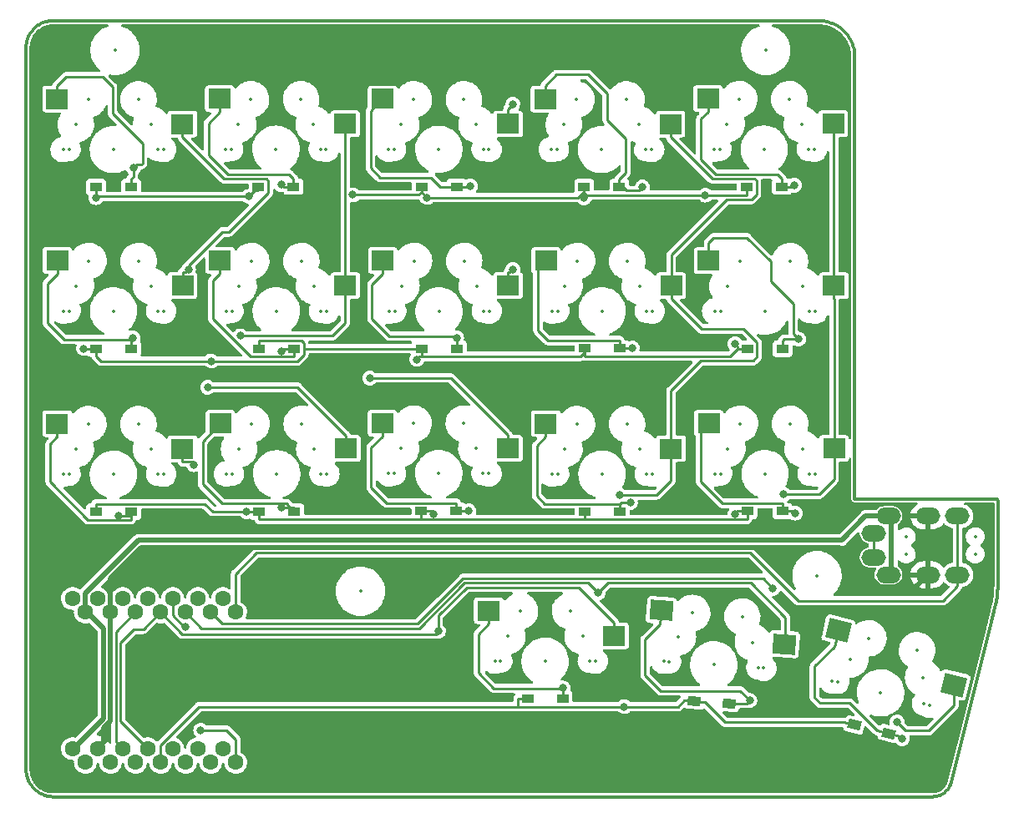
<source format=gtl>
%TF.GenerationSoftware,KiCad,Pcbnew,(6.0.6)*%
%TF.CreationDate,2022-09-02T08:16:23+09:00*%
%TF.ProjectId,split-mini,73706c69-742d-46d6-996e-692e6b696361,rev?*%
%TF.SameCoordinates,Original*%
%TF.FileFunction,Copper,L1,Top*%
%TF.FilePolarity,Positive*%
%FSLAX46Y46*%
G04 Gerber Fmt 4.6, Leading zero omitted, Abs format (unit mm)*
G04 Created by KiCad (PCBNEW (6.0.6)) date 2022-09-02 08:16:23*
%MOMM*%
%LPD*%
G01*
G04 APERTURE LIST*
G04 Aperture macros list*
%AMRotRect*
0 Rectangle, with rotation*
0 The origin of the aperture is its center*
0 $1 length*
0 $2 width*
0 $3 Rotation angle, in degrees counterclockwise*
0 Add horizontal line*
21,1,$1,$2,0,0,$3*%
G04 Aperture macros list end*
%TA.AperFunction,Profile*%
%ADD10C,0.349999*%
%TD*%
%TA.AperFunction,SMDPad,CuDef*%
%ADD11R,1.300000X0.950000*%
%TD*%
%TA.AperFunction,SMDPad,CuDef*%
%ADD12R,2.300000X2.000000*%
%TD*%
%TA.AperFunction,SMDPad,CuDef*%
%ADD13RotRect,1.300000X0.950000X356.000000*%
%TD*%
%TA.AperFunction,SMDPad,CuDef*%
%ADD14RotRect,1.300000X0.950000X346.000000*%
%TD*%
%TA.AperFunction,SMDPad,CuDef*%
%ADD15RotRect,2.300000X2.000000X166.000000*%
%TD*%
%TA.AperFunction,ComponentPad*%
%ADD16O,2.500000X1.700000*%
%TD*%
%TA.AperFunction,SMDPad,CuDef*%
%ADD17RotRect,2.300000X2.000000X176.000000*%
%TD*%
%TA.AperFunction,ComponentPad*%
%ADD18C,1.600000*%
%TD*%
%TA.AperFunction,ViaPad*%
%ADD19C,0.800000*%
%TD*%
%TA.AperFunction,ViaPad*%
%ADD20C,0.605000*%
%TD*%
%TA.AperFunction,Conductor*%
%ADD21C,0.250000*%
%TD*%
%TA.AperFunction,Conductor*%
%ADD22C,0.500000*%
%TD*%
%ADD23C,0.350000*%
%ADD24C,0.300000*%
%ADD25O,1.500000X1.000000*%
G04 APERTURE END LIST*
D10*
X14780401Y-18578385D02*
X14732187Y-18700673D01*
X107991810Y-94873409D02*
X108087317Y-94740105D01*
X112896823Y-65424635D02*
X112885225Y-65421340D01*
X98210503Y-18990315D02*
X98130320Y-18833759D01*
X97948452Y-18534392D02*
X97847223Y-18392038D01*
X96820421Y-17459222D02*
X96668372Y-17371794D01*
X15268316Y-17815929D02*
X15183682Y-17913642D01*
X112836720Y-65413958D02*
X112824143Y-65413638D01*
X16213406Y-17145251D02*
X16094126Y-17199185D01*
X15485415Y-94919840D02*
X15589743Y-95009711D01*
X15809899Y-95172677D02*
X15925270Y-95245584D01*
X15589743Y-95009711D02*
X15697981Y-95094021D01*
X15450994Y-17633234D02*
X15357477Y-17722403D01*
X107375451Y-95396875D02*
X107514993Y-95313006D01*
X112960793Y-65455393D02*
X112950877Y-65449035D01*
X112930104Y-65437751D02*
X112919278Y-65432856D01*
X95669432Y-17007325D02*
X95490630Y-16975392D01*
X108210073Y-94524731D02*
X108245187Y-94449090D01*
X112849133Y-65414903D02*
X112836720Y-65413958D01*
X97110090Y-17654897D02*
X96967737Y-17553666D01*
X106756106Y-95612478D02*
X106837995Y-95596706D01*
X94937684Y-16933550D02*
X17261574Y-16933550D01*
X96511816Y-17291610D02*
X96350983Y-17218897D01*
X107647071Y-95218200D02*
X107771015Y-95112981D01*
X113068543Y-74296435D02*
X113068543Y-74296435D01*
X107771015Y-95112981D02*
X107886153Y-94997876D01*
X16545903Y-95520564D02*
X16677186Y-95556986D01*
X15037015Y-94399857D02*
X15115680Y-94511769D01*
X112844742Y-76119097D02*
X112844742Y-76119097D01*
X98042894Y-18681709D02*
X97948452Y-18534392D01*
X112885225Y-65421340D02*
X112873401Y-65418610D01*
X15357477Y-17722403D02*
X15268316Y-17815929D01*
X113012737Y-65502594D02*
X113005055Y-65493726D01*
X98405308Y-19484738D02*
X98348225Y-19316033D01*
X106589336Y-95633784D02*
X106673192Y-95624859D01*
X14964100Y-94284491D02*
X15037015Y-94399857D01*
X113012384Y-75214608D02*
X113036924Y-74985949D01*
X95308920Y-16952300D02*
X95124528Y-16938277D01*
X17356812Y-95641024D02*
X17356812Y-95641024D01*
X14897028Y-94165902D02*
X14964100Y-94284491D01*
X15200000Y-94620000D02*
X15289879Y-94724321D01*
X112861365Y-65416459D02*
X112849133Y-65414903D01*
X113068543Y-74296435D02*
X113068543Y-65658038D01*
X14835895Y-94044317D02*
X14897028Y-94165902D01*
X14568551Y-92852954D02*
X14571977Y-92991216D01*
X108331943Y-94211539D02*
X108354386Y-94129031D01*
X113053714Y-65574017D02*
X113049338Y-65562920D01*
X15650424Y-17468643D02*
X15548700Y-17548591D01*
X14568795Y-19626572D02*
X14568795Y-19626572D01*
X113005055Y-65493726D02*
X112996963Y-65485238D01*
X16718874Y-16988305D02*
X16588593Y-17018384D01*
X97247252Y-17762686D02*
X97110090Y-17654897D01*
X14731824Y-93793074D02*
X14780796Y-93919965D01*
X16851481Y-16964613D02*
X16718874Y-16988305D01*
X15865252Y-17323509D02*
X15755998Y-17393559D01*
X113036924Y-74985949D02*
X113054477Y-74756594D01*
X15115680Y-94511769D02*
X15200000Y-94620000D01*
X17356812Y-95641024D02*
X106419137Y-95641001D01*
X16043864Y-95312647D02*
X16165452Y-95373771D01*
X112897036Y-75894817D02*
X112942420Y-75669202D01*
X16810321Y-95586997D02*
X16945080Y-95610500D01*
X14732187Y-18700673D02*
X14689853Y-18825796D01*
X106504623Y-95639186D02*
X106589336Y-95633784D01*
X106673192Y-95624859D02*
X106756106Y-95612478D01*
X107886153Y-94997876D02*
X107991810Y-94873409D01*
X94937684Y-16933550D02*
X94937684Y-16933550D01*
X14571977Y-92991216D02*
X14582194Y-93128539D01*
X113067281Y-65633054D02*
X113065727Y-65620825D01*
X98568543Y-65413607D02*
X98568543Y-65413607D01*
X108245187Y-94449090D02*
X108277260Y-94371634D01*
X113057556Y-65585372D02*
X113053714Y-65574017D01*
X113065727Y-65620825D02*
X113063578Y-65608791D01*
X17261574Y-16933550D02*
X17123000Y-16937066D01*
X15697981Y-95094021D02*
X15809899Y-95172677D01*
X113019992Y-65511826D02*
X113012737Y-65502594D01*
X112226159Y-78600116D02*
X112844742Y-76119097D01*
X97378996Y-17876807D02*
X97247252Y-17762686D01*
X14834325Y-18459099D02*
X14780401Y-18578385D01*
X113068543Y-65658038D02*
X113068543Y-65658038D01*
X98130320Y-18833759D02*
X98042894Y-18681709D01*
X16289808Y-95428861D02*
X16416701Y-95477824D01*
X14780796Y-93919965D02*
X14835895Y-94044317D01*
X15385224Y-94824504D02*
X15385224Y-94824504D01*
X106419137Y-95641001D02*
X106419137Y-95641001D01*
X107076671Y-95529702D02*
X107229120Y-95469282D01*
X97625315Y-18123130D02*
X97505093Y-17997031D01*
X113033162Y-65531324D02*
X113026806Y-65521408D01*
X15103743Y-18015374D02*
X15028669Y-18120954D01*
X96668372Y-17371794D02*
X96511816Y-17291610D01*
X112942420Y-75669202D02*
X112980876Y-75442413D01*
X97505093Y-17997031D02*
X97378996Y-17876807D01*
X98563819Y-20377603D02*
X98549797Y-20193212D01*
X113039047Y-65541558D02*
X113033162Y-65531324D01*
X14689074Y-93663873D02*
X14731824Y-93793074D01*
X15978018Y-17258661D02*
X15865252Y-17323509D01*
X14568551Y-92852954D02*
X14568551Y-92852954D01*
X95845096Y-17047870D02*
X95669432Y-17007325D01*
X112844742Y-76119097D02*
X112897036Y-75894817D01*
X14568795Y-19626572D02*
X14568551Y-92852954D01*
X17123000Y-16937066D02*
X16986246Y-16947477D01*
X108306207Y-94292428D02*
X108331943Y-94211539D01*
X112988475Y-65477145D02*
X112979608Y-65469463D01*
X14652642Y-93532590D02*
X14689074Y-93663873D01*
X14689853Y-18825796D02*
X14653568Y-18953583D01*
X113060849Y-65596968D02*
X113057556Y-65585372D01*
X108087317Y-94740105D02*
X108172000Y-94598491D01*
X112873401Y-65418610D02*
X112861365Y-65416459D01*
X16094126Y-17199185D02*
X15978018Y-17258661D01*
X113068225Y-65645463D02*
X113067281Y-65633054D01*
X96017394Y-17096799D02*
X95845096Y-17047870D01*
X96967737Y-17553666D02*
X96820421Y-17459222D01*
X15028669Y-18120954D02*
X14958628Y-18230215D01*
X17081233Y-95627403D02*
X17218554Y-95637609D01*
X14582697Y-19351243D02*
X14572298Y-19487998D01*
X95490630Y-16975392D02*
X95308920Y-16952300D01*
X14599821Y-19216476D02*
X14582697Y-19351243D01*
X112940642Y-65443149D02*
X112930104Y-65437751D01*
X112824143Y-65413638D02*
X112824143Y-65413638D01*
X106419137Y-95641001D02*
X106504623Y-95639186D01*
X98348225Y-19316033D02*
X98283214Y-19151149D01*
X112979608Y-65469463D02*
X112970375Y-65462207D01*
X16416701Y-95477824D02*
X16545903Y-95520564D01*
X107229120Y-95469282D02*
X107375451Y-95396875D01*
X98494777Y-19832701D02*
X98454235Y-19657037D01*
X112980876Y-75442413D02*
X113012384Y-75214608D01*
X113068543Y-65658038D02*
X113068225Y-65645463D01*
X108277260Y-94371634D02*
X108306207Y-94292428D01*
X14623501Y-19083866D02*
X14599821Y-19216476D01*
X107514993Y-95313006D02*
X107647071Y-95218200D01*
X14622621Y-93399455D02*
X14652642Y-93532590D01*
X112996963Y-65485238D02*
X112988475Y-65477145D01*
X113026806Y-65521408D02*
X113019992Y-65511826D01*
X15548700Y-17548591D02*
X15450994Y-17633234D01*
X112950877Y-65449035D02*
X112940642Y-65443149D01*
X113065023Y-74526703D02*
X113068543Y-74296435D01*
X15183682Y-17913642D02*
X15103743Y-18015374D01*
X14893791Y-18342986D02*
X14834325Y-18459099D01*
X16335690Y-17097026D02*
X16213406Y-17145251D01*
X15289879Y-94724321D02*
X15385224Y-94824504D01*
X112970375Y-65462207D02*
X112960793Y-65455393D01*
X106837995Y-95596706D02*
X106918775Y-95577609D01*
X97739435Y-18254875D02*
X97625315Y-18123130D01*
X113063578Y-65608791D02*
X113060849Y-65596968D01*
X98454235Y-19657037D02*
X98405308Y-19484738D01*
X98549797Y-20193212D02*
X98526708Y-20011502D01*
X15755998Y-17393559D02*
X15650424Y-17468643D01*
X16165452Y-95373771D02*
X16289808Y-95428861D01*
X98568543Y-20564447D02*
X98568543Y-20564447D01*
X17218554Y-95637609D02*
X17356812Y-95641024D01*
X16986246Y-16947477D02*
X16851481Y-16964613D01*
X98526708Y-20011502D02*
X98494777Y-19832701D01*
X112824143Y-65413638D02*
X98568543Y-65413607D01*
X98283214Y-19151149D02*
X98210503Y-18990315D01*
X113054477Y-74756594D02*
X113065023Y-74526703D01*
X108354386Y-94129031D02*
X108354386Y-94129031D01*
X98568543Y-20564447D02*
X98563819Y-20377603D01*
X113049338Y-65562920D02*
X113044444Y-65552095D01*
X108354386Y-94129031D02*
X112226159Y-78600116D01*
X14582194Y-93128539D02*
X14599107Y-93264695D01*
X14572298Y-19487998D02*
X14568795Y-19626572D01*
X16945080Y-95610500D02*
X17081233Y-95627403D01*
X16588593Y-17018384D02*
X16460809Y-17054681D01*
X14653568Y-18953583D02*
X14623501Y-19083866D01*
X108172000Y-94598491D02*
X108210073Y-94524731D01*
X96350983Y-17218897D02*
X96186099Y-17153884D01*
X96186099Y-17153884D02*
X96017394Y-17096799D01*
X95124528Y-16938277D02*
X94937684Y-16933550D01*
X16677186Y-95556986D02*
X16810321Y-95586997D01*
X15925270Y-95245584D02*
X16043864Y-95312647D01*
X106918775Y-95577609D02*
X107076671Y-95529702D01*
X97847223Y-18392038D02*
X97739435Y-18254875D01*
X98568543Y-65413607D02*
X98568543Y-20564447D01*
X14958628Y-18230215D02*
X14893791Y-18342986D01*
X113044444Y-65552095D02*
X113039047Y-65541558D01*
X14599107Y-93264695D02*
X14622621Y-93399455D01*
X112908179Y-65428479D02*
X112896823Y-65424635D01*
X15385224Y-94824504D02*
X15485415Y-94919840D01*
X16460809Y-17054681D02*
X16335690Y-17097026D01*
X112919278Y-65432856D02*
X112908179Y-65428479D01*
X112226159Y-78600116D02*
X112226159Y-78600116D01*
D11*
%TO.P,D7,1,K*%
%TO.N,row1*%
X38145000Y-50180000D03*
%TO.P,D7,2,A*%
%TO.N,Net-(D7-Pad2)*%
X41695000Y-50180000D03*
%TD*%
D12*
%TO.P,SW6,1,1*%
%TO.N,col0*%
X30430000Y-43780000D03*
%TO.P,SW6,2,2*%
%TO.N,Net-(D6-Pad2)*%
X17730000Y-41240000D03*
%TD*%
%TO.P,SW11,1,1*%
%TO.N,col0*%
X30420000Y-60340000D03*
%TO.P,SW11,2,2*%
%TO.N,Net-(D11-Pad2)*%
X17720000Y-57800000D03*
%TD*%
D11*
%TO.P,D6,1,K*%
%TO.N,row1*%
X21675000Y-50170000D03*
%TO.P,D6,2,A*%
%TO.N,Net-(D6-Pad2)*%
X25225000Y-50170000D03*
%TD*%
D12*
%TO.P,SW9,1,1*%
%TO.N,col3*%
X79960000Y-43790000D03*
%TO.P,SW9,2,2*%
%TO.N,Net-(D9-Pad2)*%
X67260000Y-41250000D03*
%TD*%
%TO.P,SW3,1,1*%
%TO.N,col2*%
X63410000Y-27390000D03*
%TO.P,SW3,2,2*%
%TO.N,Net-(D3-Pad2)*%
X50710000Y-24850000D03*
%TD*%
D11*
%TO.P,D9,1,K*%
%TO.N,row1*%
X71195000Y-50160000D03*
%TO.P,D9,2,A*%
%TO.N,Net-(D9-Pad2)*%
X74745000Y-50160000D03*
%TD*%
%TO.P,D16,1,K*%
%TO.N,row3*%
X65405000Y-85690000D03*
%TO.P,D16,2,A*%
%TO.N,Net-(D16-Pad2)*%
X68955000Y-85690000D03*
%TD*%
%TO.P,D11,1,K*%
%TO.N,row2*%
X21655000Y-66730000D03*
%TO.P,D11,2,A*%
%TO.N,Net-(D11-Pad2)*%
X25205000Y-66730000D03*
%TD*%
%TO.P,D14,1,K*%
%TO.N,row2*%
X71195000Y-66720000D03*
%TO.P,D14,2,A*%
%TO.N,Net-(D14-Pad2)*%
X74745000Y-66720000D03*
%TD*%
D13*
%TO.P,D17,1,K*%
%TO.N,row3*%
X82309324Y-85936182D03*
%TO.P,D17,2,A*%
%TO.N,Net-(D17-Pad2)*%
X85850676Y-86183818D03*
%TD*%
D12*
%TO.P,SW5,1,1*%
%TO.N,col4*%
X96390000Y-27370000D03*
%TO.P,SW5,2,2*%
%TO.N,Net-(D5-Pad2)*%
X83690000Y-24830000D03*
%TD*%
%TO.P,SW15,1,1*%
%TO.N,col4*%
X96470000Y-60300000D03*
%TO.P,SW15,2,2*%
%TO.N,Net-(D15-Pad2)*%
X83770000Y-57760000D03*
%TD*%
D11*
%TO.P,D13,1,K*%
%TO.N,row2*%
X54625000Y-66650000D03*
%TO.P,D13,2,A*%
%TO.N,Net-(D13-Pad2)*%
X58175000Y-66650000D03*
%TD*%
D12*
%TO.P,SW7,1,1*%
%TO.N,col1*%
X46930000Y-43790000D03*
%TO.P,SW7,2,2*%
%TO.N,Net-(D7-Pad2)*%
X34230000Y-41250000D03*
%TD*%
D11*
%TO.P,D1,1,K*%
%TO.N,row0*%
X21655000Y-33780000D03*
%TO.P,D1,2,A*%
%TO.N,Net-(D1-Pad2)*%
X25205000Y-33780000D03*
%TD*%
D12*
%TO.P,SW16,1,1*%
%TO.N,col2*%
X74170000Y-79300000D03*
%TO.P,SW16,2,2*%
%TO.N,Net-(D16-Pad2)*%
X61470000Y-76760000D03*
%TD*%
D14*
%TO.P,D18,1,K*%
%TO.N,row3*%
X98547725Y-88350589D03*
%TO.P,D18,2,A*%
%TO.N,Net-(D18-Pad2)*%
X101992275Y-89209411D03*
%TD*%
D11*
%TO.P,D4,1,K*%
%TO.N,row0*%
X71145000Y-33800000D03*
%TO.P,D4,2,A*%
%TO.N,Net-(D4-Pad2)*%
X74695000Y-33800000D03*
%TD*%
%TO.P,D10,1,K*%
%TO.N,row1*%
X87695000Y-50190000D03*
%TO.P,D10,2,A*%
%TO.N,Net-(D10-Pad2)*%
X91245000Y-50190000D03*
%TD*%
D15*
%TO.P,SW18,1,1*%
%TO.N,col4*%
X108606229Y-84290090D03*
%TO.P,SW18,2,2*%
%TO.N,Net-(D18-Pad2)*%
X96897954Y-78753131D03*
%TD*%
D16*
%TO.P,J1,A*%
%TO.N,unconnected-(J1-PadA)*%
X100480000Y-71365000D03*
X100480000Y-68915000D03*
%TO.P,J1,B*%
%TO.N,data*%
X108980000Y-73115000D03*
X108980000Y-67165000D03*
%TO.P,J1,C*%
%TO.N,GND*%
X105980000Y-73115000D03*
X105980000Y-67165000D03*
%TO.P,J1,D*%
%TO.N,VCC*%
X101980000Y-73115000D03*
X101980000Y-67165000D03*
%TD*%
D11*
%TO.P,D3,1,K*%
%TO.N,row0*%
X54645000Y-33760000D03*
%TO.P,D3,2,A*%
%TO.N,Net-(D3-Pad2)*%
X58195000Y-33760000D03*
%TD*%
D12*
%TO.P,SW8,1,1*%
%TO.N,col2*%
X63430000Y-43780000D03*
%TO.P,SW8,2,2*%
%TO.N,Net-(D8-Pad2)*%
X50730000Y-41240000D03*
%TD*%
D17*
%TO.P,SW17,1,1*%
%TO.N,col3*%
X91432920Y-80154580D03*
%TO.P,SW17,2,2*%
%TO.N,Net-(D17-Pad2)*%
X78941038Y-76734860D03*
%TD*%
D18*
%TO.P,U1,1,D0*%
%TO.N,row0*%
X19267500Y-75518700D03*
X20566500Y-92151200D03*
%TO.P,U1,2,D1*%
%TO.N,row1*%
X21807500Y-75518700D03*
X23106500Y-92151200D03*
%TO.P,U1,3,D2*%
%TO.N,row2*%
X24347500Y-75518700D03*
X25646500Y-92151200D03*
%TO.P,U1,4,D3*%
%TO.N,row3*%
X26887500Y-75518700D03*
X28186500Y-92151200D03*
%TO.P,U1,5,D4*%
%TO.N,col0*%
X29427500Y-75518700D03*
X30726500Y-92151200D03*
%TO.P,U1,6,D5*%
%TO.N,col1*%
X33266500Y-92151200D03*
X31967500Y-75518700D03*
%TO.P,U1,7,D6*%
%TO.N,unconnected-(U1-Pad7)*%
X34507500Y-75518700D03*
X35806500Y-92151200D03*
%TO.P,U1,8,D7*%
%TO.N,data*%
X35806500Y-76916200D03*
X34507500Y-90753700D03*
%TO.P,U1,9,D8*%
%TO.N,col4*%
X31967500Y-90753700D03*
X33266500Y-76916200D03*
%TO.P,U1,10,D9*%
%TO.N,col3*%
X30726500Y-76916200D03*
X29427500Y-90753700D03*
%TO.P,U1,11,D10*%
%TO.N,col2*%
X28186500Y-76916200D03*
X26887500Y-90753700D03*
%TO.P,U1,12,3V3*%
%TO.N,unconnected-(U1-Pad12)*%
X25646500Y-76916200D03*
X24347500Y-90753700D03*
%TO.P,U1,13,GND*%
%TO.N,GND*%
X21807500Y-90753700D03*
X23106500Y-76916200D03*
%TO.P,U1,14,5V*%
%TO.N,VCC*%
X19267500Y-90753700D03*
X20566500Y-76916200D03*
%TD*%
D12*
%TO.P,SW10,1,1*%
%TO.N,col4*%
X96460000Y-43800000D03*
%TO.P,SW10,2,2*%
%TO.N,Net-(D10-Pad2)*%
X83760000Y-41260000D03*
%TD*%
D11*
%TO.P,D15,1,K*%
%TO.N,row2*%
X87685000Y-66670000D03*
%TO.P,D15,2,A*%
%TO.N,Net-(D15-Pad2)*%
X91235000Y-66670000D03*
%TD*%
D12*
%TO.P,SW2,1,1*%
%TO.N,col1*%
X46900000Y-27380000D03*
%TO.P,SW2,2,2*%
%TO.N,Net-(D2-Pad2)*%
X34200000Y-24840000D03*
%TD*%
%TO.P,SW13,1,1*%
%TO.N,col2*%
X63400000Y-60280000D03*
%TO.P,SW13,2,2*%
%TO.N,Net-(D13-Pad2)*%
X50700000Y-57740000D03*
%TD*%
%TO.P,SW12,1,1*%
%TO.N,col1*%
X46970000Y-60310000D03*
%TO.P,SW12,2,2*%
%TO.N,Net-(D12-Pad2)*%
X34270000Y-57770000D03*
%TD*%
%TO.P,SW14,1,1*%
%TO.N,col3*%
X79950000Y-60330000D03*
%TO.P,SW14,2,2*%
%TO.N,Net-(D14-Pad2)*%
X67250000Y-57790000D03*
%TD*%
%TO.P,SW1,1,1*%
%TO.N,col0*%
X30420000Y-27400000D03*
%TO.P,SW1,2,2*%
%TO.N,Net-(D1-Pad2)*%
X17720000Y-24860000D03*
%TD*%
D11*
%TO.P,D5,1,K*%
%TO.N,row0*%
X87625000Y-33750000D03*
%TO.P,D5,2,A*%
%TO.N,Net-(D5-Pad2)*%
X91175000Y-33750000D03*
%TD*%
%TO.P,D8,1,K*%
%TO.N,row1*%
X54665000Y-50170000D03*
%TO.P,D8,2,A*%
%TO.N,Net-(D8-Pad2)*%
X58215000Y-50170000D03*
%TD*%
D12*
%TO.P,SW4,1,1*%
%TO.N,col3*%
X79890000Y-27400000D03*
%TO.P,SW4,2,2*%
%TO.N,Net-(D4-Pad2)*%
X67190000Y-24860000D03*
%TD*%
D11*
%TO.P,D2,1,K*%
%TO.N,row0*%
X38125000Y-33760000D03*
%TO.P,D2,2,A*%
%TO.N,Net-(D2-Pad2)*%
X41675000Y-33760000D03*
%TD*%
%TO.P,D12,1,K*%
%TO.N,row2*%
X38205000Y-66710000D03*
%TO.P,D12,2,A*%
%TO.N,Net-(D12-Pad2)*%
X41755000Y-66710000D03*
%TD*%
D19*
%TO.N,row0*%
X55196100Y-34846300D03*
X37128200Y-34756800D03*
X71145000Y-34878500D03*
X47680200Y-34587300D03*
X21655000Y-34860600D03*
X83418200Y-34600300D03*
%TO.N,Net-(D1-Pad2)*%
X25441200Y-31872000D03*
%TO.N,Net-(D2-Pad2)*%
X40412800Y-33538400D03*
%TO.N,Net-(D3-Pad2)*%
X59601900Y-33667900D03*
%TO.N,Net-(D4-Pad2)*%
X77040000Y-33800000D03*
%TO.N,Net-(D5-Pad2)*%
X92439200Y-33608400D03*
%TO.N,Net-(D6-Pad2)*%
X25416700Y-49073000D03*
%TO.N,Net-(D7-Pad2)*%
X40441000Y-50458700D03*
%TO.N,Net-(D8-Pad2)*%
X58215000Y-49087200D03*
%TO.N,Net-(D9-Pad2)*%
X75999400Y-50132900D03*
%TO.N,Net-(D10-Pad2)*%
X92860000Y-49220000D03*
%TO.N,row1*%
X20399600Y-50170000D03*
X33324100Y-51439900D03*
X54151400Y-51273000D03*
X86424100Y-49681900D03*
%TO.N,Net-(D11-Pad2)*%
X23943900Y-67130100D03*
%TO.N,Net-(D12-Pad2)*%
X40478900Y-66309800D03*
%TO.N,Net-(D13-Pad2)*%
X59431300Y-66650000D03*
%TO.N,Net-(D14-Pad2)*%
X75815200Y-65786500D03*
%TO.N,Net-(D15-Pad2)*%
X92533100Y-66868100D03*
%TO.N,Net-(D16-Pad2)*%
X68989400Y-84606700D03*
%TO.N,Net-(D17-Pad2)*%
X87927600Y-85877500D03*
%TO.N,Net-(D18-Pad2)*%
X103379300Y-89740600D03*
%TO.N,row2*%
X55899500Y-66949200D03*
X86418000Y-66961700D03*
X36920200Y-66710000D03*
%TO.N,row3*%
X75179800Y-86490400D03*
D20*
%TO.N,GND*%
X31670000Y-32730000D03*
X93260000Y-53860000D03*
X78920000Y-35480000D03*
X42470000Y-20990000D03*
X92230000Y-87060000D03*
X80510000Y-33020000D03*
X28010000Y-72850000D03*
X17430000Y-36090000D03*
X42030000Y-75960000D03*
X30170000Y-52720000D03*
X81440000Y-66200000D03*
X29867167Y-49795948D03*
X19737028Y-53909809D03*
X76110000Y-84250000D03*
X49170000Y-84040000D03*
D19*
%TO.N,col0*%
X31553000Y-61946300D03*
X31035000Y-42150200D03*
X30747449Y-78407300D03*
%TO.N,col1*%
X32970000Y-54104100D03*
X36276500Y-48887000D03*
%TO.N,col2*%
X49400000Y-53160300D03*
X63895000Y-42150200D03*
X56357300Y-78854300D03*
X63895000Y-25391900D03*
%TO.N,col3*%
X72559700Y-74947900D03*
X74705000Y-65017400D03*
%TO.N,col4*%
X91356100Y-64961200D03*
X90268600Y-74497500D03*
X102856788Y-88057080D03*
%TO.N,unconnected-(U1-Pad7)*%
X32266500Y-88883500D03*
%TD*%
D21*
%TO.N,row0*%
X70498800Y-34846300D02*
X55196100Y-34846300D01*
X83418200Y-34600300D02*
X71345100Y-34600300D01*
X71345100Y-34678400D02*
X71145000Y-34878500D01*
X71145000Y-34200100D02*
X70498800Y-34846300D01*
X54645000Y-33760000D02*
X54645000Y-34295200D01*
X54352900Y-34587300D02*
X47680200Y-34587300D01*
X21684900Y-34210000D02*
X21684900Y-34756800D01*
X21684900Y-34756800D02*
X37128200Y-34756800D01*
X54645000Y-34295200D02*
X54352900Y-34587300D01*
X87625000Y-34550300D02*
X87575000Y-34600300D01*
X38125000Y-33760000D02*
X38125000Y-34160100D01*
X21684900Y-34830700D02*
X21655000Y-34860600D01*
X71145000Y-34200100D02*
X71145000Y-34400200D01*
X87575000Y-34600300D02*
X83418200Y-34600300D01*
X21655000Y-33780000D02*
X21655000Y-34180100D01*
X71345100Y-34600300D02*
X71145000Y-34400200D01*
X54645000Y-34295200D02*
X55196100Y-34846300D01*
X71145000Y-33800000D02*
X71145000Y-34200100D01*
X87625000Y-33750000D02*
X87625000Y-34550300D01*
X37724900Y-34160100D02*
X37128200Y-34756800D01*
X38125000Y-34160100D02*
X37724900Y-34160100D01*
X21684900Y-34756800D02*
X21684900Y-34830700D01*
X21655000Y-34180100D02*
X21684900Y-34210000D01*
X71345100Y-34600300D02*
X71345100Y-34678400D01*
%TO.N,Net-(D1-Pad2)*%
X18644700Y-22610000D02*
X22320000Y-22610000D01*
X25205000Y-33780000D02*
X25205000Y-32979700D01*
X17720000Y-24860000D02*
X17720000Y-23534700D01*
X25441200Y-32743500D02*
X25205000Y-32979700D01*
X17720000Y-23534700D02*
X18644700Y-22610000D01*
X25809200Y-31504000D02*
X25441200Y-31872000D01*
X26256000Y-31504000D02*
X25809200Y-31504000D01*
X26360000Y-29356000D02*
X26360000Y-31400000D01*
X26360000Y-31400000D02*
X26256000Y-31504000D01*
X23340000Y-26336000D02*
X26360000Y-29356000D01*
X22320000Y-22610000D02*
X23340000Y-23630000D01*
X23340000Y-23630000D02*
X23340000Y-26336000D01*
X25441200Y-31872000D02*
X25441200Y-32743500D01*
%TO.N,Net-(D2-Pad2)*%
X33050000Y-30530000D02*
X33050000Y-27315300D01*
X35029400Y-32509400D02*
X33050000Y-30530000D01*
X41224700Y-32509400D02*
X35029400Y-32509400D01*
X41675000Y-33760000D02*
X40699700Y-33760000D01*
X40412800Y-33538400D02*
X40478100Y-33538400D01*
X41675000Y-32959700D02*
X41224700Y-32509400D01*
X40478100Y-33538400D02*
X40699700Y-33760000D01*
X41675000Y-33760000D02*
X41675000Y-32959700D01*
X33050000Y-27315300D02*
X34200000Y-26165300D01*
X34200000Y-26165300D02*
X34200000Y-24840000D01*
%TO.N,Net-(D3-Pad2)*%
X55617700Y-32820000D02*
X50432332Y-32820000D01*
X56557700Y-33760000D02*
X55617700Y-32820000D01*
X58195000Y-33760000D02*
X59170300Y-33760000D01*
X50432332Y-32820000D02*
X49490000Y-31877668D01*
X59170300Y-33760000D02*
X59262400Y-33667900D01*
X49490000Y-31877668D02*
X49490000Y-26070000D01*
X49490000Y-26070000D02*
X50710000Y-24850000D01*
X59262400Y-33667900D02*
X59601900Y-33667900D01*
X58195000Y-33760000D02*
X56557700Y-33760000D01*
%TO.N,Net-(D4-Pad2)*%
X75445500Y-34150300D02*
X74695000Y-33399800D01*
X76689700Y-34150300D02*
X75445500Y-34150300D01*
X73480100Y-24300100D02*
X73480100Y-27006100D01*
X67190000Y-23534700D02*
X68344700Y-22380000D01*
X67190000Y-24860000D02*
X67190000Y-23534700D01*
X75341800Y-32352900D02*
X74695000Y-32999700D01*
X68344700Y-22380000D02*
X71560000Y-22380000D01*
X75341800Y-28867800D02*
X75341800Y-32352900D01*
X74695000Y-33800000D02*
X74695000Y-33399800D01*
X74695000Y-32999700D02*
X74695000Y-33399800D01*
X73480100Y-27006100D02*
X75341800Y-28867800D01*
X77040000Y-33800000D02*
X76689700Y-34150300D01*
X71560000Y-22380000D02*
X73480100Y-24300100D01*
%TO.N,Net-(D5-Pad2)*%
X83690000Y-26155300D02*
X83690000Y-24830000D01*
X82963500Y-26881800D02*
X83690000Y-26155300D01*
X92150300Y-33750000D02*
X92291900Y-33608400D01*
X91175000Y-32949700D02*
X90724700Y-32499400D01*
X92291900Y-33608400D02*
X92439200Y-33608400D01*
X90724700Y-32499400D02*
X84499400Y-32499400D01*
X91175000Y-33750000D02*
X92150300Y-33750000D01*
X82963500Y-30963500D02*
X82963500Y-26881800D01*
X84499400Y-32499400D02*
X82963500Y-30963500D01*
X91175000Y-33750000D02*
X91175000Y-32949700D01*
%TO.N,Net-(D6-Pad2)*%
X25225000Y-49264700D02*
X25416700Y-49073000D01*
X16730000Y-47580000D02*
X16730000Y-43565300D01*
X16730000Y-43565300D02*
X17730000Y-42565300D01*
X25225000Y-50170000D02*
X25225000Y-49264700D01*
X17730000Y-42565300D02*
X17730000Y-41240000D01*
X18414700Y-49264700D02*
X16730000Y-47580000D01*
X25225000Y-49264700D02*
X18414700Y-49264700D01*
%TO.N,Net-(D7-Pad2)*%
X41695000Y-50980300D02*
X37315000Y-50980300D01*
X40441000Y-50458700D02*
X40719700Y-50180000D01*
X37315000Y-50980300D02*
X33503600Y-47168900D01*
X33503600Y-47168900D02*
X33503600Y-43301700D01*
X41207400Y-50180000D02*
X40719700Y-50180000D01*
X41695000Y-50180000D02*
X41695000Y-50980300D01*
X33503600Y-43301700D02*
X34230000Y-42575300D01*
X34230000Y-41250000D02*
X34230000Y-42575300D01*
X41207400Y-50180000D02*
X41695000Y-50180000D01*
%TO.N,Net-(D8-Pad2)*%
X57764700Y-48919400D02*
X51379400Y-48919400D01*
X58215000Y-49369700D02*
X58073800Y-49228400D01*
X51379400Y-48919400D02*
X49620000Y-47160000D01*
X58215000Y-49087200D02*
X58073800Y-49228400D01*
X49620000Y-47160000D02*
X49620000Y-43675300D01*
X50730000Y-42565300D02*
X50730000Y-41240000D01*
X58215000Y-50170000D02*
X58215000Y-49369700D01*
X58073800Y-49228400D02*
X57764700Y-48919400D01*
X49620000Y-43675300D02*
X50730000Y-42565300D01*
%TO.N,Net-(D9-Pad2)*%
X74745000Y-50160000D02*
X74745000Y-49359700D01*
X67459700Y-49359700D02*
X66450000Y-48350000D01*
X66450000Y-42060000D02*
X67260000Y-41250000D01*
X66450000Y-48350000D02*
X66450000Y-42060000D01*
X75720300Y-50160000D02*
X75747400Y-50132900D01*
X75747400Y-50132900D02*
X75999400Y-50132900D01*
X74745000Y-49359700D02*
X67459700Y-49359700D01*
X74745000Y-50160000D02*
X75720300Y-50160000D01*
%TO.N,Net-(D10-Pad2)*%
X92340000Y-45630000D02*
X90050100Y-43340100D01*
X91245000Y-49389700D02*
X91245000Y-50190000D01*
X84250000Y-38950000D02*
X83760000Y-39440000D01*
X90050100Y-43340100D02*
X90050100Y-41360100D01*
X87640000Y-38950000D02*
X84250000Y-38950000D01*
X92340000Y-48700000D02*
X92340000Y-45630000D01*
X90050100Y-41360100D02*
X87640000Y-38950000D01*
X92860000Y-49220000D02*
X92340000Y-48700000D01*
X83760000Y-39440000D02*
X83760000Y-41260000D01*
X92860000Y-49220000D02*
X91414700Y-49220000D01*
X91414700Y-49220000D02*
X91245000Y-49389700D01*
%TO.N,row1*%
X54454100Y-50970300D02*
X54665000Y-50970300D01*
X22144600Y-51439900D02*
X33324100Y-51439900D01*
X21675000Y-50970300D02*
X22144600Y-51439900D01*
X21675000Y-50170000D02*
X20699700Y-50170000D01*
X86424100Y-49681900D02*
X86719700Y-49977500D01*
X71195000Y-50160000D02*
X71195000Y-50560100D01*
X42712600Y-50170000D02*
X42712600Y-50796100D01*
X20699700Y-50170000D02*
X20399600Y-50170000D01*
X38145000Y-50180000D02*
X38145000Y-49379700D01*
X42712600Y-49577200D02*
X42712600Y-50170000D01*
X71195000Y-50960300D02*
X85949400Y-50960300D01*
X87695000Y-50190000D02*
X86719700Y-50190000D01*
X86719700Y-49977500D02*
X86719700Y-50190000D01*
X54665000Y-50170000D02*
X54665000Y-50970300D01*
X71195000Y-50560100D02*
X71195000Y-50960300D01*
X70784800Y-50970300D02*
X54665000Y-50970300D01*
X85949400Y-50960300D02*
X86719700Y-50190000D01*
X42068800Y-51439900D02*
X33324100Y-51439900D01*
X54665000Y-50170000D02*
X42712600Y-50170000D01*
X38145000Y-49379700D02*
X42515100Y-49379700D01*
X54151400Y-51273000D02*
X54454100Y-50970300D01*
X42515100Y-49379700D02*
X42712600Y-49577200D01*
X21675000Y-50170000D02*
X21675000Y-50970300D01*
X42712600Y-50796100D02*
X42068800Y-51439900D01*
X71195000Y-50560100D02*
X70784800Y-50970300D01*
%TO.N,Net-(D11-Pad2)*%
X17720000Y-57800000D02*
X17720000Y-59125300D01*
X25205000Y-67130100D02*
X23943900Y-67130100D01*
X17009900Y-59835400D02*
X17720000Y-59125300D01*
X25205000Y-66730000D02*
X25205000Y-67130100D01*
X25205000Y-67130100D02*
X25205000Y-67530300D01*
X20831500Y-67530300D02*
X17009900Y-63708700D01*
X25205000Y-67530300D02*
X20831500Y-67530300D01*
X17009900Y-63708700D02*
X17009900Y-59835400D01*
%TO.N,Net-(D12-Pad2)*%
X40955000Y-65910000D02*
X34420000Y-65910000D01*
X41755000Y-66710000D02*
X40955000Y-65910000D01*
X34420000Y-65910000D02*
X32467333Y-63957333D01*
X41755000Y-66309800D02*
X40478900Y-66309800D01*
X41755000Y-66710000D02*
X41755000Y-66309800D01*
X32467333Y-63957333D02*
X32467333Y-59572667D01*
X32467333Y-59572667D02*
X34270000Y-57770000D01*
%TO.N,Net-(D13-Pad2)*%
X58175000Y-66650000D02*
X58175000Y-65849700D01*
X51119700Y-65849700D02*
X49540000Y-64270000D01*
X59150300Y-66650000D02*
X59431300Y-66650000D01*
X49540000Y-60225300D02*
X50700000Y-59065300D01*
X49540000Y-64270000D02*
X49540000Y-60225300D01*
X58175000Y-66650000D02*
X59150300Y-66650000D01*
X58175000Y-65849700D02*
X51119700Y-65849700D01*
X50700000Y-59065300D02*
X50700000Y-57740000D01*
%TO.N,Net-(D14-Pad2)*%
X67250000Y-59115300D02*
X66330000Y-60035300D01*
X66330000Y-65117668D02*
X67132032Y-65919700D01*
X67250000Y-57790000D02*
X67250000Y-59115300D01*
X74878200Y-65786500D02*
X74745000Y-65919700D01*
X67132032Y-65919700D02*
X74745000Y-65919700D01*
X75815200Y-65786500D02*
X74878200Y-65786500D01*
X74745000Y-66720000D02*
X74745000Y-65919700D01*
X66330000Y-60035300D02*
X66330000Y-65117668D01*
%TO.N,Net-(D15-Pad2)*%
X82940000Y-63690000D02*
X82940000Y-58590000D01*
X92533100Y-66868100D02*
X92408400Y-66868100D01*
X91235000Y-65869700D02*
X85119700Y-65869700D01*
X82940000Y-58590000D02*
X83770000Y-57760000D01*
X91235000Y-66670000D02*
X91235000Y-65869700D01*
X91235000Y-66670000D02*
X92210300Y-66670000D01*
X92408400Y-66868100D02*
X92210300Y-66670000D01*
X85119700Y-65869700D02*
X82940000Y-63690000D01*
%TO.N,Net-(D16-Pad2)*%
X61470000Y-78085300D02*
X60400000Y-79155300D01*
X60400000Y-79155300D02*
X60400000Y-83040000D01*
X61470000Y-76760000D02*
X61470000Y-78085300D01*
X68955000Y-84641100D02*
X68989400Y-84606700D01*
X60400000Y-83040000D02*
X62001100Y-84641100D01*
X62001100Y-84641100D02*
X68955000Y-84641100D01*
X68955000Y-85690000D02*
X68955000Y-84641100D01*
%TO.N,Net-(D17-Pad2)*%
X78841200Y-78159900D02*
X77320000Y-79681100D01*
X77320000Y-79681100D02*
X77320000Y-83310000D01*
X77320000Y-83310000D02*
X78902100Y-84892100D01*
X78941000Y-76734900D02*
X78841300Y-78159900D01*
X78902100Y-84892100D02*
X86942200Y-84892100D01*
X78841300Y-78159900D02*
X78841200Y-78159900D01*
X86942200Y-84892100D02*
X87927600Y-85877500D01*
X87621282Y-86183818D02*
X87927600Y-85877500D01*
X85850676Y-86183818D02*
X87621282Y-86183818D01*
%TO.N,Net-(D18-Pad2)*%
X96488400Y-80396000D02*
X94480000Y-82404400D01*
X95027500Y-86137500D02*
X98064700Y-86137500D01*
X98064700Y-86137500D02*
X100852300Y-88925100D01*
X103132300Y-89493700D02*
X103379200Y-89740600D01*
X103379200Y-89740600D02*
X103379300Y-89740600D01*
X103132300Y-89493600D02*
X103132300Y-89493700D01*
X100852300Y-88925200D02*
X103132300Y-89493600D01*
X94480000Y-82404400D02*
X94480000Y-85590000D01*
X100852300Y-88925100D02*
X100852300Y-88925200D01*
X94480000Y-85590000D02*
X95027500Y-86137500D01*
X96898000Y-78753100D02*
X96488400Y-80396000D01*
%TO.N,row2*%
X87685000Y-67470300D02*
X87635000Y-67520300D01*
X54565000Y-67510300D02*
X38205000Y-67510300D01*
X87635000Y-67520300D02*
X71195000Y-67520300D01*
X54625000Y-67450300D02*
X54565000Y-67510300D01*
X54625000Y-67450300D02*
X54695000Y-67520300D01*
X54625000Y-67367700D02*
X54625000Y-67450300D01*
X33480000Y-66710000D02*
X36920200Y-66710000D01*
X21655000Y-66730000D02*
X21655000Y-65929700D01*
X86418000Y-66961700D02*
X86709700Y-66670000D01*
X54625000Y-66650000D02*
X54625000Y-67367700D01*
X87685000Y-66670000D02*
X87685000Y-67470300D01*
X54695000Y-67520300D02*
X71195000Y-67520300D01*
X21655000Y-65929700D02*
X32699700Y-65929700D01*
X71195000Y-66720000D02*
X71195000Y-67520300D01*
X55899500Y-66949200D02*
X55600300Y-66650000D01*
X87685000Y-66670000D02*
X86709700Y-66670000D01*
X36920200Y-66710000D02*
X38205000Y-66710000D01*
X38205000Y-66710000D02*
X38205000Y-67510300D01*
X54625000Y-66650000D02*
X55600300Y-66650000D01*
X32699700Y-65929700D02*
X33480000Y-66710000D01*
%TO.N,row3*%
X64406700Y-86490400D02*
X75179800Y-86490400D01*
X98547700Y-88350600D02*
X97407700Y-88066400D01*
X64429700Y-85690000D02*
X64429700Y-86467400D01*
X80654500Y-86490400D02*
X81280600Y-85864300D01*
X81280600Y-85864300D02*
X81280600Y-85864200D01*
X28186500Y-90396800D02*
X32092900Y-86490400D01*
X28186500Y-92151200D02*
X28186500Y-90396800D01*
X85396400Y-88066400D02*
X83338200Y-86008200D01*
X82309300Y-85936200D02*
X83338200Y-86008200D01*
X97407700Y-88066400D02*
X85396400Y-88066400D01*
X82309300Y-85936200D02*
X81280600Y-85864200D01*
X64429700Y-86467400D02*
X64406700Y-86490400D01*
X32092900Y-86490400D02*
X64406700Y-86490400D01*
X65405000Y-85690000D02*
X64429700Y-85690000D01*
X75179800Y-86490400D02*
X80654500Y-86490400D01*
%TO.N,unconnected-(J1-PadA)*%
X100480000Y-68915000D02*
X100480000Y-71365000D01*
%TO.N,data*%
X37939100Y-70900900D02*
X87993400Y-70900900D01*
X92830500Y-75738000D02*
X107532300Y-75738000D01*
X35806500Y-76916200D02*
X35806500Y-73033500D01*
X108980000Y-74290300D02*
X108980000Y-73115000D01*
X87993400Y-70900900D02*
X92830500Y-75738000D01*
X107532300Y-75738000D02*
X108980000Y-74290300D01*
X35806500Y-73033500D02*
X37939100Y-70900900D01*
X108980000Y-67165000D02*
X108980000Y-73115000D01*
D22*
%TO.N,GND*%
X26222500Y-70325900D02*
X97023200Y-70325900D01*
X22457000Y-88642950D02*
X22457000Y-90104300D01*
X23106500Y-87993450D02*
X22457000Y-88642950D01*
X101227000Y-74530000D02*
X104565000Y-74530000D01*
X23106500Y-76916200D02*
X23106500Y-87993450D01*
X23106500Y-76916200D02*
X23060000Y-76869800D01*
X104565000Y-74530000D02*
X105980000Y-73115000D01*
X22456900Y-90104300D02*
X21807500Y-90753700D01*
X23060000Y-73488400D02*
X26222500Y-70325900D01*
X105980000Y-67165000D02*
X105980000Y-73115000D01*
X22457000Y-90104300D02*
X21807500Y-90753800D01*
X23060000Y-76869800D02*
X23060000Y-73488400D01*
X22457000Y-90104300D02*
X22456900Y-90104300D01*
X97023200Y-70325900D02*
X101227000Y-74530000D01*
%TO.N,VCC*%
X102300000Y-72795000D02*
X101980000Y-73115000D01*
X101980000Y-67165000D02*
X102300000Y-67485000D01*
X22406500Y-78556500D02*
X20557500Y-76707500D01*
X20557500Y-76707500D02*
X20557500Y-75001000D01*
X22406500Y-87703500D02*
X22406500Y-78556500D01*
X102300000Y-67485000D02*
X102300000Y-72795000D01*
X97270000Y-69570000D02*
X99675000Y-67165000D01*
X20557500Y-75001000D02*
X25988500Y-69570000D01*
X99675000Y-67165000D02*
X101980000Y-67165000D01*
X19267500Y-90753700D02*
X19356300Y-90753700D01*
X19356300Y-90753700D02*
X22406500Y-87703500D01*
X25988500Y-69570000D02*
X97270000Y-69570000D01*
D21*
%TO.N,col0*%
X30420000Y-28725300D02*
X34654400Y-32959700D01*
X39127100Y-33177000D02*
X39127100Y-34359500D01*
X30420000Y-61665300D02*
X31272000Y-61665300D01*
X31035000Y-42150200D02*
X30730500Y-42454700D01*
X31272000Y-61665300D02*
X31553000Y-61946300D01*
X30430000Y-43780000D02*
X30430000Y-42454700D01*
X39127100Y-34359500D02*
X35134500Y-38352100D01*
X30730500Y-42454700D02*
X30430000Y-42454700D01*
X30747449Y-78407300D02*
X30581600Y-78407300D01*
X30420000Y-60340000D02*
X30420000Y-61665300D01*
X31035000Y-41760500D02*
X31035000Y-42150200D01*
X34654400Y-32959700D02*
X38909800Y-32959700D01*
X34443400Y-38352100D02*
X31035000Y-41760500D01*
X35134500Y-38352100D02*
X34443400Y-38352100D01*
X30420000Y-27400000D02*
X30420000Y-28725300D01*
X29427500Y-77253200D02*
X29427500Y-75518700D01*
X38909800Y-32959700D02*
X39127100Y-33177000D01*
X30581600Y-78407300D02*
X29427500Y-77253200D01*
%TO.N,col1*%
X46930000Y-43790000D02*
X46930000Y-47560000D01*
X46900000Y-27380000D02*
X46900000Y-28705300D01*
X46970000Y-58984700D02*
X42089400Y-54104100D01*
X46930000Y-47560000D02*
X45603000Y-48887000D01*
X46970000Y-60310000D02*
X46970000Y-58984700D01*
X45603000Y-48887000D02*
X36276500Y-48887000D01*
X46930000Y-28735300D02*
X46900000Y-28705300D01*
X46930000Y-43790000D02*
X46930000Y-28735300D01*
X42089400Y-54104100D02*
X32970000Y-54104100D01*
%TO.N,col2*%
X63410000Y-25876900D02*
X63410000Y-27390000D01*
X56079800Y-79131800D02*
X30402100Y-79131800D01*
X24140000Y-79990000D02*
X24140000Y-88006200D01*
X56357300Y-78854300D02*
X56079800Y-79131800D01*
X24140000Y-79990000D02*
X25480000Y-78650000D01*
X59216896Y-74400000D02*
X56357300Y-77259596D01*
X70595300Y-74400000D02*
X59216896Y-74400000D01*
X63430000Y-43780000D02*
X63430000Y-42454700D01*
X63430000Y-42454700D02*
X63590500Y-42454700D01*
X63590500Y-42454700D02*
X63895000Y-42150200D01*
X26452700Y-78650000D02*
X25480000Y-78650000D01*
X74170000Y-77974700D02*
X70595300Y-74400000D01*
X74170000Y-79300000D02*
X74170000Y-77974700D01*
X63895000Y-25391900D02*
X63410000Y-25876900D01*
X56357300Y-77259596D02*
X56357300Y-78854300D01*
X63400000Y-58954700D02*
X57605600Y-53160300D01*
X63400000Y-60280000D02*
X63400000Y-58954700D01*
X28186500Y-76916200D02*
X26452700Y-78650000D01*
X57605600Y-53160300D02*
X49400000Y-53160300D01*
X30402100Y-79131800D02*
X28186500Y-76916200D01*
X24140000Y-88006200D02*
X26887500Y-90753700D01*
%TO.N,col3*%
X88670000Y-49563700D02*
X88670000Y-50990000D01*
X91532600Y-77472600D02*
X88010000Y-73950000D01*
X88409400Y-32949700D02*
X88600000Y-33140300D01*
X79960000Y-40680000D02*
X79960000Y-43790000D01*
X79960000Y-43790000D02*
X79960000Y-45115300D01*
X91432900Y-80154600D02*
X91532600Y-78729500D01*
X83024500Y-48179800D02*
X87286100Y-48179800D01*
X91532600Y-78729500D02*
X91532600Y-77472600D01*
X82989700Y-51410300D02*
X79950000Y-54450000D01*
X79890000Y-27400000D02*
X79890000Y-28725300D01*
X88099700Y-35050300D02*
X85589700Y-35050300D01*
X88670000Y-50990000D02*
X88249700Y-51410300D01*
X72559700Y-74947900D02*
X71561800Y-73950000D01*
X87286100Y-48179800D02*
X88670000Y-49563700D01*
X78492600Y-65017400D02*
X74705000Y-65017400D01*
X73557600Y-73950000D02*
X72559700Y-74947900D01*
X88600000Y-34550000D02*
X88099700Y-35050300D01*
X84114400Y-32949700D02*
X88409400Y-32949700D01*
X79890000Y-28725300D02*
X84114400Y-32949700D01*
X79950000Y-60330000D02*
X79950000Y-63560000D01*
X71561800Y-73950000D02*
X59030500Y-73950000D01*
X59030500Y-73950000D02*
X54448700Y-78531800D01*
X32342100Y-78531800D02*
X30726500Y-76916200D01*
X88010000Y-73950000D02*
X73557600Y-73950000D01*
X79960000Y-45115300D02*
X83024500Y-48179800D01*
X79950000Y-63560000D02*
X78492600Y-65017400D01*
X85589700Y-35050300D02*
X79960000Y-40680000D01*
X88249700Y-51410300D02*
X82989700Y-51410300D01*
X54448700Y-78531800D02*
X32342100Y-78531800D01*
X79950000Y-54450000D02*
X79950000Y-60330000D01*
X88600000Y-33140300D02*
X88600000Y-34550000D01*
%TO.N,col4*%
X96460000Y-43800000D02*
X96460000Y-45125300D01*
X58844104Y-73500000D02*
X54262604Y-78081500D01*
X96460000Y-27440000D02*
X96390000Y-27370000D01*
X96470000Y-63430000D02*
X94938800Y-64961200D01*
X96470000Y-45135300D02*
X96470000Y-60300000D01*
X94938800Y-64961200D02*
X91356100Y-64961200D01*
X106080000Y-88930000D02*
X108606229Y-86403771D01*
X89271100Y-73500000D02*
X58844104Y-73500000D01*
X103729708Y-88930000D02*
X106080000Y-88930000D01*
X54262604Y-78081500D02*
X34431800Y-78081500D01*
X102856788Y-88057080D02*
X103729708Y-88930000D01*
X108606229Y-86403771D02*
X108606229Y-84290090D01*
X90268600Y-74497500D02*
X89271100Y-73500000D01*
X96460000Y-45125300D02*
X96470000Y-45135300D01*
X96470000Y-60300000D02*
X96470000Y-63430000D01*
X96460000Y-43800000D02*
X96460000Y-27440000D01*
X34431800Y-78081500D02*
X33266500Y-76916200D01*
%TO.N,unconnected-(U1-Pad7)*%
X34863500Y-88883500D02*
X35806500Y-89826500D01*
X35806500Y-89826500D02*
X35806500Y-92151200D01*
X32266500Y-88883500D02*
X34863500Y-88883500D01*
%TO.N,unconnected-(U1-Pad12)*%
X24347500Y-90753700D02*
X23690000Y-90096200D01*
X23690000Y-90096200D02*
X23690000Y-78872700D01*
X23690000Y-78872700D02*
X25646500Y-76916200D01*
%TD*%
%TA.AperFunction,Conductor*%
%TO.N,GND*%
G36*
X22863420Y-17304052D02*
G01*
X22909913Y-17357708D01*
X22920017Y-17427982D01*
X22890523Y-17492562D01*
X22834235Y-17529883D01*
X22647685Y-17590497D01*
X22644099Y-17592184D01*
X22644095Y-17592186D01*
X22366579Y-17722775D01*
X22366572Y-17722779D01*
X22362993Y-17724463D01*
X22097337Y-17893053D01*
X22006457Y-17968236D01*
X21879295Y-18073434D01*
X21854906Y-18093610D01*
X21852192Y-18096500D01*
X21852191Y-18096501D01*
X21826406Y-18123959D01*
X21639522Y-18322970D01*
X21637195Y-18326172D01*
X21637194Y-18326174D01*
X21501425Y-18513045D01*
X21454584Y-18577516D01*
X21376533Y-18719489D01*
X21319012Y-18824120D01*
X21303006Y-18853234D01*
X21272653Y-18929897D01*
X21189559Y-19139770D01*
X21187181Y-19145775D01*
X21186197Y-19149609D01*
X21186194Y-19149617D01*
X21156236Y-19266296D01*
X21108934Y-19450527D01*
X21108438Y-19454455D01*
X21108437Y-19454459D01*
X21096387Y-19549847D01*
X21069500Y-19762682D01*
X21069500Y-20077318D01*
X21108934Y-20389473D01*
X21137807Y-20501926D01*
X21186194Y-20690383D01*
X21186197Y-20690391D01*
X21187181Y-20694225D01*
X21303006Y-20986766D01*
X21304907Y-20990225D01*
X21304909Y-20990228D01*
X21310407Y-21000228D01*
X21454584Y-21262484D01*
X21456912Y-21265688D01*
X21456915Y-21265693D01*
X21637194Y-21513826D01*
X21639522Y-21517030D01*
X21854906Y-21746390D01*
X21857958Y-21748915D01*
X21857967Y-21748923D01*
X22054386Y-21911416D01*
X22094124Y-21970249D01*
X22095745Y-22041227D01*
X22058736Y-22101815D01*
X21994846Y-22132775D01*
X21974070Y-22134500D01*
X18712073Y-22134500D01*
X18700977Y-22133261D01*
X18700929Y-22133859D01*
X18691983Y-22133139D01*
X18683227Y-22131158D01*
X18633260Y-22134258D01*
X18625458Y-22134500D01*
X18610555Y-22134500D01*
X18601186Y-22135842D01*
X18591134Y-22136871D01*
X18547283Y-22139592D01*
X18538838Y-22142641D01*
X18532602Y-22143932D01*
X18524851Y-22145865D01*
X18518762Y-22147646D01*
X18509871Y-22148919D01*
X18501695Y-22152636D01*
X18501696Y-22152636D01*
X18469864Y-22167108D01*
X18460499Y-22170920D01*
X18427617Y-22182791D01*
X18427614Y-22182793D01*
X18419170Y-22185841D01*
X18411923Y-22191136D01*
X18406293Y-22194129D01*
X18399443Y-22198132D01*
X18394056Y-22201577D01*
X18385880Y-22205294D01*
X18379080Y-22211154D01*
X18379079Y-22211154D01*
X18352587Y-22233981D01*
X18344671Y-22240266D01*
X18338599Y-22244702D01*
X18338592Y-22244708D01*
X18334665Y-22247577D01*
X18324624Y-22257618D01*
X18317777Y-22263976D01*
X18282696Y-22294204D01*
X18277812Y-22301739D01*
X18271913Y-22308501D01*
X18271833Y-22308431D01*
X18263448Y-22318794D01*
X17431414Y-23150828D01*
X17422688Y-23157800D01*
X17423077Y-23158258D01*
X17416243Y-23164074D01*
X17408650Y-23168865D01*
X17402708Y-23175594D01*
X17402707Y-23175594D01*
X17375494Y-23206407D01*
X17370148Y-23212094D01*
X17359627Y-23222615D01*
X17353952Y-23230187D01*
X17347576Y-23238018D01*
X17318487Y-23270955D01*
X17314671Y-23279082D01*
X17311166Y-23284419D01*
X17307070Y-23291237D01*
X17304013Y-23296820D01*
X17298628Y-23304005D01*
X17295477Y-23312410D01*
X17295476Y-23312412D01*
X17283202Y-23345154D01*
X17279275Y-23354474D01*
X17260601Y-23394248D01*
X17259220Y-23403116D01*
X17257364Y-23409187D01*
X17253094Y-23425466D01*
X17252252Y-23427713D01*
X17209619Y-23484483D01*
X17143061Y-23509193D01*
X17134264Y-23509500D01*
X16536782Y-23509500D01*
X16532232Y-23510170D01*
X16532229Y-23510170D01*
X16477574Y-23518216D01*
X16477573Y-23518216D01*
X16467888Y-23519642D01*
X16424248Y-23541068D01*
X16372493Y-23566478D01*
X16372491Y-23566479D01*
X16363145Y-23571068D01*
X16338401Y-23595855D01*
X16290690Y-23643650D01*
X16280707Y-23653650D01*
X16276134Y-23663006D01*
X16276133Y-23663007D01*
X16266215Y-23683297D01*
X16229464Y-23758482D01*
X16226452Y-23779128D01*
X16220292Y-23821355D01*
X16219500Y-23826782D01*
X16219500Y-25893218D01*
X16220170Y-25897768D01*
X16220170Y-25897771D01*
X16227992Y-25950902D01*
X16229642Y-25962112D01*
X16253486Y-26010676D01*
X16274861Y-26054212D01*
X16281068Y-26066855D01*
X16295306Y-26081068D01*
X16334714Y-26120407D01*
X16363650Y-26149293D01*
X16373006Y-26153866D01*
X16373007Y-26153867D01*
X16397395Y-26165788D01*
X16468482Y-26200536D01*
X16498973Y-26204984D01*
X16532256Y-26209840D01*
X16532260Y-26209840D01*
X16536782Y-26210500D01*
X17968468Y-26210500D01*
X18036589Y-26230502D01*
X18083082Y-26284158D01*
X18093186Y-26354432D01*
X18070340Y-26410648D01*
X18034775Y-26459509D01*
X17984749Y-26554593D01*
X17911860Y-26693132D01*
X17911857Y-26693138D01*
X17909735Y-26697172D01*
X17908215Y-26701477D01*
X17908213Y-26701481D01*
X17824433Y-26938727D01*
X17820312Y-26950397D01*
X17796376Y-27071837D01*
X17769262Y-27209405D01*
X17768380Y-27213878D01*
X17768153Y-27218431D01*
X17768153Y-27218434D01*
X17755364Y-27475354D01*
X17755028Y-27482095D01*
X17780534Y-27749431D01*
X17781619Y-27753865D01*
X17781620Y-27753871D01*
X17818336Y-27903916D01*
X17844364Y-28010285D01*
X17846076Y-28014511D01*
X17846077Y-28014515D01*
X17942727Y-28253130D01*
X17945182Y-28259192D01*
X18080875Y-28490938D01*
X18083728Y-28494505D01*
X18100201Y-28515104D01*
X18127125Y-28580797D01*
X18114259Y-28650619D01*
X18065687Y-28702400D01*
X18034410Y-28715505D01*
X18010777Y-28721838D01*
X17898814Y-28751838D01*
X17898812Y-28751839D01*
X17893504Y-28753261D01*
X17888524Y-28755583D01*
X17888522Y-28755584D01*
X17692247Y-28847109D01*
X17692244Y-28847111D01*
X17687266Y-28849432D01*
X17500861Y-28979953D01*
X17339953Y-29140861D01*
X17209432Y-29327266D01*
X17207111Y-29332244D01*
X17207109Y-29332247D01*
X17147090Y-29460957D01*
X17113261Y-29533504D01*
X17111839Y-29538812D01*
X17111838Y-29538814D01*
X17057780Y-29740564D01*
X17054365Y-29753308D01*
X17034532Y-29980000D01*
X17054365Y-30206692D01*
X17055789Y-30212005D01*
X17055789Y-30212007D01*
X17110582Y-30416496D01*
X17113261Y-30426496D01*
X17115583Y-30431476D01*
X17115584Y-30431478D01*
X17206870Y-30627239D01*
X17209432Y-30632734D01*
X17339953Y-30819139D01*
X17500861Y-30980047D01*
X17687266Y-31110568D01*
X17692244Y-31112889D01*
X17692247Y-31112891D01*
X17888518Y-31204414D01*
X17893504Y-31206739D01*
X17898812Y-31208161D01*
X17898814Y-31208162D01*
X18107993Y-31264211D01*
X18107995Y-31264211D01*
X18113308Y-31265635D01*
X18205046Y-31273661D01*
X18280492Y-31280262D01*
X18280499Y-31280262D01*
X18283216Y-31280500D01*
X18396784Y-31280500D01*
X18399501Y-31280262D01*
X18399508Y-31280262D01*
X18474954Y-31273661D01*
X18566692Y-31265635D01*
X18572005Y-31264211D01*
X18572007Y-31264211D01*
X18781186Y-31208162D01*
X18781188Y-31208161D01*
X18786496Y-31206739D01*
X18791478Y-31204416D01*
X18791483Y-31204414D01*
X18817448Y-31192306D01*
X18870699Y-31180500D01*
X18975970Y-31180500D01*
X19139711Y-31165454D01*
X19145273Y-31163885D01*
X19145275Y-31163885D01*
X19265508Y-31129976D01*
X19352064Y-31105565D01*
X19549947Y-31007980D01*
X19567966Y-30994525D01*
X19722109Y-30879420D01*
X19722110Y-30879420D01*
X19726733Y-30875967D01*
X19821958Y-30772953D01*
X19872582Y-30718189D01*
X19872584Y-30718186D01*
X19876501Y-30713949D01*
X19994236Y-30527350D01*
X20075994Y-30322421D01*
X20077538Y-30314662D01*
X20117911Y-30111691D01*
X20117911Y-30111688D01*
X20119038Y-30106024D01*
X20119309Y-30085365D01*
X20120890Y-29964525D01*
X20121926Y-29885406D01*
X20119154Y-29869271D01*
X20085541Y-29673654D01*
X20085541Y-29673653D01*
X20084562Y-29667957D01*
X20008196Y-29460957D01*
X19984968Y-29421914D01*
X19967329Y-29353143D01*
X19989670Y-29285753D01*
X20044899Y-29241140D01*
X20066089Y-29234456D01*
X20140080Y-29218120D01*
X20284646Y-29163349D01*
X20386941Y-29124593D01*
X20386944Y-29124592D01*
X20391211Y-29122975D01*
X20625976Y-28992574D01*
X20741064Y-28904742D01*
X20835833Y-28832417D01*
X20835837Y-28832413D01*
X20839458Y-28829650D01*
X20846236Y-28822717D01*
X20992118Y-28673486D01*
X21027185Y-28637614D01*
X21131352Y-28494505D01*
X21182538Y-28424183D01*
X21182540Y-28424180D01*
X21185225Y-28420491D01*
X21273277Y-28253131D01*
X21308140Y-28186868D01*
X21308143Y-28186862D01*
X21310265Y-28182828D01*
X21313797Y-28172828D01*
X21398165Y-27933916D01*
X21398165Y-27933915D01*
X21399688Y-27929603D01*
X21435200Y-27749431D01*
X21450739Y-27670594D01*
X21450740Y-27670588D01*
X21451620Y-27666122D01*
X21452249Y-27653488D01*
X21464745Y-27402474D01*
X21464745Y-27402468D01*
X21464972Y-27397905D01*
X21439466Y-27130569D01*
X21437307Y-27121742D01*
X21376722Y-26874153D01*
X21375636Y-26869715D01*
X21361327Y-26834388D01*
X21354292Y-26763740D01*
X21386569Y-26700505D01*
X21433469Y-26669259D01*
X21587750Y-26610807D01*
X21656941Y-26584593D01*
X21656944Y-26584592D01*
X21661211Y-26582975D01*
X21869889Y-26467064D01*
X21891983Y-26454792D01*
X21891984Y-26454792D01*
X21895976Y-26452574D01*
X21991716Y-26379508D01*
X22105833Y-26292417D01*
X22105837Y-26292413D01*
X22109458Y-26289650D01*
X22115366Y-26283607D01*
X22207028Y-26189840D01*
X22297185Y-26097614D01*
X22380313Y-25983409D01*
X22452538Y-25884183D01*
X22452540Y-25884180D01*
X22455225Y-25880491D01*
X22526707Y-25744626D01*
X22578140Y-25646868D01*
X22578143Y-25646862D01*
X22580265Y-25642828D01*
X22583225Y-25634448D01*
X22619691Y-25531183D01*
X22661234Y-25473610D01*
X22727309Y-25447637D01*
X22796937Y-25461510D01*
X22848012Y-25510824D01*
X22864500Y-25573139D01*
X22864500Y-26268627D01*
X22863261Y-26279723D01*
X22863859Y-26279771D01*
X22863139Y-26288717D01*
X22861158Y-26297473D01*
X22863226Y-26330799D01*
X22864258Y-26347440D01*
X22864500Y-26355242D01*
X22864500Y-26370145D01*
X22865841Y-26379508D01*
X22866871Y-26389566D01*
X22869592Y-26433417D01*
X22872641Y-26441862D01*
X22873932Y-26448098D01*
X22875865Y-26455849D01*
X22877646Y-26461938D01*
X22878919Y-26470829D01*
X22882636Y-26479004D01*
X22897108Y-26510836D01*
X22900920Y-26520201D01*
X22912791Y-26553083D01*
X22912793Y-26553086D01*
X22915841Y-26561530D01*
X22921136Y-26568777D01*
X22924129Y-26574407D01*
X22928132Y-26581257D01*
X22931577Y-26586644D01*
X22935294Y-26594820D01*
X22941154Y-26601620D01*
X22941154Y-26601621D01*
X22963981Y-26628113D01*
X22970266Y-26636029D01*
X22974702Y-26642101D01*
X22974708Y-26642108D01*
X22977577Y-26646035D01*
X22987618Y-26656076D01*
X22993976Y-26662923D01*
X23024204Y-26698004D01*
X23031739Y-26702888D01*
X23038501Y-26708787D01*
X23038431Y-26708867D01*
X23048794Y-26717252D01*
X23698848Y-27367306D01*
X23732874Y-27429618D01*
X23727809Y-27500433D01*
X23685262Y-27557269D01*
X23618742Y-27582080D01*
X23604482Y-27582290D01*
X23537916Y-27579500D01*
X23342526Y-27579500D01*
X23219085Y-27587374D01*
X23118361Y-27593799D01*
X23118356Y-27593800D01*
X23114353Y-27594055D01*
X23110416Y-27594817D01*
X23110414Y-27594817D01*
X22817599Y-27651470D01*
X22817595Y-27651471D01*
X22813662Y-27652232D01*
X22522800Y-27748144D01*
X22246482Y-27880237D01*
X22243112Y-27882413D01*
X22051940Y-28005851D01*
X21989188Y-28046369D01*
X21755090Y-28243848D01*
X21607912Y-28404183D01*
X21552540Y-28464505D01*
X21547981Y-28469471D01*
X21545667Y-28472746D01*
X21545664Y-28472749D01*
X21515731Y-28515104D01*
X21371220Y-28719582D01*
X21227672Y-28990126D01*
X21226257Y-28993882D01*
X21226256Y-28993883D01*
X21121423Y-29272050D01*
X21119664Y-29276717D01*
X21113605Y-29302247D01*
X21052744Y-29558711D01*
X21048947Y-29574709D01*
X21016668Y-29879271D01*
X21016755Y-29883273D01*
X21016755Y-29883280D01*
X21023217Y-30179436D01*
X21023349Y-30185465D01*
X21068883Y-30488330D01*
X21069979Y-30492190D01*
X21069980Y-30492195D01*
X21089831Y-30562113D01*
X21152531Y-30782953D01*
X21154111Y-30786649D01*
X21154112Y-30786651D01*
X21171844Y-30828123D01*
X21272937Y-31064560D01*
X21428149Y-31328585D01*
X21615651Y-31570747D01*
X21618499Y-31573590D01*
X21822387Y-31777122D01*
X21832404Y-31787122D01*
X21835585Y-31789576D01*
X21835586Y-31789577D01*
X22071701Y-31971739D01*
X22071705Y-31971742D01*
X22074894Y-31974202D01*
X22078373Y-31976239D01*
X22321928Y-32118846D01*
X22339189Y-32128953D01*
X22342874Y-32130521D01*
X22342878Y-32130523D01*
X22417597Y-32162316D01*
X22621006Y-32248867D01*
X22915775Y-32332001D01*
X23088225Y-32357620D01*
X23215419Y-32376516D01*
X23215421Y-32376516D01*
X23218718Y-32377006D01*
X23222049Y-32377146D01*
X23222053Y-32377146D01*
X23258737Y-32378683D01*
X23302084Y-32380500D01*
X23497474Y-32380500D01*
X23620915Y-32372626D01*
X23721639Y-32366201D01*
X23721644Y-32366200D01*
X23725647Y-32365945D01*
X23729584Y-32365183D01*
X23729586Y-32365183D01*
X24022401Y-32308530D01*
X24022405Y-32308529D01*
X24026338Y-32307768D01*
X24317200Y-32211856D01*
X24573242Y-32089456D01*
X24643327Y-32078121D01*
X24708415Y-32106478D01*
X24747143Y-32163361D01*
X24755602Y-32188791D01*
X24759249Y-32194813D01*
X24759250Y-32194815D01*
X24836277Y-32322001D01*
X24842824Y-32332812D01*
X24847713Y-32337875D01*
X24847714Y-32337876D01*
X24854111Y-32344500D01*
X24922178Y-32414985D01*
X24955110Y-32477879D01*
X24948811Y-32548596D01*
X24920636Y-32591606D01*
X24916414Y-32595828D01*
X24907688Y-32602800D01*
X24908077Y-32603258D01*
X24901243Y-32609074D01*
X24893650Y-32613865D01*
X24887708Y-32620594D01*
X24887707Y-32620594D01*
X24860494Y-32651407D01*
X24855148Y-32657094D01*
X24844627Y-32667615D01*
X24838952Y-32675187D01*
X24832576Y-32683018D01*
X24803487Y-32715955D01*
X24799671Y-32724082D01*
X24796166Y-32729419D01*
X24792070Y-32736237D01*
X24789013Y-32741820D01*
X24783628Y-32749005D01*
X24780477Y-32757410D01*
X24780476Y-32757412D01*
X24768202Y-32790154D01*
X24764275Y-32799474D01*
X24745601Y-32839248D01*
X24744220Y-32848116D01*
X24742364Y-32854187D01*
X24738094Y-32870466D01*
X24737252Y-32872713D01*
X24694619Y-32929483D01*
X24628061Y-32954193D01*
X24619264Y-32954500D01*
X24521782Y-32954500D01*
X24517232Y-32955170D01*
X24517229Y-32955170D01*
X24462574Y-32963216D01*
X24462573Y-32963216D01*
X24452888Y-32964642D01*
X24429066Y-32976338D01*
X24357493Y-33011478D01*
X24357491Y-33011479D01*
X24348145Y-33016068D01*
X24328540Y-33035707D01*
X24276845Y-33087493D01*
X24265707Y-33098650D01*
X24261134Y-33108006D01*
X24261133Y-33108007D01*
X24255931Y-33118650D01*
X24214464Y-33203482D01*
X24212579Y-33216403D01*
X24205199Y-33266994D01*
X24204500Y-33271782D01*
X24204500Y-34155300D01*
X24184498Y-34223421D01*
X24130842Y-34269914D01*
X24078500Y-34281300D01*
X22781500Y-34281300D01*
X22713379Y-34261298D01*
X22666886Y-34207642D01*
X22655500Y-34155300D01*
X22655500Y-33271782D01*
X22653873Y-33260725D01*
X22646784Y-33212574D01*
X22646784Y-33212573D01*
X22645358Y-33202888D01*
X22608831Y-33128490D01*
X22598522Y-33107493D01*
X22598521Y-33107491D01*
X22593932Y-33098145D01*
X22538756Y-33043065D01*
X22518721Y-33023065D01*
X22518720Y-33023065D01*
X22511350Y-33015707D01*
X22490410Y-33005471D01*
X22469540Y-32995270D01*
X22406518Y-32964464D01*
X22376027Y-32960016D01*
X22342744Y-32955160D01*
X22342740Y-32955160D01*
X22338218Y-32954500D01*
X20971782Y-32954500D01*
X20967232Y-32955170D01*
X20967229Y-32955170D01*
X20912574Y-32963216D01*
X20912573Y-32963216D01*
X20902888Y-32964642D01*
X20879066Y-32976338D01*
X20807493Y-33011478D01*
X20807491Y-33011479D01*
X20798145Y-33016068D01*
X20778540Y-33035707D01*
X20726845Y-33087493D01*
X20715707Y-33098650D01*
X20711134Y-33108006D01*
X20711133Y-33108007D01*
X20705931Y-33118650D01*
X20664464Y-33203482D01*
X20662579Y-33216403D01*
X20655199Y-33266994D01*
X20654500Y-33271782D01*
X20654500Y-34288218D01*
X20655170Y-34292768D01*
X20655170Y-34292771D01*
X20660540Y-34329249D01*
X20664642Y-34357112D01*
X20672443Y-34373001D01*
X20709861Y-34449212D01*
X20716068Y-34461855D01*
X20740589Y-34486333D01*
X20780600Y-34526274D01*
X20798650Y-34544293D01*
X20808006Y-34548866D01*
X20808007Y-34548867D01*
X20829151Y-34559202D01*
X20841745Y-34565358D01*
X20849351Y-34569076D01*
X20901768Y-34616961D01*
X20919975Y-34685584D01*
X20919025Y-34698062D01*
X20899825Y-34850055D01*
X20900512Y-34857062D01*
X20900512Y-34857065D01*
X20908043Y-34933872D01*
X20916255Y-35017625D01*
X20969402Y-35177391D01*
X20973049Y-35183413D01*
X20973050Y-35183415D01*
X21047964Y-35307112D01*
X21056624Y-35321412D01*
X21061513Y-35326475D01*
X21061514Y-35326476D01*
X21105435Y-35371957D01*
X21173586Y-35442529D01*
X21179483Y-35446388D01*
X21308577Y-35530866D01*
X21308581Y-35530868D01*
X21314475Y-35534725D01*
X21472289Y-35593415D01*
X21479270Y-35594346D01*
X21479272Y-35594347D01*
X21524812Y-35600423D01*
X21639183Y-35615683D01*
X21646194Y-35615045D01*
X21646198Y-35615045D01*
X21799843Y-35601062D01*
X21806864Y-35600423D01*
X21813566Y-35598245D01*
X21813568Y-35598245D01*
X21960298Y-35550570D01*
X21960301Y-35550569D01*
X21966997Y-35548393D01*
X22111623Y-35462178D01*
X22116717Y-35457327D01*
X22116721Y-35457324D01*
X22228454Y-35350922D01*
X22228455Y-35350920D01*
X22233554Y-35346065D01*
X22237450Y-35340201D01*
X22237456Y-35340194D01*
X22271754Y-35288572D01*
X22326112Y-35242902D01*
X22376701Y-35232300D01*
X36490524Y-35232300D01*
X36558645Y-35252302D01*
X36581160Y-35270773D01*
X36641887Y-35333657D01*
X36641892Y-35333661D01*
X36646786Y-35338729D01*
X36652683Y-35342588D01*
X36781777Y-35427066D01*
X36781781Y-35427068D01*
X36787675Y-35430925D01*
X36945489Y-35489615D01*
X36952470Y-35490546D01*
X36952472Y-35490547D01*
X37027205Y-35500518D01*
X37092082Y-35529353D01*
X37131070Y-35588687D01*
X37131791Y-35659679D01*
X37099636Y-35714506D01*
X34974447Y-37839695D01*
X34912135Y-37873721D01*
X34885352Y-37876600D01*
X34510773Y-37876600D01*
X34499677Y-37875361D01*
X34499629Y-37875959D01*
X34490683Y-37875239D01*
X34481927Y-37873258D01*
X34438386Y-37875959D01*
X34431954Y-37876358D01*
X34424153Y-37876600D01*
X34409255Y-37876600D01*
X34399892Y-37877941D01*
X34389842Y-37878970D01*
X34370384Y-37880177D01*
X34354942Y-37881135D01*
X34354940Y-37881135D01*
X34345984Y-37881691D01*
X34337544Y-37884738D01*
X34331297Y-37886032D01*
X34323591Y-37887953D01*
X34317456Y-37889747D01*
X34308571Y-37891019D01*
X34300400Y-37894734D01*
X34268568Y-37909207D01*
X34259202Y-37913020D01*
X34217871Y-37927941D01*
X34210625Y-37933235D01*
X34204988Y-37936232D01*
X34198135Y-37940237D01*
X34192756Y-37943677D01*
X34184580Y-37947394D01*
X34177778Y-37953255D01*
X34151291Y-37976078D01*
X34143387Y-37982355D01*
X34133365Y-37989676D01*
X34123317Y-37999724D01*
X34116470Y-38006082D01*
X34081396Y-38036304D01*
X34076512Y-38043839D01*
X34070613Y-38050601D01*
X34070533Y-38050531D01*
X34062150Y-38060891D01*
X30746414Y-41376628D01*
X30737688Y-41383600D01*
X30738077Y-41384058D01*
X30731243Y-41389874D01*
X30723650Y-41394665D01*
X30717708Y-41401394D01*
X30717707Y-41401394D01*
X30690494Y-41432207D01*
X30685148Y-41437894D01*
X30674627Y-41448415D01*
X30668952Y-41455987D01*
X30662576Y-41463818D01*
X30639432Y-41490023D01*
X30639431Y-41490025D01*
X30633487Y-41496755D01*
X30629930Y-41504332D01*
X30590924Y-41542197D01*
X30576024Y-41551363D01*
X30576021Y-41551365D01*
X30570022Y-41555056D01*
X30564990Y-41559983D01*
X30564987Y-41559986D01*
X30514683Y-41609248D01*
X30449724Y-41672861D01*
X30358515Y-41814390D01*
X30322628Y-41912988D01*
X30312671Y-41940343D01*
X30270576Y-41997514D01*
X30245722Y-42012263D01*
X30242469Y-42013718D01*
X30233842Y-42016184D01*
X30226252Y-42020973D01*
X30210932Y-42030639D01*
X30195849Y-42038777D01*
X30179357Y-42046275D01*
X30179351Y-42046279D01*
X30171180Y-42049994D01*
X30164376Y-42055856D01*
X30164377Y-42055856D01*
X30153449Y-42065272D01*
X30138442Y-42076377D01*
X30118650Y-42088865D01*
X30112708Y-42095593D01*
X30112707Y-42095594D01*
X30100711Y-42109177D01*
X30088524Y-42121216D01*
X30067996Y-42138904D01*
X30063112Y-42146439D01*
X30055267Y-42158542D01*
X30043976Y-42173417D01*
X30039378Y-42178623D01*
X30028487Y-42190955D01*
X30024672Y-42199081D01*
X30016974Y-42215477D01*
X30008652Y-42230460D01*
X29993913Y-42253199D01*
X29989950Y-42266453D01*
X29987209Y-42275617D01*
X29980548Y-42293061D01*
X29978337Y-42297771D01*
X29970601Y-42314248D01*
X29969220Y-42323115D01*
X29966595Y-42331702D01*
X29965292Y-42331304D01*
X29939010Y-42387119D01*
X29878839Y-42424803D01*
X29844756Y-42429500D01*
X29246782Y-42429500D01*
X29242232Y-42430170D01*
X29242229Y-42430170D01*
X29187574Y-42438216D01*
X29187573Y-42438216D01*
X29177888Y-42439642D01*
X29142829Y-42456855D01*
X29082493Y-42486478D01*
X29082491Y-42486479D01*
X29073145Y-42491068D01*
X29058106Y-42506133D01*
X29008114Y-42556213D01*
X28990707Y-42573650D01*
X28986134Y-42583006D01*
X28986133Y-42583007D01*
X28980931Y-42593650D01*
X28939464Y-42678482D01*
X28938823Y-42678169D01*
X28903936Y-42730799D01*
X28838943Y-42759373D01*
X28768819Y-42748274D01*
X28724379Y-42713109D01*
X28712207Y-42697888D01*
X28657584Y-42629586D01*
X28604251Y-42562896D01*
X28604250Y-42562894D01*
X28601399Y-42559330D01*
X28405154Y-42376008D01*
X28312961Y-42312051D01*
X28188254Y-42225538D01*
X28188249Y-42225535D01*
X28184501Y-42222935D01*
X28180416Y-42220903D01*
X28180413Y-42220901D01*
X27988352Y-42125353D01*
X27944062Y-42103319D01*
X27939728Y-42101898D01*
X27939725Y-42101897D01*
X27795675Y-42054675D01*
X27737175Y-42014448D01*
X27709709Y-41948979D01*
X27716116Y-41892988D01*
X27758165Y-41773916D01*
X27758165Y-41773915D01*
X27759688Y-41769603D01*
X27800684Y-41561606D01*
X27810739Y-41510594D01*
X27810740Y-41510588D01*
X27811620Y-41506122D01*
X27812086Y-41496755D01*
X27824745Y-41242474D01*
X27824745Y-41242468D01*
X27824972Y-41237905D01*
X27799466Y-40970569D01*
X27795303Y-40953553D01*
X27736721Y-40714149D01*
X27735636Y-40709715D01*
X27733211Y-40703726D01*
X27636531Y-40465037D01*
X27636531Y-40465036D01*
X27634818Y-40460808D01*
X27499125Y-40229062D01*
X27387216Y-40089127D01*
X27334251Y-40022897D01*
X27334250Y-40022895D01*
X27331399Y-40019331D01*
X27135154Y-39836009D01*
X27019199Y-39755568D01*
X26918254Y-39685539D01*
X26918249Y-39685536D01*
X26914501Y-39682936D01*
X26910416Y-39680904D01*
X26910413Y-39680902D01*
X26758661Y-39605407D01*
X26674062Y-39563320D01*
X26669728Y-39561899D01*
X26669725Y-39561898D01*
X26423207Y-39481085D01*
X26423202Y-39481084D01*
X26418874Y-39479665D01*
X26414382Y-39478885D01*
X26158064Y-39434380D01*
X26158056Y-39434379D01*
X26154283Y-39433724D01*
X26145622Y-39433293D01*
X26071004Y-39429578D01*
X26070996Y-39429578D01*
X26069433Y-39429500D01*
X25901777Y-39429500D01*
X25899509Y-39429665D01*
X25899497Y-39429665D01*
X25769177Y-39439121D01*
X25702154Y-39443984D01*
X25697699Y-39444968D01*
X25697696Y-39444968D01*
X25444380Y-39500895D01*
X25444376Y-39500896D01*
X25439920Y-39501880D01*
X25314355Y-39549452D01*
X25193059Y-39595407D01*
X25193056Y-39595408D01*
X25188789Y-39597025D01*
X24954024Y-39727426D01*
X24917149Y-39755568D01*
X24744167Y-39887583D01*
X24744163Y-39887587D01*
X24740542Y-39890350D01*
X24737357Y-39893608D01*
X24737356Y-39893609D01*
X24713301Y-39918216D01*
X24552815Y-40082386D01*
X24550130Y-40086075D01*
X24441370Y-40235495D01*
X24394775Y-40299509D01*
X24360453Y-40364745D01*
X24271860Y-40533132D01*
X24271857Y-40533138D01*
X24269735Y-40537172D01*
X24268215Y-40541477D01*
X24268213Y-40541481D01*
X24196814Y-40743667D01*
X24180312Y-40790397D01*
X24179429Y-40794879D01*
X24142192Y-40983804D01*
X24128380Y-41053878D01*
X24128153Y-41058431D01*
X24128153Y-41058434D01*
X24118494Y-41252474D01*
X24115028Y-41322095D01*
X24140534Y-41589431D01*
X24141619Y-41593865D01*
X24141620Y-41593871D01*
X24195581Y-41814390D01*
X24204364Y-41850285D01*
X24206076Y-41854511D01*
X24206077Y-41854515D01*
X24295942Y-42076380D01*
X24305182Y-42099192D01*
X24440875Y-42330938D01*
X24551789Y-42469629D01*
X24555225Y-42473925D01*
X24608601Y-42540669D01*
X24804846Y-42723991D01*
X24869814Y-42769061D01*
X25021746Y-42874461D01*
X25021751Y-42874464D01*
X25025499Y-42877064D01*
X25029584Y-42879096D01*
X25029587Y-42879098D01*
X25069789Y-42899098D01*
X25265938Y-42996680D01*
X25270272Y-42998101D01*
X25270275Y-42998102D01*
X25414325Y-43045324D01*
X25472825Y-43085551D01*
X25500291Y-43151020D01*
X25493884Y-43207010D01*
X25468511Y-43278862D01*
X25457704Y-43309465D01*
X25450312Y-43330396D01*
X25428749Y-43439798D01*
X25399262Y-43589403D01*
X25398380Y-43593877D01*
X25398153Y-43598430D01*
X25398153Y-43598433D01*
X25386218Y-43838196D01*
X25385028Y-43862094D01*
X25410534Y-44129430D01*
X25411619Y-44133864D01*
X25411620Y-44133870D01*
X25460571Y-44333916D01*
X25474364Y-44390284D01*
X25476076Y-44394510D01*
X25476077Y-44394514D01*
X25552539Y-44583288D01*
X25575182Y-44639191D01*
X25710875Y-44870937D01*
X25738199Y-44905104D01*
X25873041Y-45073715D01*
X25878601Y-45080668D01*
X26074846Y-45263990D01*
X26117072Y-45293283D01*
X26291746Y-45414460D01*
X26291751Y-45414463D01*
X26295499Y-45417063D01*
X26299584Y-45419095D01*
X26299587Y-45419097D01*
X26402916Y-45470502D01*
X26535938Y-45536679D01*
X26540272Y-45538100D01*
X26540275Y-45538101D01*
X26791126Y-45620334D01*
X26790463Y-45622356D01*
X26844210Y-45653833D01*
X26876351Y-45717138D01*
X26869164Y-45787770D01*
X26859048Y-45807446D01*
X26855764Y-45812650D01*
X26774006Y-46017579D01*
X26772880Y-46023239D01*
X26772879Y-46023243D01*
X26732089Y-46228309D01*
X26730962Y-46233976D01*
X26730886Y-46239751D01*
X26730886Y-46239755D01*
X26730289Y-46285406D01*
X26728074Y-46454594D01*
X26729053Y-46460291D01*
X26729053Y-46460292D01*
X26752491Y-46596692D01*
X26765438Y-46672043D01*
X26841804Y-46879043D01*
X26844756Y-46884004D01*
X26844756Y-46884005D01*
X26951416Y-47063283D01*
X26954614Y-47068659D01*
X27100090Y-47234543D01*
X27273360Y-47371137D01*
X27468620Y-47473869D01*
X27679333Y-47539297D01*
X27685070Y-47539976D01*
X27854789Y-47560064D01*
X27854795Y-47560064D01*
X27858476Y-47560500D01*
X27979300Y-47560500D01*
X28032550Y-47572305D01*
X28055130Y-47582834D01*
X28063504Y-47586739D01*
X28068812Y-47588161D01*
X28068814Y-47588162D01*
X28277993Y-47644211D01*
X28277995Y-47644211D01*
X28283308Y-47645635D01*
X28381264Y-47654205D01*
X28450492Y-47660262D01*
X28450499Y-47660262D01*
X28453216Y-47660500D01*
X28566784Y-47660500D01*
X28569501Y-47660262D01*
X28569508Y-47660262D01*
X28638736Y-47654205D01*
X28736692Y-47645635D01*
X28742005Y-47644211D01*
X28742007Y-47644211D01*
X28951186Y-47588162D01*
X28951188Y-47588161D01*
X28956496Y-47586739D01*
X28961482Y-47584414D01*
X29157753Y-47492891D01*
X29157756Y-47492889D01*
X29162734Y-47490568D01*
X29349139Y-47360047D01*
X29510047Y-47199139D01*
X29640568Y-47012734D01*
X29678107Y-46932233D01*
X29734416Y-46811478D01*
X29734417Y-46811476D01*
X29736739Y-46806496D01*
X29743728Y-46780415D01*
X29794211Y-46592007D01*
X29794211Y-46592005D01*
X29795635Y-46586692D01*
X29815468Y-46360000D01*
X29795635Y-46133308D01*
X29779651Y-46073654D01*
X29738162Y-45918814D01*
X29738161Y-45918812D01*
X29736739Y-45913504D01*
X29733631Y-45906839D01*
X29642891Y-45712247D01*
X29642889Y-45712244D01*
X29640568Y-45707266D01*
X29510047Y-45520861D01*
X29349139Y-45359953D01*
X29344627Y-45356794D01*
X29340417Y-45353261D01*
X29342072Y-45351288D01*
X29304483Y-45304295D01*
X29297150Y-45233678D01*
X29329160Y-45170307D01*
X29390349Y-45134302D01*
X29421066Y-45130500D01*
X31613218Y-45130500D01*
X31617768Y-45129830D01*
X31617771Y-45129830D01*
X31672426Y-45121784D01*
X31672427Y-45121784D01*
X31682112Y-45120358D01*
X31742584Y-45090668D01*
X31777507Y-45073522D01*
X31777509Y-45073521D01*
X31786855Y-45068932D01*
X31858806Y-44996855D01*
X31861935Y-44993721D01*
X31861935Y-44993720D01*
X31869293Y-44986350D01*
X31876896Y-44970797D01*
X31914188Y-44894505D01*
X31920536Y-44881518D01*
X31927582Y-44833218D01*
X31929840Y-44817744D01*
X31929840Y-44817740D01*
X31930500Y-44813218D01*
X31930500Y-42746782D01*
X31921872Y-42688169D01*
X31921784Y-42687574D01*
X31921784Y-42687573D01*
X31920358Y-42677888D01*
X31886948Y-42609840D01*
X31873522Y-42582493D01*
X31873521Y-42582491D01*
X31868932Y-42573145D01*
X31839522Y-42543786D01*
X31787664Y-42492018D01*
X31753585Y-42429735D01*
X31758893Y-42358103D01*
X31766521Y-42338023D01*
X31787191Y-42190955D01*
X31789404Y-42175210D01*
X31789404Y-42175206D01*
X31789955Y-42171288D01*
X31790249Y-42150200D01*
X31784991Y-42103319D01*
X31772266Y-41989872D01*
X31772265Y-41989869D01*
X31771481Y-41982876D01*
X31723500Y-41845095D01*
X31719986Y-41774185D01*
X31753396Y-41714562D01*
X32514405Y-40953553D01*
X32576717Y-40919527D01*
X32647532Y-40924592D01*
X32704368Y-40967139D01*
X32729179Y-41033659D01*
X32729500Y-41042648D01*
X32729500Y-42283218D01*
X32739642Y-42352112D01*
X32759040Y-42391621D01*
X32781917Y-42438216D01*
X32791068Y-42456855D01*
X32808168Y-42473925D01*
X32863633Y-42529293D01*
X32873650Y-42539293D01*
X32883006Y-42543866D01*
X32883007Y-42543867D01*
X32903465Y-42553867D01*
X32978482Y-42590536D01*
X33008973Y-42594984D01*
X33042256Y-42599840D01*
X33042260Y-42599840D01*
X33046782Y-42600500D01*
X33228151Y-42600500D01*
X33296272Y-42620502D01*
X33342765Y-42674158D01*
X33352869Y-42744432D01*
X33323375Y-42809012D01*
X33317246Y-42815595D01*
X33215011Y-42917830D01*
X33206287Y-42924800D01*
X33206677Y-42925258D01*
X33199843Y-42931074D01*
X33192250Y-42935865D01*
X33161434Y-42970758D01*
X33159094Y-42973407D01*
X33153748Y-42979094D01*
X33143227Y-42989615D01*
X33137552Y-42997187D01*
X33131176Y-43005018D01*
X33102087Y-43037955D01*
X33098271Y-43046082D01*
X33094766Y-43051419D01*
X33090670Y-43058237D01*
X33087613Y-43063820D01*
X33082228Y-43071005D01*
X33079077Y-43079410D01*
X33079076Y-43079412D01*
X33066802Y-43112154D01*
X33062875Y-43121474D01*
X33044201Y-43161248D01*
X33042820Y-43170118D01*
X33040961Y-43176198D01*
X33038935Y-43183919D01*
X33037569Y-43190132D01*
X33034416Y-43198543D01*
X33033751Y-43207498D01*
X33031159Y-43242376D01*
X33030005Y-43252422D01*
X33028100Y-43264656D01*
X33028100Y-43278862D01*
X33027754Y-43288199D01*
X33024323Y-43334374D01*
X33026196Y-43343150D01*
X33026807Y-43352107D01*
X33026701Y-43352114D01*
X33028100Y-43365367D01*
X33028100Y-47101527D01*
X33026861Y-47112623D01*
X33027459Y-47112671D01*
X33026739Y-47121617D01*
X33024758Y-47130373D01*
X33027306Y-47171440D01*
X33027858Y-47180340D01*
X33028100Y-47188142D01*
X33028100Y-47203045D01*
X33028884Y-47208517D01*
X33029441Y-47212408D01*
X33030471Y-47222466D01*
X33033192Y-47266317D01*
X33036241Y-47274762D01*
X33037532Y-47280998D01*
X33039465Y-47288749D01*
X33041246Y-47294838D01*
X33042519Y-47303729D01*
X33046236Y-47311904D01*
X33060708Y-47343736D01*
X33064520Y-47353101D01*
X33076391Y-47385983D01*
X33076393Y-47385986D01*
X33079441Y-47394430D01*
X33084736Y-47401677D01*
X33087729Y-47407307D01*
X33091732Y-47414157D01*
X33095177Y-47419544D01*
X33098894Y-47427720D01*
X33104754Y-47434520D01*
X33104754Y-47434521D01*
X33127581Y-47461013D01*
X33133866Y-47468929D01*
X33138302Y-47475001D01*
X33138308Y-47475008D01*
X33141177Y-47478935D01*
X33151218Y-47488976D01*
X33157576Y-47495823D01*
X33187804Y-47530904D01*
X33195339Y-47535788D01*
X33202101Y-47541687D01*
X33202031Y-47541767D01*
X33212394Y-47550152D01*
X36411546Y-50749305D01*
X36445572Y-50811617D01*
X36440507Y-50882433D01*
X36397960Y-50939268D01*
X36331440Y-50964079D01*
X36322451Y-50964400D01*
X33962098Y-50964400D01*
X33893977Y-50944398D01*
X33872692Y-50927184D01*
X33853289Y-50907645D01*
X33797342Y-50851306D01*
X33788000Y-50845377D01*
X33709659Y-50795661D01*
X33655179Y-50761087D01*
X33496562Y-50704606D01*
X33489574Y-50703773D01*
X33489571Y-50703772D01*
X33396400Y-50692662D01*
X33329373Y-50684669D01*
X33322370Y-50685405D01*
X33322369Y-50685405D01*
X33276812Y-50690193D01*
X33161921Y-50702269D01*
X33155255Y-50704538D01*
X33155252Y-50704539D01*
X33009198Y-50754260D01*
X33009195Y-50754261D01*
X33002531Y-50756530D01*
X32996536Y-50760218D01*
X32996532Y-50760220D01*
X32865121Y-50841065D01*
X32865119Y-50841067D01*
X32859122Y-50844756D01*
X32773683Y-50928425D01*
X32711018Y-50961794D01*
X32685526Y-50964400D01*
X26310870Y-50964400D01*
X26242749Y-50944398D01*
X26196256Y-50890742D01*
X26186152Y-50820468D01*
X26197671Y-50783066D01*
X26211240Y-50755308D01*
X26211241Y-50755304D01*
X26215536Y-50746518D01*
X26222809Y-50696664D01*
X26224840Y-50682744D01*
X26224840Y-50682740D01*
X26225500Y-50678218D01*
X26225500Y-49661782D01*
X26220895Y-49630497D01*
X26216784Y-49602574D01*
X26216784Y-49602573D01*
X26215358Y-49592888D01*
X26179666Y-49520192D01*
X26168522Y-49497493D01*
X26168521Y-49497491D01*
X26163932Y-49488145D01*
X26147675Y-49471917D01*
X26113595Y-49409636D01*
X26118904Y-49338001D01*
X26148221Y-49260823D01*
X26165284Y-49139419D01*
X26171104Y-49098010D01*
X26171104Y-49098006D01*
X26171655Y-49094088D01*
X26171949Y-49073000D01*
X26169184Y-49048350D01*
X26153966Y-48912672D01*
X26153965Y-48912669D01*
X26153181Y-48905676D01*
X26097808Y-48746668D01*
X26008584Y-48603879D01*
X25997519Y-48592736D01*
X25894905Y-48489403D01*
X25894901Y-48489400D01*
X25889942Y-48484406D01*
X25878449Y-48477112D01*
X25831656Y-48447417D01*
X25747779Y-48394187D01*
X25589162Y-48337706D01*
X25582174Y-48336873D01*
X25582171Y-48336872D01*
X25482058Y-48324934D01*
X25421973Y-48317769D01*
X25414970Y-48318505D01*
X25414969Y-48318505D01*
X25369412Y-48323293D01*
X25254521Y-48335369D01*
X25247855Y-48337638D01*
X25247852Y-48337639D01*
X25199003Y-48354269D01*
X25144245Y-48372910D01*
X25073313Y-48375928D01*
X25012009Y-48340118D01*
X24979798Y-48276850D01*
X24986905Y-48206210D01*
X25022396Y-48157323D01*
X25057590Y-48127634D01*
X25094910Y-48096152D01*
X25288392Y-47885374D01*
X25299304Y-47873487D01*
X25299306Y-47873485D01*
X25302019Y-47870529D01*
X25315266Y-47851786D01*
X25390778Y-47744938D01*
X25478780Y-47620418D01*
X25622328Y-47349874D01*
X25626260Y-47339442D01*
X25728919Y-47067044D01*
X25728921Y-47067038D01*
X25730336Y-47063283D01*
X25761436Y-46932233D01*
X25800124Y-46769207D01*
X25800125Y-46769202D01*
X25801053Y-46765291D01*
X25833332Y-46460729D01*
X25833199Y-46454594D01*
X25826739Y-46158552D01*
X25826739Y-46158547D01*
X25826651Y-46154535D01*
X25781117Y-45851670D01*
X25778076Y-45840957D01*
X25730120Y-45672050D01*
X25697469Y-45557047D01*
X25690549Y-45540861D01*
X25648374Y-45442223D01*
X25577063Y-45275440D01*
X25421851Y-45011415D01*
X25234349Y-44769253D01*
X25030454Y-44565714D01*
X25020437Y-44555714D01*
X25017596Y-44552878D01*
X24876718Y-44444191D01*
X24778299Y-44368261D01*
X24778295Y-44368258D01*
X24775106Y-44365798D01*
X24679132Y-44309603D01*
X24514275Y-44213075D01*
X24514272Y-44213073D01*
X24510811Y-44211047D01*
X24507126Y-44209479D01*
X24507122Y-44209477D01*
X24352934Y-44143870D01*
X24228994Y-44091133D01*
X23934225Y-44007999D01*
X23697653Y-43972854D01*
X23634581Y-43963484D01*
X23634579Y-43963484D01*
X23631282Y-43962994D01*
X23627951Y-43962854D01*
X23627947Y-43962854D01*
X23591263Y-43961317D01*
X23547916Y-43959500D01*
X23352526Y-43959500D01*
X23229085Y-43967374D01*
X23128361Y-43973799D01*
X23128356Y-43973800D01*
X23124353Y-43974055D01*
X23120416Y-43974817D01*
X23120414Y-43974817D01*
X22827599Y-44031470D01*
X22827595Y-44031471D01*
X22823662Y-44032232D01*
X22532800Y-44128144D01*
X22256482Y-44260237D01*
X22253112Y-44262413D01*
X22033036Y-44404514D01*
X21999188Y-44426369D01*
X21996123Y-44428954D01*
X21996121Y-44428956D01*
X21865533Y-44539117D01*
X21765090Y-44623848D01*
X21634226Y-44766410D01*
X21568746Y-44837744D01*
X21557981Y-44849471D01*
X21555667Y-44852746D01*
X21555664Y-44852749D01*
X21528675Y-44890938D01*
X21381220Y-45099582D01*
X21287587Y-45276051D01*
X21241315Y-45363261D01*
X21237672Y-45370126D01*
X21236257Y-45373882D01*
X21236256Y-45373883D01*
X21131423Y-45652050D01*
X21129664Y-45656717D01*
X21128735Y-45660632D01*
X21067535Y-45918522D01*
X21058947Y-45954709D01*
X21026668Y-46259271D01*
X21026755Y-46263273D01*
X21026755Y-46263280D01*
X21033261Y-46561448D01*
X21033349Y-46565465D01*
X21033946Y-46569436D01*
X21034852Y-46575465D01*
X21078883Y-46868330D01*
X21079979Y-46872190D01*
X21079980Y-46872195D01*
X21097026Y-46932233D01*
X21162531Y-47162953D01*
X21282937Y-47444560D01*
X21438149Y-47708585D01*
X21625651Y-47950747D01*
X21636174Y-47961252D01*
X21807727Y-48132505D01*
X21842404Y-48167122D01*
X21845585Y-48169576D01*
X21845586Y-48169577D01*
X22081701Y-48351739D01*
X22081705Y-48351742D01*
X22084894Y-48354202D01*
X22119723Y-48374595D01*
X22340052Y-48503603D01*
X22349189Y-48508953D01*
X22352874Y-48510521D01*
X22352878Y-48510523D01*
X22439214Y-48547259D01*
X22494065Y-48592336D01*
X22515838Y-48659912D01*
X22497621Y-48728531D01*
X22445197Y-48776409D01*
X22389881Y-48789200D01*
X18663849Y-48789200D01*
X18595728Y-48769198D01*
X18574754Y-48752295D01*
X18008198Y-48185739D01*
X17433943Y-47611485D01*
X17399918Y-47549173D01*
X17404982Y-47478358D01*
X17447529Y-47421522D01*
X17514049Y-47396711D01*
X17583423Y-47411802D01*
X17595297Y-47419169D01*
X17697266Y-47490568D01*
X17702244Y-47492889D01*
X17702247Y-47492891D01*
X17898518Y-47584414D01*
X17903504Y-47586739D01*
X17908812Y-47588161D01*
X17908814Y-47588162D01*
X18117993Y-47644211D01*
X18117995Y-47644211D01*
X18123308Y-47645635D01*
X18221264Y-47654205D01*
X18290492Y-47660262D01*
X18290499Y-47660262D01*
X18293216Y-47660500D01*
X18406784Y-47660500D01*
X18409501Y-47660262D01*
X18409508Y-47660262D01*
X18478736Y-47654205D01*
X18576692Y-47645635D01*
X18582005Y-47644211D01*
X18582007Y-47644211D01*
X18791186Y-47588162D01*
X18791188Y-47588161D01*
X18796496Y-47586739D01*
X18801478Y-47584416D01*
X18801483Y-47584414D01*
X18827448Y-47572306D01*
X18880699Y-47560500D01*
X18985970Y-47560500D01*
X19149711Y-47545454D01*
X19155273Y-47543885D01*
X19155275Y-47543885D01*
X19300630Y-47502891D01*
X19362064Y-47485565D01*
X19559947Y-47387980D01*
X19577962Y-47374528D01*
X19732109Y-47259420D01*
X19732110Y-47259420D01*
X19736733Y-47255967D01*
X19836982Y-47147518D01*
X19882582Y-47098189D01*
X19882584Y-47098186D01*
X19886501Y-47093949D01*
X20004236Y-46907350D01*
X20085994Y-46702421D01*
X20090048Y-46682043D01*
X20127911Y-46491691D01*
X20127911Y-46491688D01*
X20129038Y-46486024D01*
X20129239Y-46470729D01*
X20130759Y-46354525D01*
X20131926Y-46265406D01*
X20128244Y-46243976D01*
X20095541Y-46053654D01*
X20095541Y-46053653D01*
X20094562Y-46047957D01*
X20018196Y-45840957D01*
X19994968Y-45801914D01*
X19977329Y-45733143D01*
X19999670Y-45665753D01*
X20054899Y-45621140D01*
X20076089Y-45614456D01*
X20150080Y-45598120D01*
X20301213Y-45540861D01*
X20396941Y-45504593D01*
X20396944Y-45504592D01*
X20401211Y-45502975D01*
X20635976Y-45372574D01*
X20737961Y-45294742D01*
X20845833Y-45212417D01*
X20845837Y-45212413D01*
X20849458Y-45209650D01*
X20898537Y-45159445D01*
X20982567Y-45073486D01*
X21037185Y-45017614D01*
X21121689Y-44901518D01*
X21192538Y-44804183D01*
X21192540Y-44804180D01*
X21195225Y-44800491D01*
X21274827Y-44649192D01*
X21318140Y-44566868D01*
X21318143Y-44566862D01*
X21320265Y-44562828D01*
X21322778Y-44555714D01*
X21408165Y-44313916D01*
X21408165Y-44313915D01*
X21409688Y-44309603D01*
X21441512Y-44148144D01*
X21460739Y-44050594D01*
X21460740Y-44050588D01*
X21461620Y-44046122D01*
X21462249Y-44033488D01*
X21474745Y-43782474D01*
X21474745Y-43782468D01*
X21474972Y-43777905D01*
X21449466Y-43510569D01*
X21448343Y-43505976D01*
X21386722Y-43254153D01*
X21385636Y-43249715D01*
X21371327Y-43214388D01*
X21364292Y-43143740D01*
X21396569Y-43080505D01*
X21443469Y-43049259D01*
X21609263Y-42986445D01*
X21666941Y-42964593D01*
X21666944Y-42964592D01*
X21671211Y-42962975D01*
X21905976Y-42832574D01*
X21999252Y-42761388D01*
X22115833Y-42672417D01*
X22115837Y-42672413D01*
X22119458Y-42669650D01*
X22165662Y-42622386D01*
X22217527Y-42569330D01*
X22307185Y-42477614D01*
X22398536Y-42352112D01*
X22462538Y-42264183D01*
X22462540Y-42264180D01*
X22465225Y-42260491D01*
X22541450Y-42115611D01*
X22588140Y-42026868D01*
X22588143Y-42026862D01*
X22590265Y-42022828D01*
X22592612Y-42016184D01*
X22678165Y-41773916D01*
X22678165Y-41773915D01*
X22679688Y-41769603D01*
X22720684Y-41561606D01*
X22730739Y-41510594D01*
X22730740Y-41510588D01*
X22731620Y-41506122D01*
X22732086Y-41496755D01*
X22744745Y-41242474D01*
X22744745Y-41242468D01*
X22744972Y-41237905D01*
X22719466Y-40970569D01*
X22715303Y-40953553D01*
X22656721Y-40714149D01*
X22655636Y-40709715D01*
X22653211Y-40703726D01*
X22556531Y-40465037D01*
X22556531Y-40465036D01*
X22554818Y-40460808D01*
X22419125Y-40229062D01*
X22307216Y-40089127D01*
X22254251Y-40022897D01*
X22254250Y-40022895D01*
X22251399Y-40019331D01*
X22055154Y-39836009D01*
X21939199Y-39755568D01*
X21838254Y-39685539D01*
X21838249Y-39685536D01*
X21834501Y-39682936D01*
X21830416Y-39680904D01*
X21830413Y-39680902D01*
X21678661Y-39605407D01*
X21594062Y-39563320D01*
X21589728Y-39561899D01*
X21589725Y-39561898D01*
X21343207Y-39481085D01*
X21343202Y-39481084D01*
X21338874Y-39479665D01*
X21334382Y-39478885D01*
X21078064Y-39434380D01*
X21078056Y-39434379D01*
X21074283Y-39433724D01*
X21065622Y-39433293D01*
X20991004Y-39429578D01*
X20990996Y-39429578D01*
X20989433Y-39429500D01*
X20821777Y-39429500D01*
X20819509Y-39429665D01*
X20819497Y-39429665D01*
X20689177Y-39439121D01*
X20622154Y-39443984D01*
X20617699Y-39444968D01*
X20617696Y-39444968D01*
X20364380Y-39500895D01*
X20364376Y-39500896D01*
X20359920Y-39501880D01*
X20234355Y-39549452D01*
X20113059Y-39595407D01*
X20113056Y-39595408D01*
X20108789Y-39597025D01*
X19874024Y-39727426D01*
X19837149Y-39755568D01*
X19664167Y-39887583D01*
X19664163Y-39887587D01*
X19660542Y-39890350D01*
X19657357Y-39893608D01*
X19657356Y-39893609D01*
X19633301Y-39918216D01*
X19472815Y-40082386D01*
X19470130Y-40086075D01*
X19428698Y-40142996D01*
X19372438Y-40186301D01*
X19301696Y-40192314D01*
X19238934Y-40159128D01*
X19213724Y-40124376D01*
X19173523Y-40042495D01*
X19173522Y-40042493D01*
X19168932Y-40033145D01*
X19096729Y-39961068D01*
X19093721Y-39958065D01*
X19093720Y-39958065D01*
X19086350Y-39950707D01*
X18981518Y-39899464D01*
X18941384Y-39893609D01*
X18917744Y-39890160D01*
X18917740Y-39890160D01*
X18913218Y-39889500D01*
X16546782Y-39889500D01*
X16542232Y-39890170D01*
X16542229Y-39890170D01*
X16487574Y-39898216D01*
X16487573Y-39898216D01*
X16477888Y-39899642D01*
X16449133Y-39913760D01*
X16382493Y-39946478D01*
X16382491Y-39946479D01*
X16373145Y-39951068D01*
X16358106Y-39966133D01*
X16308113Y-40016214D01*
X16290707Y-40033650D01*
X16286134Y-40043006D01*
X16286133Y-40043007D01*
X16280931Y-40053650D01*
X16239464Y-40138482D01*
X16238052Y-40148162D01*
X16231611Y-40192314D01*
X16229500Y-40206782D01*
X16229500Y-42273218D01*
X16230170Y-42277768D01*
X16230170Y-42277771D01*
X16238216Y-42332426D01*
X16239642Y-42342112D01*
X16259040Y-42381621D01*
X16282663Y-42429735D01*
X16291068Y-42446855D01*
X16301739Y-42457507D01*
X16355032Y-42510707D01*
X16373650Y-42529293D01*
X16383006Y-42533866D01*
X16383007Y-42533867D01*
X16403465Y-42543867D01*
X16478482Y-42580536D01*
X16508973Y-42584984D01*
X16542256Y-42589840D01*
X16542260Y-42589840D01*
X16546782Y-42590500D01*
X16728150Y-42590500D01*
X16796271Y-42610502D01*
X16842764Y-42664158D01*
X16852868Y-42734432D01*
X16823374Y-42799012D01*
X16817246Y-42805595D01*
X16441412Y-43181430D01*
X16432687Y-43188400D01*
X16433077Y-43188858D01*
X16426243Y-43194674D01*
X16418650Y-43199465D01*
X16412708Y-43206194D01*
X16412707Y-43206194D01*
X16385494Y-43237007D01*
X16380148Y-43242694D01*
X16369627Y-43253215D01*
X16363952Y-43260787D01*
X16357576Y-43268618D01*
X16328487Y-43301555D01*
X16324671Y-43309682D01*
X16321166Y-43315019D01*
X16317070Y-43321837D01*
X16314013Y-43327420D01*
X16308628Y-43334605D01*
X16305477Y-43343010D01*
X16305476Y-43343012D01*
X16293202Y-43375754D01*
X16289275Y-43385074D01*
X16270601Y-43424848D01*
X16269220Y-43433718D01*
X16267361Y-43439798D01*
X16265335Y-43447519D01*
X16263969Y-43453732D01*
X16260816Y-43462143D01*
X16260151Y-43471098D01*
X16257559Y-43505976D01*
X16256405Y-43516022D01*
X16254500Y-43528256D01*
X16254500Y-43542462D01*
X16254154Y-43551799D01*
X16250723Y-43597974D01*
X16252596Y-43606750D01*
X16253207Y-43615707D01*
X16253101Y-43615714D01*
X16254500Y-43628967D01*
X16254500Y-47512627D01*
X16253261Y-47523723D01*
X16253859Y-47523771D01*
X16253139Y-47532717D01*
X16251158Y-47541473D01*
X16252646Y-47565454D01*
X16254258Y-47591440D01*
X16254500Y-47599242D01*
X16254500Y-47614145D01*
X16255841Y-47623508D01*
X16256871Y-47633566D01*
X16259592Y-47677417D01*
X16262641Y-47685862D01*
X16263932Y-47692098D01*
X16265865Y-47699849D01*
X16267646Y-47705938D01*
X16268919Y-47714829D01*
X16272636Y-47723004D01*
X16287108Y-47754836D01*
X16290920Y-47764201D01*
X16302791Y-47797083D01*
X16302793Y-47797086D01*
X16305841Y-47805530D01*
X16311136Y-47812777D01*
X16314129Y-47818407D01*
X16318132Y-47825257D01*
X16321577Y-47830644D01*
X16325294Y-47838820D01*
X16331154Y-47845620D01*
X16331154Y-47845621D01*
X16353981Y-47872113D01*
X16360266Y-47880029D01*
X16364702Y-47886101D01*
X16364708Y-47886108D01*
X16367577Y-47890035D01*
X16377618Y-47900076D01*
X16383976Y-47906923D01*
X16414204Y-47942004D01*
X16421739Y-47946888D01*
X16428501Y-47952787D01*
X16428431Y-47952867D01*
X16438794Y-47961252D01*
X18030827Y-49553286D01*
X18037798Y-49562011D01*
X18038256Y-49561621D01*
X18044075Y-49568458D01*
X18048865Y-49576050D01*
X18055594Y-49581993D01*
X18055595Y-49581994D01*
X18086399Y-49609199D01*
X18092086Y-49614545D01*
X18102615Y-49625074D01*
X18108352Y-49629373D01*
X18110185Y-49630747D01*
X18118027Y-49637132D01*
X18150955Y-49666213D01*
X18159081Y-49670028D01*
X18164406Y-49673526D01*
X18171246Y-49677636D01*
X18176822Y-49680688D01*
X18184005Y-49686072D01*
X18192413Y-49689224D01*
X18225154Y-49701498D01*
X18234474Y-49705425D01*
X18274248Y-49724099D01*
X18283118Y-49725480D01*
X18289198Y-49727339D01*
X18296919Y-49729365D01*
X18303132Y-49730731D01*
X18311543Y-49733884D01*
X18338580Y-49735893D01*
X18355376Y-49737141D01*
X18365423Y-49738295D01*
X18372845Y-49739451D01*
X18372847Y-49739451D01*
X18377656Y-49740200D01*
X18391862Y-49740200D01*
X18401200Y-49740546D01*
X18447374Y-49743977D01*
X18456150Y-49742104D01*
X18465107Y-49741493D01*
X18465114Y-49741599D01*
X18478367Y-49740200D01*
X19577378Y-49740200D01*
X19645499Y-49760202D01*
X19691992Y-49813858D01*
X19702096Y-49884132D01*
X19695781Y-49909289D01*
X19665527Y-49992409D01*
X19644425Y-50159455D01*
X19660855Y-50327025D01*
X19714002Y-50486791D01*
X19717649Y-50492813D01*
X19717650Y-50492815D01*
X19724909Y-50504800D01*
X19801224Y-50630812D01*
X19806113Y-50635875D01*
X19806114Y-50635876D01*
X19853233Y-50684669D01*
X19918186Y-50751929D01*
X19924083Y-50755788D01*
X20053177Y-50840266D01*
X20053181Y-50840268D01*
X20059075Y-50844125D01*
X20216889Y-50902815D01*
X20223870Y-50903746D01*
X20223872Y-50903747D01*
X20269412Y-50909823D01*
X20383783Y-50925083D01*
X20390794Y-50924445D01*
X20390798Y-50924445D01*
X20544443Y-50910462D01*
X20551464Y-50909823D01*
X20558166Y-50907645D01*
X20558168Y-50907645D01*
X20661184Y-50874173D01*
X20732152Y-50872146D01*
X20789137Y-50904832D01*
X20802542Y-50918213D01*
X20818650Y-50934293D01*
X20828006Y-50938866D01*
X20828007Y-50938867D01*
X20844513Y-50946935D01*
X20923482Y-50985536D01*
X20953973Y-50989984D01*
X20987256Y-50994840D01*
X20987260Y-50994840D01*
X20991782Y-50995500D01*
X21088978Y-50995500D01*
X21157099Y-51015502D01*
X21203592Y-51069158D01*
X21209100Y-51087931D01*
X21210128Y-51087630D01*
X21212646Y-51096243D01*
X21213919Y-51105129D01*
X21217633Y-51113298D01*
X21217634Y-51113301D01*
X21232106Y-51145129D01*
X21235918Y-51154492D01*
X21250841Y-51195830D01*
X21256135Y-51203076D01*
X21259129Y-51208707D01*
X21263132Y-51215557D01*
X21266577Y-51220944D01*
X21270294Y-51229120D01*
X21276154Y-51235920D01*
X21276154Y-51235921D01*
X21298981Y-51262413D01*
X21305266Y-51270329D01*
X21309702Y-51276401D01*
X21309708Y-51276408D01*
X21312577Y-51280335D01*
X21322618Y-51290376D01*
X21328976Y-51297223D01*
X21359204Y-51332304D01*
X21366733Y-51337184D01*
X21373502Y-51343089D01*
X21373433Y-51343169D01*
X21383791Y-51351551D01*
X21760729Y-51728489D01*
X21767698Y-51737211D01*
X21768156Y-51736821D01*
X21773975Y-51743658D01*
X21778765Y-51751250D01*
X21785494Y-51757193D01*
X21785495Y-51757194D01*
X21816299Y-51784399D01*
X21821986Y-51789745D01*
X21832515Y-51800274D01*
X21839086Y-51805198D01*
X21840085Y-51805947D01*
X21847927Y-51812332D01*
X21880855Y-51841413D01*
X21888981Y-51845228D01*
X21894306Y-51848726D01*
X21901146Y-51852836D01*
X21906722Y-51855888D01*
X21913905Y-51861272D01*
X21922313Y-51864424D01*
X21955054Y-51876698D01*
X21964374Y-51880625D01*
X21964551Y-51880708D01*
X22004148Y-51899299D01*
X22013018Y-51900680D01*
X22019098Y-51902539D01*
X22026819Y-51904565D01*
X22033032Y-51905931D01*
X22041443Y-51909084D01*
X22065401Y-51910864D01*
X22085276Y-51912341D01*
X22095323Y-51913495D01*
X22102745Y-51914651D01*
X22102747Y-51914651D01*
X22107556Y-51915400D01*
X22121762Y-51915400D01*
X22131099Y-51915746D01*
X22139720Y-51916387D01*
X22177274Y-51919177D01*
X22186050Y-51917304D01*
X22195007Y-51916693D01*
X22195014Y-51916799D01*
X22208267Y-51915400D01*
X32686424Y-51915400D01*
X32754545Y-51935402D01*
X32777060Y-51953873D01*
X32837787Y-52016757D01*
X32837792Y-52016761D01*
X32842686Y-52021829D01*
X32848583Y-52025688D01*
X32977677Y-52110166D01*
X32977681Y-52110168D01*
X32983575Y-52114025D01*
X33141389Y-52172715D01*
X33148370Y-52173646D01*
X33148372Y-52173647D01*
X33193912Y-52179723D01*
X33308283Y-52194983D01*
X33315294Y-52194345D01*
X33315298Y-52194345D01*
X33468943Y-52180362D01*
X33475964Y-52179723D01*
X33482666Y-52177545D01*
X33482668Y-52177545D01*
X33629398Y-52129870D01*
X33629401Y-52129869D01*
X33636097Y-52127693D01*
X33780723Y-52041478D01*
X33785817Y-52036627D01*
X33785821Y-52036624D01*
X33876623Y-51950154D01*
X33939748Y-51917662D01*
X33963515Y-51915400D01*
X42001427Y-51915400D01*
X42012523Y-51916639D01*
X42012571Y-51916041D01*
X42021517Y-51916761D01*
X42030273Y-51918742D01*
X42080241Y-51915642D01*
X42088042Y-51915400D01*
X42102945Y-51915400D01*
X42112314Y-51914058D01*
X42122366Y-51913029D01*
X42166217Y-51910308D01*
X42174662Y-51907259D01*
X42180898Y-51905968D01*
X42188649Y-51904035D01*
X42194738Y-51902254D01*
X42203629Y-51900981D01*
X42215717Y-51895485D01*
X42243636Y-51882792D01*
X42253001Y-51878980D01*
X42285883Y-51867109D01*
X42285886Y-51867107D01*
X42294330Y-51864059D01*
X42301577Y-51858764D01*
X42307207Y-51855771D01*
X42314057Y-51851768D01*
X42319444Y-51848323D01*
X42327620Y-51844606D01*
X42334421Y-51838746D01*
X42360913Y-51815919D01*
X42368829Y-51809634D01*
X42374901Y-51805198D01*
X42374908Y-51805192D01*
X42378835Y-51802323D01*
X42388876Y-51792282D01*
X42395723Y-51785924D01*
X42424006Y-51761554D01*
X42424007Y-51761552D01*
X42430804Y-51755696D01*
X42435684Y-51748167D01*
X42441589Y-51741398D01*
X42441669Y-51741467D01*
X42450051Y-51731109D01*
X43001189Y-51179971D01*
X43009911Y-51173002D01*
X43009521Y-51172544D01*
X43016358Y-51166725D01*
X43023950Y-51161935D01*
X43057099Y-51124401D01*
X43062445Y-51118714D01*
X43072974Y-51108185D01*
X43078650Y-51100611D01*
X43085032Y-51092773D01*
X43108171Y-51066573D01*
X43114113Y-51059845D01*
X43117928Y-51051719D01*
X43121426Y-51046394D01*
X43125536Y-51039554D01*
X43128588Y-51033978D01*
X43133972Y-51026795D01*
X43149398Y-50985646D01*
X43153325Y-50976326D01*
X43159075Y-50964079D01*
X43171999Y-50936552D01*
X43173380Y-50927682D01*
X43175239Y-50921602D01*
X43177265Y-50913881D01*
X43178631Y-50907668D01*
X43181784Y-50899257D01*
X43183857Y-50871350D01*
X43185041Y-50855424D01*
X43186195Y-50845377D01*
X43187351Y-50837955D01*
X43187351Y-50837953D01*
X43188100Y-50833144D01*
X43188100Y-50818938D01*
X43188446Y-50809601D01*
X43191877Y-50763426D01*
X43195357Y-50763685D01*
X43207064Y-50710738D01*
X43257437Y-50660707D01*
X43317445Y-50645500D01*
X53431796Y-50645500D01*
X53499917Y-50665502D01*
X53546410Y-50719158D01*
X53556514Y-50789432D01*
X53537709Y-50839753D01*
X53474915Y-50937190D01*
X53472505Y-50943810D01*
X53472504Y-50943813D01*
X53451674Y-51001042D01*
X53417327Y-51095409D01*
X53396225Y-51262455D01*
X53396912Y-51269462D01*
X53396912Y-51269465D01*
X53404038Y-51342145D01*
X53412655Y-51430025D01*
X53465802Y-51589791D01*
X53553024Y-51733812D01*
X53557913Y-51738875D01*
X53557914Y-51738876D01*
X53603348Y-51785924D01*
X53669986Y-51854929D01*
X53675883Y-51858788D01*
X53804977Y-51943266D01*
X53804981Y-51943268D01*
X53810875Y-51947125D01*
X53968689Y-52005815D01*
X53975670Y-52006746D01*
X53975672Y-52006747D01*
X54021212Y-52012823D01*
X54135583Y-52028083D01*
X54142594Y-52027445D01*
X54142598Y-52027445D01*
X54296243Y-52013462D01*
X54303264Y-52012823D01*
X54309966Y-52010645D01*
X54309968Y-52010645D01*
X54456698Y-51962970D01*
X54456701Y-51962969D01*
X54463397Y-51960793D01*
X54608023Y-51874578D01*
X54613117Y-51869727D01*
X54613121Y-51869724D01*
X54724854Y-51763322D01*
X54724855Y-51763320D01*
X54729954Y-51758465D01*
X54741248Y-51741467D01*
X54819236Y-51624085D01*
X54823131Y-51618223D01*
X54857762Y-51527056D01*
X54900649Y-51470479D01*
X54967317Y-51446069D01*
X54975549Y-51445800D01*
X70717427Y-51445800D01*
X70728523Y-51447039D01*
X70728571Y-51446441D01*
X70737517Y-51447161D01*
X70746273Y-51449142D01*
X70796241Y-51446042D01*
X70804042Y-51445800D01*
X70818945Y-51445800D01*
X70828314Y-51444458D01*
X70838366Y-51443429D01*
X70882217Y-51440708D01*
X70890662Y-51437659D01*
X70896898Y-51436368D01*
X70904649Y-51434435D01*
X70910739Y-51432654D01*
X70919629Y-51431381D01*
X70927803Y-51427665D01*
X70927805Y-51427664D01*
X70947814Y-51418567D01*
X71018105Y-51408581D01*
X71037489Y-51414402D01*
X71037838Y-51413260D01*
X71046425Y-51415885D01*
X71054548Y-51419699D01*
X71081301Y-51423865D01*
X71081323Y-51423868D01*
X71098038Y-51427651D01*
X71115389Y-51432840D01*
X71115392Y-51432840D01*
X71123994Y-51435413D01*
X71132970Y-51435468D01*
X71132971Y-51435468D01*
X71156246Y-51435610D01*
X71156916Y-51435638D01*
X71157956Y-51435800D01*
X71186905Y-51435800D01*
X71187676Y-51435802D01*
X71260196Y-51436245D01*
X71261469Y-51435881D01*
X71262660Y-51435800D01*
X81987552Y-51435800D01*
X82055673Y-51455802D01*
X82102166Y-51509458D01*
X82112270Y-51579732D01*
X82082776Y-51644312D01*
X82076647Y-51650895D01*
X79661414Y-54066128D01*
X79652688Y-54073100D01*
X79653077Y-54073558D01*
X79646243Y-54079374D01*
X79638650Y-54084165D01*
X79632708Y-54090894D01*
X79632707Y-54090894D01*
X79605494Y-54121707D01*
X79600148Y-54127394D01*
X79589627Y-54137915D01*
X79583952Y-54145487D01*
X79577576Y-54153318D01*
X79548487Y-54186255D01*
X79544671Y-54194382D01*
X79541166Y-54199719D01*
X79537070Y-54206537D01*
X79534013Y-54212120D01*
X79528628Y-54219305D01*
X79525477Y-54227710D01*
X79525476Y-54227712D01*
X79513202Y-54260454D01*
X79509275Y-54269774D01*
X79490601Y-54309548D01*
X79489220Y-54318418D01*
X79487361Y-54324498D01*
X79485335Y-54332219D01*
X79483969Y-54338432D01*
X79480816Y-54346843D01*
X79480151Y-54355798D01*
X79477559Y-54390676D01*
X79476405Y-54400722D01*
X79474500Y-54412956D01*
X79474500Y-54427162D01*
X79474154Y-54436499D01*
X79470723Y-54482674D01*
X79472596Y-54491450D01*
X79473207Y-54500407D01*
X79473101Y-54500414D01*
X79474500Y-54513667D01*
X79474500Y-58853500D01*
X79454498Y-58921621D01*
X79400842Y-58968114D01*
X79348500Y-58979500D01*
X78766782Y-58979500D01*
X78762232Y-58980170D01*
X78762229Y-58980170D01*
X78707574Y-58988216D01*
X78707573Y-58988216D01*
X78697888Y-58989642D01*
X78654645Y-59010873D01*
X78602493Y-59036478D01*
X78602491Y-59036479D01*
X78593145Y-59041068D01*
X78577138Y-59057103D01*
X78521845Y-59112493D01*
X78510707Y-59123650D01*
X78506134Y-59133006D01*
X78506133Y-59133007D01*
X78494207Y-59157405D01*
X78459464Y-59228482D01*
X78458823Y-59228169D01*
X78423936Y-59280799D01*
X78358943Y-59309373D01*
X78288819Y-59298274D01*
X78244379Y-59263109D01*
X78234535Y-59250799D01*
X78200693Y-59208482D01*
X78124251Y-59112896D01*
X78124250Y-59112894D01*
X78121399Y-59109330D01*
X77925154Y-58926008D01*
X77819086Y-58852426D01*
X77708254Y-58775538D01*
X77708249Y-58775535D01*
X77704501Y-58772935D01*
X77700416Y-58770903D01*
X77700413Y-58770901D01*
X77535943Y-58689079D01*
X77464062Y-58653319D01*
X77459728Y-58651898D01*
X77459725Y-58651897D01*
X77315675Y-58604675D01*
X77257175Y-58564448D01*
X77229709Y-58498979D01*
X77236116Y-58442988D01*
X77278165Y-58323916D01*
X77278165Y-58323915D01*
X77279688Y-58319603D01*
X77331620Y-58056122D01*
X77332616Y-58036122D01*
X77344745Y-57792474D01*
X77344745Y-57792468D01*
X77344972Y-57787905D01*
X77319466Y-57520569D01*
X77312126Y-57490569D01*
X77256721Y-57264149D01*
X77255636Y-57259715D01*
X77241772Y-57225485D01*
X77156531Y-57015037D01*
X77156531Y-57015036D01*
X77154818Y-57010808D01*
X77019125Y-56779062D01*
X76906225Y-56637888D01*
X76854251Y-56572897D01*
X76854250Y-56572895D01*
X76851399Y-56569331D01*
X76655154Y-56386009D01*
X76513048Y-56287426D01*
X76438254Y-56235539D01*
X76438249Y-56235536D01*
X76434501Y-56232936D01*
X76430416Y-56230904D01*
X76430413Y-56230902D01*
X76258560Y-56145407D01*
X76194062Y-56113320D01*
X76189728Y-56111899D01*
X76189725Y-56111898D01*
X75943207Y-56031085D01*
X75943202Y-56031084D01*
X75938874Y-56029665D01*
X75932268Y-56028518D01*
X75678064Y-55984380D01*
X75678056Y-55984379D01*
X75674283Y-55983724D01*
X75665622Y-55983293D01*
X75591004Y-55979578D01*
X75590996Y-55979578D01*
X75589433Y-55979500D01*
X75421777Y-55979500D01*
X75419509Y-55979665D01*
X75419497Y-55979665D01*
X75289177Y-55989121D01*
X75222154Y-55993984D01*
X75217699Y-55994968D01*
X75217696Y-55994968D01*
X74964380Y-56050895D01*
X74964376Y-56050896D01*
X74959920Y-56051880D01*
X74933478Y-56061898D01*
X74713059Y-56145407D01*
X74713056Y-56145408D01*
X74708789Y-56147025D01*
X74474024Y-56277426D01*
X74470392Y-56280198D01*
X74264167Y-56437583D01*
X74264163Y-56437587D01*
X74260542Y-56440350D01*
X74257357Y-56443608D01*
X74257356Y-56443609D01*
X74220738Y-56481068D01*
X74072815Y-56632386D01*
X74031102Y-56689694D01*
X73929333Y-56829509D01*
X73914775Y-56849509D01*
X73858290Y-56956869D01*
X73791860Y-57083132D01*
X73791857Y-57083138D01*
X73789735Y-57087172D01*
X73788215Y-57091477D01*
X73788213Y-57091481D01*
X73721397Y-57280688D01*
X73700312Y-57340397D01*
X73648380Y-57603878D01*
X73648153Y-57608431D01*
X73648153Y-57608434D01*
X73635797Y-57856651D01*
X73635028Y-57872095D01*
X73660534Y-58139431D01*
X73661619Y-58143865D01*
X73661620Y-58143871D01*
X73698336Y-58293916D01*
X73724364Y-58400285D01*
X73726076Y-58404511D01*
X73726077Y-58404515D01*
X73807151Y-58604675D01*
X73825182Y-58649192D01*
X73960875Y-58880938D01*
X74048948Y-58991068D01*
X74124698Y-59085788D01*
X74128601Y-59090669D01*
X74324846Y-59273991D01*
X74370403Y-59305595D01*
X74541746Y-59424461D01*
X74541751Y-59424464D01*
X74545499Y-59427064D01*
X74549584Y-59429096D01*
X74549587Y-59429098D01*
X74665718Y-59486872D01*
X74785938Y-59546680D01*
X74790272Y-59548101D01*
X74790275Y-59548102D01*
X74934325Y-59595324D01*
X74992825Y-59635551D01*
X75020291Y-59701020D01*
X75013884Y-59757010D01*
X74986386Y-59834878D01*
X74977704Y-59859465D01*
X74970312Y-59880396D01*
X74960113Y-59932143D01*
X74920899Y-60131098D01*
X74918380Y-60143877D01*
X74918153Y-60148430D01*
X74918153Y-60148433D01*
X74905797Y-60396651D01*
X74905028Y-60412094D01*
X74930534Y-60679430D01*
X74931619Y-60683864D01*
X74931620Y-60683870D01*
X74978124Y-60873916D01*
X74994364Y-60940284D01*
X74996076Y-60944510D01*
X74996077Y-60944514D01*
X75087922Y-61171266D01*
X75095182Y-61189191D01*
X75230875Y-61420937D01*
X75321234Y-61533925D01*
X75393041Y-61623715D01*
X75398601Y-61630668D01*
X75594846Y-61813990D01*
X75681181Y-61873883D01*
X75811746Y-61964460D01*
X75811751Y-61964463D01*
X75815499Y-61967063D01*
X75819584Y-61969095D01*
X75819587Y-61969097D01*
X75932691Y-62025365D01*
X76055938Y-62086679D01*
X76060272Y-62088100D01*
X76060275Y-62088101D01*
X76311126Y-62170334D01*
X76310463Y-62172356D01*
X76364210Y-62203833D01*
X76396351Y-62267138D01*
X76389164Y-62337770D01*
X76379048Y-62357446D01*
X76375764Y-62362650D01*
X76294006Y-62567579D01*
X76292880Y-62573239D01*
X76292879Y-62573243D01*
X76252691Y-62775282D01*
X76250962Y-62783976D01*
X76250886Y-62789751D01*
X76250886Y-62789755D01*
X76250038Y-62854525D01*
X76248074Y-63004594D01*
X76249053Y-63010291D01*
X76249053Y-63010292D01*
X76281023Y-63196346D01*
X76285438Y-63222043D01*
X76361804Y-63429043D01*
X76364756Y-63434004D01*
X76364756Y-63434005D01*
X76471416Y-63613283D01*
X76474614Y-63618659D01*
X76620090Y-63784543D01*
X76793360Y-63921137D01*
X76988620Y-64023869D01*
X77146983Y-64073042D01*
X77183614Y-64084416D01*
X77199333Y-64089297D01*
X77205070Y-64089976D01*
X77374789Y-64110064D01*
X77374795Y-64110064D01*
X77378476Y-64110500D01*
X77499300Y-64110500D01*
X77552550Y-64122305D01*
X77573704Y-64132169D01*
X77583504Y-64136739D01*
X77588812Y-64138161D01*
X77588814Y-64138162D01*
X77797993Y-64194211D01*
X77797995Y-64194211D01*
X77803308Y-64195635D01*
X77901332Y-64204211D01*
X77970492Y-64210262D01*
X77970499Y-64210262D01*
X77973216Y-64210500D01*
X78086784Y-64210500D01*
X78089501Y-64210262D01*
X78089508Y-64210262D01*
X78158668Y-64204211D01*
X78256692Y-64195635D01*
X78262005Y-64194211D01*
X78262007Y-64194211D01*
X78328691Y-64176343D01*
X78399667Y-64178033D01*
X78458463Y-64217827D01*
X78486411Y-64283092D01*
X78474637Y-64353105D01*
X78450397Y-64387145D01*
X78332547Y-64504995D01*
X78270235Y-64539021D01*
X78243452Y-64541900D01*
X75342998Y-64541900D01*
X75274877Y-64521898D01*
X75253592Y-64504684D01*
X75231881Y-64482821D01*
X75178242Y-64428806D01*
X75153342Y-64413004D01*
X75039540Y-64340783D01*
X74992741Y-64287394D01*
X74982236Y-64217179D01*
X74998968Y-64170518D01*
X74998780Y-64170418D01*
X74999469Y-64169120D01*
X74999470Y-64169118D01*
X75131249Y-63920755D01*
X75140445Y-63903423D01*
X75140445Y-63903422D01*
X75142328Y-63899874D01*
X75146690Y-63888301D01*
X75248919Y-63617044D01*
X75248921Y-63617038D01*
X75250336Y-63613283D01*
X75273128Y-63517239D01*
X75320124Y-63319207D01*
X75320125Y-63319202D01*
X75321053Y-63315291D01*
X75353332Y-63010729D01*
X75353230Y-63006024D01*
X75346739Y-62708552D01*
X75346739Y-62708547D01*
X75346651Y-62704535D01*
X75301117Y-62401670D01*
X75298076Y-62390957D01*
X75250322Y-62222761D01*
X75217469Y-62107047D01*
X75208748Y-62086649D01*
X75182214Y-62024593D01*
X75097063Y-61825440D01*
X74941851Y-61561415D01*
X74754349Y-61319253D01*
X74548024Y-61113288D01*
X74540437Y-61105714D01*
X74537596Y-61102878D01*
X74529806Y-61096868D01*
X74298299Y-60918261D01*
X74298295Y-60918258D01*
X74295106Y-60915798D01*
X74206498Y-60863916D01*
X74034275Y-60763075D01*
X74034272Y-60763073D01*
X74030811Y-60761047D01*
X74027126Y-60759479D01*
X74027122Y-60759477D01*
X73872934Y-60693870D01*
X73748994Y-60641133D01*
X73454225Y-60557999D01*
X73217653Y-60522854D01*
X73154581Y-60513484D01*
X73154579Y-60513484D01*
X73151282Y-60512994D01*
X73147951Y-60512854D01*
X73147947Y-60512854D01*
X73111263Y-60511317D01*
X73067916Y-60509500D01*
X72872526Y-60509500D01*
X72749085Y-60517374D01*
X72648361Y-60523799D01*
X72648356Y-60523800D01*
X72644353Y-60524055D01*
X72640416Y-60524817D01*
X72640414Y-60524817D01*
X72347599Y-60581470D01*
X72347595Y-60581471D01*
X72343662Y-60582232D01*
X72052800Y-60678144D01*
X71776482Y-60810237D01*
X71773112Y-60812413D01*
X71553036Y-60954514D01*
X71519188Y-60976369D01*
X71516123Y-60978954D01*
X71516121Y-60978956D01*
X71407693Y-61070423D01*
X71285090Y-61173848D01*
X71137912Y-61334183D01*
X71081990Y-61395104D01*
X71077981Y-61399471D01*
X71075667Y-61402746D01*
X71075664Y-61402749D01*
X71047845Y-61442112D01*
X70901220Y-61649582D01*
X70800647Y-61839132D01*
X70761315Y-61913261D01*
X70757672Y-61920126D01*
X70756257Y-61923882D01*
X70756256Y-61923883D01*
X70651155Y-62202761D01*
X70649664Y-62206717D01*
X70643605Y-62232247D01*
X70582744Y-62488711D01*
X70578947Y-62504709D01*
X70546668Y-62809271D01*
X70546755Y-62813273D01*
X70546755Y-62813280D01*
X70553256Y-63111212D01*
X70553349Y-63115465D01*
X70553946Y-63119436D01*
X70554333Y-63122007D01*
X70598883Y-63418330D01*
X70599979Y-63422190D01*
X70599980Y-63422195D01*
X70624792Y-63509586D01*
X70682531Y-63712953D01*
X70684111Y-63716649D01*
X70684112Y-63716651D01*
X70700349Y-63754627D01*
X70802937Y-63994560D01*
X70958149Y-64258585D01*
X71145651Y-64500747D01*
X71362404Y-64717122D01*
X71365585Y-64719576D01*
X71365586Y-64719577D01*
X71601701Y-64901739D01*
X71601705Y-64901742D01*
X71604894Y-64904202D01*
X71608373Y-64906239D01*
X71835032Y-65038953D01*
X71869189Y-65058953D01*
X71872874Y-65060521D01*
X71872878Y-65060523D01*
X72008488Y-65118225D01*
X72151006Y-65178867D01*
X72215056Y-65196931D01*
X72275189Y-65234672D01*
X72305372Y-65298934D01*
X72296022Y-65369312D01*
X72250106Y-65423462D01*
X72180854Y-65444200D01*
X67381182Y-65444200D01*
X67313061Y-65424198D01*
X67292087Y-65407296D01*
X66842405Y-64957615D01*
X66808380Y-64895302D01*
X66805500Y-64868519D01*
X66805500Y-63988876D01*
X66825502Y-63920755D01*
X66879158Y-63874262D01*
X66949432Y-63864158D01*
X67014012Y-63893652D01*
X67020595Y-63899781D01*
X67030861Y-63910047D01*
X67217266Y-64040568D01*
X67222244Y-64042889D01*
X67222247Y-64042891D01*
X67413995Y-64132305D01*
X67423504Y-64136739D01*
X67428812Y-64138161D01*
X67428814Y-64138162D01*
X67637993Y-64194211D01*
X67637995Y-64194211D01*
X67643308Y-64195635D01*
X67741332Y-64204211D01*
X67810492Y-64210262D01*
X67810499Y-64210262D01*
X67813216Y-64210500D01*
X67926784Y-64210500D01*
X67929501Y-64210262D01*
X67929508Y-64210262D01*
X67998668Y-64204211D01*
X68096692Y-64195635D01*
X68102005Y-64194211D01*
X68102007Y-64194211D01*
X68311186Y-64138162D01*
X68311188Y-64138161D01*
X68316496Y-64136739D01*
X68321478Y-64134416D01*
X68321483Y-64134414D01*
X68347448Y-64122306D01*
X68400699Y-64110500D01*
X68505970Y-64110500D01*
X68669711Y-64095454D01*
X68675273Y-64093885D01*
X68675275Y-64093885D01*
X68795561Y-64059961D01*
X68882064Y-64035565D01*
X69079947Y-63937980D01*
X69102503Y-63921137D01*
X69252109Y-63809420D01*
X69252110Y-63809420D01*
X69256733Y-63805967D01*
X69361202Y-63692953D01*
X69402582Y-63648189D01*
X69402584Y-63648186D01*
X69406501Y-63643949D01*
X69524236Y-63457350D01*
X69605994Y-63252421D01*
X69608906Y-63237785D01*
X69647911Y-63041691D01*
X69647911Y-63041688D01*
X69649038Y-63036024D01*
X69649239Y-63020729D01*
X69650878Y-62895475D01*
X69651926Y-62815406D01*
X69649237Y-62799755D01*
X69615541Y-62603654D01*
X69615541Y-62603653D01*
X69614562Y-62597957D01*
X69538196Y-62390957D01*
X69514968Y-62351914D01*
X69497329Y-62283143D01*
X69519670Y-62215753D01*
X69574899Y-62171140D01*
X69596089Y-62164456D01*
X69670080Y-62148120D01*
X69811225Y-62094645D01*
X69916941Y-62054593D01*
X69916944Y-62054592D01*
X69921211Y-62052975D01*
X70155976Y-61922574D01*
X70223177Y-61871288D01*
X70365833Y-61762417D01*
X70365837Y-61762413D01*
X70369458Y-61759650D01*
X70435702Y-61691886D01*
X70522470Y-61603126D01*
X70557185Y-61567614D01*
X70654073Y-61434505D01*
X70712538Y-61354183D01*
X70712540Y-61354180D01*
X70715225Y-61350491D01*
X70794827Y-61199192D01*
X70838140Y-61116868D01*
X70838143Y-61116862D01*
X70840265Y-61112828D01*
X70842778Y-61105714D01*
X70928165Y-60863916D01*
X70928165Y-60863915D01*
X70929688Y-60859603D01*
X70963483Y-60688144D01*
X70980739Y-60600594D01*
X70980740Y-60600588D01*
X70981620Y-60596122D01*
X70981852Y-60591470D01*
X70994745Y-60332474D01*
X70994745Y-60332468D01*
X70994972Y-60327905D01*
X70969466Y-60060569D01*
X70965675Y-60045074D01*
X70906722Y-59804153D01*
X70905636Y-59799715D01*
X70891327Y-59764388D01*
X70884292Y-59693740D01*
X70916569Y-59630505D01*
X70963469Y-59599259D01*
X71107617Y-59544646D01*
X71186941Y-59514593D01*
X71186944Y-59514592D01*
X71191211Y-59512975D01*
X71403980Y-59394792D01*
X71421983Y-59384792D01*
X71421984Y-59384792D01*
X71425976Y-59382574D01*
X71520218Y-59310651D01*
X71635833Y-59222417D01*
X71635837Y-59222413D01*
X71639458Y-59219650D01*
X71650376Y-59208482D01*
X71737527Y-59119330D01*
X71827185Y-59027614D01*
X71892256Y-58938216D01*
X71982538Y-58814183D01*
X71982540Y-58814180D01*
X71985225Y-58810491D01*
X72044659Y-58697525D01*
X72108140Y-58576868D01*
X72108143Y-58576862D01*
X72110265Y-58572828D01*
X72113225Y-58564448D01*
X72198165Y-58323916D01*
X72198165Y-58323915D01*
X72199688Y-58319603D01*
X72251620Y-58056122D01*
X72252616Y-58036122D01*
X72264745Y-57792474D01*
X72264745Y-57792468D01*
X72264972Y-57787905D01*
X72239466Y-57520569D01*
X72232126Y-57490569D01*
X72176721Y-57264149D01*
X72175636Y-57259715D01*
X72161772Y-57225485D01*
X72076531Y-57015037D01*
X72076531Y-57015036D01*
X72074818Y-57010808D01*
X71939125Y-56779062D01*
X71826225Y-56637888D01*
X71774251Y-56572897D01*
X71774250Y-56572895D01*
X71771399Y-56569331D01*
X71575154Y-56386009D01*
X71433048Y-56287426D01*
X71358254Y-56235539D01*
X71358249Y-56235536D01*
X71354501Y-56232936D01*
X71350416Y-56230904D01*
X71350413Y-56230902D01*
X71178560Y-56145407D01*
X71114062Y-56113320D01*
X71109728Y-56111899D01*
X71109725Y-56111898D01*
X70863207Y-56031085D01*
X70863202Y-56031084D01*
X70858874Y-56029665D01*
X70852268Y-56028518D01*
X70598064Y-55984380D01*
X70598056Y-55984379D01*
X70594283Y-55983724D01*
X70585622Y-55983293D01*
X70511004Y-55979578D01*
X70510996Y-55979578D01*
X70509433Y-55979500D01*
X70341777Y-55979500D01*
X70339509Y-55979665D01*
X70339497Y-55979665D01*
X70209177Y-55989121D01*
X70142154Y-55993984D01*
X70137699Y-55994968D01*
X70137696Y-55994968D01*
X69884380Y-56050895D01*
X69884376Y-56050896D01*
X69879920Y-56051880D01*
X69853478Y-56061898D01*
X69633059Y-56145407D01*
X69633056Y-56145408D01*
X69628789Y-56147025D01*
X69394024Y-56277426D01*
X69390392Y-56280198D01*
X69184167Y-56437583D01*
X69184163Y-56437587D01*
X69180542Y-56440350D01*
X69177357Y-56443608D01*
X69177356Y-56443609D01*
X69140738Y-56481068D01*
X68992815Y-56632386D01*
X68990130Y-56636075D01*
X68948698Y-56692996D01*
X68892438Y-56736301D01*
X68821696Y-56742314D01*
X68758934Y-56709128D01*
X68733724Y-56674376D01*
X68693523Y-56592495D01*
X68693522Y-56592493D01*
X68688932Y-56583145D01*
X68616729Y-56511068D01*
X68613721Y-56508065D01*
X68613720Y-56508065D01*
X68606350Y-56500707D01*
X68581251Y-56488438D01*
X68545715Y-56471068D01*
X68501518Y-56449464D01*
X68461384Y-56443609D01*
X68437744Y-56440160D01*
X68437740Y-56440160D01*
X68433218Y-56439500D01*
X66066782Y-56439500D01*
X66062232Y-56440170D01*
X66062229Y-56440170D01*
X66007574Y-56448216D01*
X66007573Y-56448216D01*
X65997888Y-56449642D01*
X65954248Y-56471068D01*
X65902493Y-56496478D01*
X65902491Y-56496479D01*
X65893145Y-56501068D01*
X65876178Y-56518065D01*
X65821843Y-56572495D01*
X65810707Y-56583650D01*
X65806134Y-56593006D01*
X65806133Y-56593007D01*
X65794857Y-56616075D01*
X65759464Y-56688482D01*
X65756794Y-56706782D01*
X65751147Y-56745495D01*
X65749500Y-56756782D01*
X65749500Y-58823218D01*
X65750170Y-58827768D01*
X65750170Y-58827771D01*
X65755578Y-58864505D01*
X65759642Y-58892112D01*
X65779918Y-58933409D01*
X65805804Y-58986133D01*
X65811068Y-58996855D01*
X65825306Y-59011068D01*
X65872759Y-59058438D01*
X65893650Y-59079293D01*
X65903006Y-59083866D01*
X65903007Y-59083867D01*
X65923465Y-59093867D01*
X65998482Y-59130536D01*
X66028973Y-59134984D01*
X66062256Y-59139840D01*
X66062260Y-59139840D01*
X66066782Y-59140500D01*
X66248150Y-59140500D01*
X66316271Y-59160502D01*
X66362764Y-59214158D01*
X66372868Y-59284432D01*
X66343374Y-59349012D01*
X66337246Y-59355595D01*
X66041412Y-59651430D01*
X66032687Y-59658400D01*
X66033077Y-59658858D01*
X66026243Y-59664674D01*
X66018650Y-59669465D01*
X66012708Y-59676194D01*
X66012707Y-59676194D01*
X65985494Y-59707007D01*
X65980148Y-59712694D01*
X65969627Y-59723215D01*
X65963952Y-59730787D01*
X65957576Y-59738618D01*
X65928487Y-59771555D01*
X65924671Y-59779682D01*
X65921166Y-59785019D01*
X65917070Y-59791837D01*
X65914013Y-59797420D01*
X65908628Y-59804605D01*
X65905477Y-59813010D01*
X65905476Y-59813012D01*
X65893202Y-59845754D01*
X65889275Y-59855074D01*
X65870601Y-59894848D01*
X65869220Y-59903718D01*
X65867361Y-59909798D01*
X65865335Y-59917519D01*
X65863969Y-59923732D01*
X65860816Y-59932143D01*
X65860151Y-59941098D01*
X65857559Y-59975976D01*
X65856405Y-59986022D01*
X65854500Y-59998256D01*
X65854500Y-60012462D01*
X65854154Y-60021799D01*
X65850723Y-60067974D01*
X65852596Y-60076750D01*
X65853207Y-60085707D01*
X65853101Y-60085714D01*
X65854500Y-60098967D01*
X65854500Y-65050295D01*
X65853261Y-65061391D01*
X65853859Y-65061439D01*
X65853139Y-65070385D01*
X65851158Y-65079141D01*
X65853763Y-65121125D01*
X65854258Y-65129108D01*
X65854500Y-65136910D01*
X65854500Y-65151813D01*
X65855510Y-65158867D01*
X65855841Y-65161176D01*
X65856871Y-65171234D01*
X65859592Y-65215085D01*
X65862641Y-65223530D01*
X65863932Y-65229766D01*
X65865865Y-65237517D01*
X65867646Y-65243606D01*
X65868919Y-65252497D01*
X65873589Y-65262769D01*
X65887108Y-65292504D01*
X65890920Y-65301869D01*
X65902791Y-65334751D01*
X65902793Y-65334754D01*
X65905841Y-65343198D01*
X65911136Y-65350445D01*
X65914129Y-65356075D01*
X65918132Y-65362925D01*
X65921576Y-65368311D01*
X65925294Y-65376488D01*
X65931155Y-65383290D01*
X65953981Y-65409781D01*
X65960267Y-65417698D01*
X65964479Y-65423462D01*
X65967577Y-65427703D01*
X65977618Y-65437744D01*
X65983976Y-65444591D01*
X65984617Y-65445335D01*
X66007123Y-65471454D01*
X66014204Y-65479672D01*
X66021733Y-65484552D01*
X66028502Y-65490457D01*
X66028433Y-65490536D01*
X66038793Y-65498919D01*
X66748162Y-66208289D01*
X66755130Y-66217011D01*
X66755588Y-66216621D01*
X66761407Y-66223458D01*
X66766197Y-66231050D01*
X66772926Y-66236993D01*
X66772927Y-66236994D01*
X66803731Y-66264199D01*
X66809418Y-66269545D01*
X66819947Y-66280074D01*
X66823534Y-66282762D01*
X66827517Y-66285747D01*
X66835359Y-66292132D01*
X66853639Y-66308276D01*
X66868287Y-66321213D01*
X66876413Y-66325028D01*
X66881738Y-66328526D01*
X66888578Y-66332636D01*
X66894154Y-66335688D01*
X66901337Y-66341072D01*
X66909745Y-66344224D01*
X66942486Y-66356498D01*
X66951806Y-66360425D01*
X66991580Y-66379099D01*
X67000450Y-66380480D01*
X67006530Y-66382339D01*
X67014251Y-66384365D01*
X67020464Y-66385731D01*
X67028875Y-66388884D01*
X67055912Y-66390893D01*
X67072708Y-66392141D01*
X67082755Y-66393295D01*
X67090177Y-66394451D01*
X67090179Y-66394451D01*
X67094988Y-66395200D01*
X67109194Y-66395200D01*
X67118532Y-66395546D01*
X67164706Y-66398977D01*
X67173482Y-66397104D01*
X67182439Y-66396493D01*
X67182446Y-66396599D01*
X67195699Y-66395200D01*
X70068500Y-66395200D01*
X70136621Y-66415202D01*
X70183114Y-66468858D01*
X70194500Y-66521200D01*
X70194500Y-66918800D01*
X70174498Y-66986921D01*
X70120842Y-67033414D01*
X70068500Y-67044800D01*
X60266845Y-67044800D01*
X60198724Y-67024798D01*
X60152231Y-66971142D01*
X60142127Y-66900868D01*
X60149057Y-66874057D01*
X60151320Y-66868100D01*
X60162821Y-66837823D01*
X60181099Y-66707772D01*
X60185704Y-66675010D01*
X60185704Y-66675006D01*
X60186255Y-66671088D01*
X60186549Y-66650000D01*
X60183174Y-66619908D01*
X60168566Y-66489672D01*
X60168565Y-66489669D01*
X60167781Y-66482676D01*
X60112408Y-66323668D01*
X60033401Y-66197229D01*
X60026917Y-66186853D01*
X60023184Y-66180879D01*
X60010634Y-66168241D01*
X59909505Y-66066403D01*
X59909501Y-66066400D01*
X59904542Y-66061406D01*
X59878965Y-66045174D01*
X59807195Y-65999628D01*
X59762379Y-65971187D01*
X59603762Y-65914706D01*
X59596774Y-65913873D01*
X59596771Y-65913872D01*
X59503600Y-65902762D01*
X59436573Y-65894769D01*
X59429570Y-65895505D01*
X59429569Y-65895505D01*
X59398601Y-65898760D01*
X59269121Y-65912369D01*
X59262455Y-65914638D01*
X59262452Y-65914639D01*
X59227995Y-65926369D01*
X59185903Y-65940699D01*
X59114972Y-65943717D01*
X59056279Y-65910593D01*
X59051810Y-65906131D01*
X59031350Y-65885707D01*
X58926518Y-65834464D01*
X58896027Y-65830016D01*
X58862744Y-65825160D01*
X58862740Y-65825160D01*
X58858218Y-65824500D01*
X58761022Y-65824500D01*
X58692901Y-65804498D01*
X58646408Y-65750842D01*
X58640899Y-65732071D01*
X58639872Y-65732371D01*
X58637354Y-65723759D01*
X58636081Y-65714871D01*
X58626395Y-65693567D01*
X58619947Y-65676043D01*
X58618463Y-65670850D01*
X58613516Y-65653542D01*
X58599061Y-65630632D01*
X58590923Y-65615549D01*
X58583425Y-65599057D01*
X58583421Y-65599051D01*
X58579706Y-65590880D01*
X58564428Y-65573149D01*
X58553320Y-65558138D01*
X58553185Y-65557924D01*
X58540835Y-65538350D01*
X58529920Y-65528710D01*
X58520523Y-65520411D01*
X58508484Y-65508224D01*
X58490796Y-65487696D01*
X58471158Y-65474967D01*
X58456283Y-65463676D01*
X58447710Y-65456105D01*
X58438745Y-65448187D01*
X58425810Y-65442114D01*
X58414223Y-65436674D01*
X58399238Y-65428351D01*
X58376501Y-65413613D01*
X58354080Y-65406908D01*
X58336639Y-65400248D01*
X58329147Y-65396731D01*
X58315452Y-65390301D01*
X58288677Y-65386132D01*
X58271962Y-65382349D01*
X58254611Y-65377160D01*
X58254608Y-65377160D01*
X58246006Y-65374587D01*
X58237030Y-65374532D01*
X58237029Y-65374532D01*
X58213754Y-65374390D01*
X58213084Y-65374362D01*
X58212044Y-65374200D01*
X58183095Y-65374200D01*
X58182325Y-65374198D01*
X58181581Y-65374193D01*
X58109804Y-65373755D01*
X58108531Y-65374119D01*
X58107340Y-65374200D01*
X57225417Y-65374200D01*
X57157296Y-65354198D01*
X57110803Y-65300542D01*
X57100699Y-65230268D01*
X57130193Y-65165688D01*
X57185958Y-65128538D01*
X57189643Y-65127323D01*
X57297200Y-65091856D01*
X57573518Y-64959763D01*
X57830812Y-64793631D01*
X58064910Y-64596152D01*
X58240534Y-64404829D01*
X58269304Y-64373487D01*
X58269306Y-64373485D01*
X58272019Y-64370529D01*
X58275535Y-64365555D01*
X58381121Y-64216153D01*
X58448780Y-64120418D01*
X58585254Y-63863206D01*
X58590445Y-63853423D01*
X58590445Y-63853422D01*
X58592328Y-63849874D01*
X58605896Y-63813873D01*
X58698919Y-63567044D01*
X58698921Y-63567038D01*
X58700336Y-63563283D01*
X58732362Y-63428330D01*
X58770124Y-63269207D01*
X58770125Y-63269202D01*
X58771053Y-63265291D01*
X58803332Y-62960729D01*
X58803199Y-62954594D01*
X58796739Y-62658552D01*
X58796739Y-62658547D01*
X58796651Y-62654535D01*
X58751117Y-62351670D01*
X58748076Y-62340957D01*
X58703465Y-62183833D01*
X58667469Y-62057047D01*
X58660549Y-62040861D01*
X58623514Y-61954245D01*
X58547063Y-61775440D01*
X58391851Y-61511415D01*
X58204349Y-61269253D01*
X57987596Y-61052878D01*
X57984414Y-61050423D01*
X57748299Y-60868261D01*
X57748295Y-60868258D01*
X57745106Y-60865798D01*
X57647260Y-60808507D01*
X57484275Y-60713075D01*
X57484272Y-60713073D01*
X57480811Y-60711047D01*
X57477126Y-60709479D01*
X57477122Y-60709477D01*
X57316502Y-60641133D01*
X57198994Y-60591133D01*
X56904225Y-60507999D01*
X56674014Y-60473799D01*
X56604581Y-60463484D01*
X56604579Y-60463484D01*
X56601282Y-60462994D01*
X56597951Y-60462854D01*
X56597947Y-60462854D01*
X56561263Y-60461317D01*
X56517916Y-60459500D01*
X56322526Y-60459500D01*
X56199085Y-60467374D01*
X56098361Y-60473799D01*
X56098356Y-60473800D01*
X56094353Y-60474055D01*
X56090416Y-60474817D01*
X56090414Y-60474817D01*
X55797599Y-60531470D01*
X55797595Y-60531471D01*
X55793662Y-60532232D01*
X55502800Y-60628144D01*
X55226482Y-60760237D01*
X55223112Y-60762413D01*
X54985478Y-60915851D01*
X54969188Y-60926369D01*
X54966123Y-60928954D01*
X54966121Y-60928956D01*
X54940838Y-60950284D01*
X54735090Y-61123848D01*
X54665929Y-61199192D01*
X54537919Y-61338645D01*
X54527981Y-61349471D01*
X54525667Y-61352746D01*
X54525664Y-61352749D01*
X54470406Y-61430938D01*
X54351220Y-61599582D01*
X54207672Y-61870126D01*
X54206257Y-61873882D01*
X54206256Y-61873883D01*
X54101308Y-62152356D01*
X54099664Y-62156717D01*
X54098735Y-62160632D01*
X54039041Y-62412176D01*
X54028947Y-62454709D01*
X53996668Y-62759271D01*
X53996755Y-62763273D01*
X53996755Y-62763280D01*
X54003048Y-63051691D01*
X54003349Y-63065465D01*
X54048883Y-63368330D01*
X54049979Y-63372190D01*
X54049980Y-63372195D01*
X54081805Y-63484286D01*
X54132531Y-63662953D01*
X54134111Y-63666649D01*
X54134112Y-63666651D01*
X54141082Y-63682953D01*
X54252937Y-63944560D01*
X54408149Y-64208585D01*
X54595651Y-64450747D01*
X54812404Y-64667122D01*
X54815585Y-64669576D01*
X54815586Y-64669577D01*
X55051701Y-64851739D01*
X55051705Y-64851742D01*
X55054894Y-64854202D01*
X55058373Y-64856239D01*
X55289370Y-64991493D01*
X55319189Y-65008953D01*
X55322874Y-65010521D01*
X55322878Y-65010523D01*
X55440387Y-65060523D01*
X55601006Y-65128867D01*
X55603429Y-65129550D01*
X55660765Y-65170845D01*
X55686798Y-65236896D01*
X55672988Y-65306537D01*
X55623720Y-65357656D01*
X55561306Y-65374200D01*
X51368848Y-65374200D01*
X51300727Y-65354198D01*
X51279753Y-65337295D01*
X50052405Y-64109947D01*
X50018379Y-64047635D01*
X50015500Y-64020852D01*
X50015500Y-63663954D01*
X50035502Y-63595833D01*
X50089158Y-63549340D01*
X50159432Y-63539236D01*
X50224012Y-63568730D01*
X50244709Y-63591678D01*
X50319953Y-63699139D01*
X50480861Y-63860047D01*
X50667266Y-63990568D01*
X50672244Y-63992889D01*
X50672247Y-63992891D01*
X50868518Y-64084414D01*
X50873504Y-64086739D01*
X50878812Y-64088161D01*
X50878814Y-64088162D01*
X51087993Y-64144211D01*
X51087995Y-64144211D01*
X51093308Y-64145635D01*
X51185412Y-64153693D01*
X51260492Y-64160262D01*
X51260499Y-64160262D01*
X51263216Y-64160500D01*
X51376784Y-64160500D01*
X51379501Y-64160262D01*
X51379508Y-64160262D01*
X51454588Y-64153693D01*
X51546692Y-64145635D01*
X51552005Y-64144211D01*
X51552007Y-64144211D01*
X51761186Y-64088162D01*
X51761188Y-64088161D01*
X51766496Y-64086739D01*
X51771478Y-64084416D01*
X51771483Y-64084414D01*
X51797448Y-64072306D01*
X51850699Y-64060500D01*
X51955970Y-64060500D01*
X52119711Y-64045454D01*
X52125273Y-64043885D01*
X52125275Y-64043885D01*
X52245153Y-64010076D01*
X52332064Y-63985565D01*
X52497389Y-63904036D01*
X52524766Y-63890535D01*
X52529947Y-63887980D01*
X52545834Y-63876117D01*
X52702109Y-63759420D01*
X52702110Y-63759420D01*
X52706733Y-63755967D01*
X52806362Y-63648189D01*
X52852582Y-63598189D01*
X52852584Y-63598186D01*
X52856501Y-63593949D01*
X52974236Y-63407350D01*
X53055994Y-63202421D01*
X53057203Y-63196346D01*
X53097911Y-62991691D01*
X53097911Y-62991688D01*
X53099038Y-62986024D01*
X53099133Y-62978812D01*
X53100759Y-62854525D01*
X53101926Y-62765406D01*
X53098389Y-62744819D01*
X53065541Y-62553654D01*
X53065541Y-62553653D01*
X53064562Y-62547957D01*
X52988196Y-62340957D01*
X52964968Y-62301914D01*
X52947329Y-62233143D01*
X52969670Y-62165753D01*
X53024899Y-62121140D01*
X53046089Y-62114456D01*
X53120080Y-62098120D01*
X53273398Y-62040033D01*
X53366941Y-62004593D01*
X53366944Y-62004592D01*
X53371211Y-62002975D01*
X53556957Y-61899802D01*
X53601983Y-61874792D01*
X53601984Y-61874792D01*
X53605976Y-61872574D01*
X53669636Y-61823990D01*
X53815833Y-61712417D01*
X53815837Y-61712413D01*
X53819458Y-61709650D01*
X53836824Y-61691886D01*
X53951707Y-61574365D01*
X54007185Y-61517614D01*
X54077554Y-61420938D01*
X54162538Y-61304183D01*
X54162540Y-61304180D01*
X54165225Y-61300491D01*
X54233213Y-61171266D01*
X54288140Y-61066868D01*
X54288143Y-61066862D01*
X54290265Y-61062828D01*
X54292778Y-61055714D01*
X54378165Y-60813916D01*
X54378165Y-60813915D01*
X54379688Y-60809603D01*
X54409541Y-60658144D01*
X54430739Y-60550594D01*
X54430740Y-60550588D01*
X54431620Y-60546122D01*
X54431970Y-60539091D01*
X54444745Y-60282474D01*
X54444745Y-60282468D01*
X54444972Y-60277905D01*
X54419466Y-60010569D01*
X54417645Y-60003125D01*
X54356722Y-59754153D01*
X54355636Y-59749715D01*
X54341327Y-59714388D01*
X54334292Y-59643740D01*
X54366569Y-59580505D01*
X54413469Y-59549259D01*
X54567879Y-59490758D01*
X54636941Y-59464593D01*
X54636944Y-59464592D01*
X54641211Y-59462975D01*
X54846382Y-59349012D01*
X54871983Y-59334792D01*
X54871984Y-59334792D01*
X54875976Y-59332574D01*
X54943046Y-59281388D01*
X55085833Y-59172417D01*
X55085837Y-59172413D01*
X55089458Y-59169650D01*
X55108824Y-59149840D01*
X55189704Y-59067103D01*
X55277185Y-58977614D01*
X55354859Y-58870902D01*
X55432538Y-58764183D01*
X55432540Y-58764180D01*
X55435225Y-58760491D01*
X55503189Y-58631312D01*
X55558140Y-58526868D01*
X55558143Y-58526862D01*
X55560265Y-58522828D01*
X55563225Y-58514448D01*
X55648165Y-58273916D01*
X55648165Y-58273915D01*
X55649688Y-58269603D01*
X55701620Y-58006122D01*
X55701847Y-58001566D01*
X55714745Y-57742474D01*
X55714745Y-57742468D01*
X55714972Y-57737905D01*
X55689466Y-57470569D01*
X55660061Y-57350397D01*
X55626721Y-57214149D01*
X55625636Y-57209715D01*
X55618318Y-57191646D01*
X55526531Y-56965037D01*
X55526531Y-56965036D01*
X55524818Y-56960808D01*
X55389125Y-56729062D01*
X55274939Y-56586279D01*
X55224251Y-56522897D01*
X55224250Y-56522895D01*
X55221399Y-56519331D01*
X55025154Y-56336009D01*
X54915873Y-56260198D01*
X54808254Y-56185539D01*
X54808249Y-56185536D01*
X54804501Y-56182936D01*
X54800416Y-56180904D01*
X54800413Y-56180902D01*
X54668655Y-56115354D01*
X54564062Y-56063320D01*
X54559728Y-56061899D01*
X54559725Y-56061898D01*
X54313207Y-55981085D01*
X54313202Y-55981084D01*
X54308874Y-55979665D01*
X54304382Y-55978885D01*
X54048064Y-55934380D01*
X54048056Y-55934379D01*
X54044283Y-55933724D01*
X54035622Y-55933293D01*
X53961004Y-55929578D01*
X53960996Y-55929578D01*
X53959433Y-55929500D01*
X53791777Y-55929500D01*
X53789509Y-55929665D01*
X53789497Y-55929665D01*
X53659177Y-55939121D01*
X53592154Y-55943984D01*
X53587699Y-55944968D01*
X53587696Y-55944968D01*
X53334380Y-56000895D01*
X53334376Y-56000896D01*
X53329920Y-56001880D01*
X53246466Y-56033498D01*
X53083059Y-56095407D01*
X53083056Y-56095408D01*
X53078789Y-56097025D01*
X52984781Y-56149242D01*
X52865425Y-56215539D01*
X52844024Y-56227426D01*
X52807621Y-56255208D01*
X52634167Y-56387583D01*
X52634163Y-56387587D01*
X52630542Y-56390350D01*
X52627357Y-56393608D01*
X52627356Y-56393609D01*
X52603301Y-56418216D01*
X52442815Y-56582386D01*
X52435457Y-56592495D01*
X52398698Y-56642996D01*
X52342438Y-56686301D01*
X52271696Y-56692314D01*
X52208934Y-56659128D01*
X52183724Y-56624376D01*
X52143523Y-56542495D01*
X52143522Y-56542493D01*
X52138932Y-56533145D01*
X52056350Y-56450707D01*
X51951518Y-56399464D01*
X51910020Y-56393410D01*
X51887744Y-56390160D01*
X51887740Y-56390160D01*
X51883218Y-56389500D01*
X49516782Y-56389500D01*
X49512232Y-56390170D01*
X49512229Y-56390170D01*
X49457574Y-56398216D01*
X49457573Y-56398216D01*
X49447888Y-56399642D01*
X49407515Y-56419464D01*
X49352493Y-56446478D01*
X49352491Y-56446479D01*
X49343145Y-56451068D01*
X49328106Y-56466133D01*
X49278113Y-56516214D01*
X49260707Y-56533650D01*
X49256134Y-56543006D01*
X49256133Y-56543007D01*
X49246043Y-56563650D01*
X49209464Y-56638482D01*
X49205888Y-56662996D01*
X49200758Y-56698162D01*
X49199500Y-56706782D01*
X49199500Y-58773218D01*
X49200170Y-58777768D01*
X49200170Y-58777771D01*
X49206902Y-58823500D01*
X49209642Y-58842112D01*
X49228705Y-58880938D01*
X49255832Y-58936190D01*
X49261068Y-58946855D01*
X49283895Y-58969642D01*
X49335411Y-59021068D01*
X49343650Y-59029293D01*
X49353006Y-59033866D01*
X49353007Y-59033867D01*
X49377379Y-59045780D01*
X49448482Y-59080536D01*
X49471315Y-59083867D01*
X49512256Y-59089840D01*
X49512260Y-59089840D01*
X49516782Y-59090500D01*
X49698150Y-59090500D01*
X49766271Y-59110502D01*
X49812764Y-59164158D01*
X49822868Y-59234432D01*
X49793374Y-59299012D01*
X49787246Y-59305595D01*
X49251412Y-59841430D01*
X49242687Y-59848400D01*
X49243077Y-59848858D01*
X49236243Y-59854674D01*
X49228650Y-59859465D01*
X49222708Y-59866194D01*
X49222707Y-59866194D01*
X49195494Y-59897007D01*
X49190148Y-59902694D01*
X49179627Y-59913215D01*
X49173952Y-59920787D01*
X49167576Y-59928618D01*
X49138487Y-59961555D01*
X49134671Y-59969682D01*
X49131166Y-59975019D01*
X49127070Y-59981837D01*
X49124013Y-59987420D01*
X49118628Y-59994605D01*
X49115477Y-60003010D01*
X49115476Y-60003012D01*
X49103202Y-60035754D01*
X49099275Y-60045074D01*
X49080601Y-60084848D01*
X49079220Y-60093718D01*
X49077361Y-60099798D01*
X49075335Y-60107519D01*
X49073969Y-60113732D01*
X49070816Y-60122143D01*
X49069201Y-60143877D01*
X49067559Y-60165976D01*
X49066405Y-60176022D01*
X49064500Y-60188256D01*
X49064500Y-60202462D01*
X49064154Y-60211799D01*
X49060723Y-60257974D01*
X49062596Y-60266750D01*
X49063207Y-60275707D01*
X49063101Y-60275714D01*
X49064500Y-60288967D01*
X49064500Y-64202627D01*
X49063261Y-64213723D01*
X49063859Y-64213771D01*
X49063139Y-64222717D01*
X49061158Y-64231473D01*
X49062764Y-64257362D01*
X49064258Y-64281440D01*
X49064500Y-64289242D01*
X49064500Y-64304145D01*
X49065841Y-64313508D01*
X49066871Y-64323566D01*
X49069592Y-64367417D01*
X49072641Y-64375862D01*
X49073932Y-64382098D01*
X49075865Y-64389849D01*
X49077646Y-64395938D01*
X49078919Y-64404829D01*
X49082636Y-64413004D01*
X49097108Y-64444836D01*
X49100920Y-64454201D01*
X49112791Y-64487083D01*
X49112793Y-64487086D01*
X49115841Y-64495530D01*
X49121136Y-64502777D01*
X49124129Y-64508407D01*
X49128132Y-64515257D01*
X49131577Y-64520644D01*
X49135294Y-64528820D01*
X49141154Y-64535620D01*
X49141154Y-64535621D01*
X49163981Y-64562113D01*
X49170266Y-64570029D01*
X49174702Y-64576101D01*
X49174708Y-64576108D01*
X49177577Y-64580035D01*
X49187618Y-64590076D01*
X49193976Y-64596923D01*
X49224204Y-64632004D01*
X49231739Y-64636888D01*
X49238501Y-64642787D01*
X49238431Y-64642867D01*
X49248794Y-64651252D01*
X50735828Y-66138286D01*
X50742800Y-66147012D01*
X50743258Y-66146623D01*
X50749074Y-66153457D01*
X50753865Y-66161050D01*
X50760594Y-66166992D01*
X50760594Y-66166993D01*
X50791407Y-66194206D01*
X50797094Y-66199552D01*
X50807615Y-66210073D01*
X50815187Y-66215748D01*
X50823018Y-66222124D01*
X50855955Y-66251213D01*
X50864082Y-66255029D01*
X50869419Y-66258534D01*
X50876237Y-66262630D01*
X50881820Y-66265687D01*
X50889005Y-66271072D01*
X50897410Y-66274223D01*
X50897412Y-66274224D01*
X50930154Y-66286498D01*
X50939474Y-66290425D01*
X50979248Y-66309099D01*
X50988118Y-66310480D01*
X50994198Y-66312339D01*
X51001919Y-66314365D01*
X51008132Y-66315731D01*
X51016543Y-66318884D01*
X51043580Y-66320893D01*
X51060376Y-66322141D01*
X51070423Y-66323295D01*
X51077845Y-66324451D01*
X51077847Y-66324451D01*
X51082656Y-66325200D01*
X51096862Y-66325200D01*
X51106200Y-66325546D01*
X51152374Y-66328977D01*
X51161150Y-66327104D01*
X51170107Y-66326493D01*
X51170114Y-66326599D01*
X51183367Y-66325200D01*
X53498500Y-66325200D01*
X53566621Y-66345202D01*
X53613114Y-66398858D01*
X53624500Y-66451200D01*
X53624500Y-66908800D01*
X53604498Y-66976921D01*
X53550842Y-67023414D01*
X53498500Y-67034800D01*
X42881500Y-67034800D01*
X42813379Y-67014798D01*
X42766886Y-66961142D01*
X42755500Y-66908800D01*
X42755500Y-66201782D01*
X42754053Y-66191948D01*
X42746784Y-66142574D01*
X42746784Y-66142573D01*
X42745358Y-66132888D01*
X42720234Y-66081717D01*
X42698522Y-66037493D01*
X42698521Y-66037491D01*
X42693932Y-66028145D01*
X42651416Y-65985703D01*
X42618721Y-65953065D01*
X42618720Y-65953065D01*
X42611350Y-65945707D01*
X42506518Y-65894464D01*
X42476027Y-65890016D01*
X42442744Y-65885160D01*
X42442740Y-65885160D01*
X42438218Y-65884500D01*
X42004514Y-65884500D01*
X41957039Y-65874062D01*
X41956501Y-65873713D01*
X41934080Y-65867008D01*
X41916639Y-65860348D01*
X41909147Y-65856831D01*
X41895452Y-65850401D01*
X41868677Y-65846232D01*
X41851962Y-65842449D01*
X41834611Y-65837260D01*
X41834608Y-65837260D01*
X41826006Y-65834687D01*
X41817030Y-65834632D01*
X41817029Y-65834632D01*
X41793754Y-65834490D01*
X41793084Y-65834462D01*
X41792044Y-65834300D01*
X41763095Y-65834300D01*
X41762325Y-65834298D01*
X41761581Y-65834293D01*
X41689804Y-65833855D01*
X41688531Y-65834219D01*
X41687340Y-65834300D01*
X41603948Y-65834300D01*
X41535827Y-65814298D01*
X41514853Y-65797395D01*
X41338872Y-65621414D01*
X41331900Y-65612688D01*
X41331442Y-65613077D01*
X41325626Y-65606243D01*
X41320835Y-65598650D01*
X41304448Y-65584177D01*
X41284298Y-65566382D01*
X41283293Y-65565494D01*
X41277606Y-65560148D01*
X41267085Y-65549627D01*
X41259513Y-65543952D01*
X41251682Y-65537576D01*
X41233225Y-65521275D01*
X41218745Y-65508487D01*
X41210618Y-65504671D01*
X41205281Y-65501166D01*
X41198463Y-65497070D01*
X41192880Y-65494013D01*
X41185695Y-65488628D01*
X41177290Y-65485477D01*
X41177288Y-65485476D01*
X41144546Y-65473202D01*
X41135226Y-65469275D01*
X41126195Y-65465035D01*
X41095452Y-65450601D01*
X41086582Y-65449220D01*
X41080502Y-65447361D01*
X41072781Y-65445335D01*
X41066568Y-65443969D01*
X41058157Y-65440816D01*
X41031120Y-65438807D01*
X41014324Y-65437559D01*
X41004277Y-65436405D01*
X40996855Y-65435249D01*
X40996853Y-65435249D01*
X40992044Y-65434500D01*
X40977838Y-65434500D01*
X40968501Y-65434154D01*
X40953279Y-65433023D01*
X40922326Y-65430723D01*
X40913550Y-65432596D01*
X40904593Y-65433207D01*
X40904586Y-65433101D01*
X40891333Y-65434500D01*
X40703530Y-65434500D01*
X40635409Y-65414498D01*
X40588916Y-65360842D01*
X40578812Y-65290568D01*
X40608306Y-65225988D01*
X40664071Y-65188838D01*
X40753211Y-65159444D01*
X40867200Y-65121856D01*
X41143518Y-64989763D01*
X41400812Y-64823631D01*
X41634910Y-64626152D01*
X41797999Y-64448484D01*
X41839304Y-64403487D01*
X41839306Y-64403485D01*
X41842019Y-64400529D01*
X41858222Y-64377603D01*
X41925015Y-64283092D01*
X42018780Y-64150418D01*
X42156930Y-63890047D01*
X42160445Y-63883423D01*
X42160445Y-63883422D01*
X42162328Y-63879874D01*
X42164759Y-63873423D01*
X42268919Y-63597044D01*
X42268921Y-63597038D01*
X42270336Y-63593283D01*
X42301436Y-63462233D01*
X42340124Y-63299207D01*
X42340125Y-63299202D01*
X42341053Y-63295291D01*
X42373332Y-62990729D01*
X42373230Y-62986024D01*
X42366739Y-62688552D01*
X42366739Y-62688547D01*
X42366651Y-62684535D01*
X42365752Y-62678552D01*
X42351422Y-62583243D01*
X42321117Y-62381670D01*
X42318076Y-62370957D01*
X42273465Y-62213833D01*
X42237469Y-62087047D01*
X42230549Y-62070861D01*
X42202214Y-62004593D01*
X42117063Y-61805440D01*
X41961851Y-61541415D01*
X41774349Y-61299253D01*
X41557596Y-61082878D01*
X41526022Y-61058519D01*
X41318299Y-60898261D01*
X41318295Y-60898258D01*
X41315106Y-60895798D01*
X41219132Y-60839603D01*
X41054275Y-60743075D01*
X41054272Y-60743073D01*
X41050811Y-60741047D01*
X41047126Y-60739479D01*
X41047122Y-60739477D01*
X40858998Y-60659430D01*
X40768994Y-60621133D01*
X40474225Y-60537999D01*
X40244014Y-60503799D01*
X40174581Y-60493484D01*
X40174579Y-60493484D01*
X40171282Y-60492994D01*
X40167951Y-60492854D01*
X40167947Y-60492854D01*
X40131263Y-60491317D01*
X40087916Y-60489500D01*
X39892526Y-60489500D01*
X39769085Y-60497374D01*
X39668361Y-60503799D01*
X39668356Y-60503800D01*
X39664353Y-60504055D01*
X39660416Y-60504817D01*
X39660414Y-60504817D01*
X39367599Y-60561470D01*
X39367595Y-60561471D01*
X39363662Y-60562232D01*
X39072800Y-60658144D01*
X38796482Y-60790237D01*
X38793112Y-60792413D01*
X38555478Y-60945851D01*
X38539188Y-60956369D01*
X38536123Y-60958954D01*
X38536121Y-60958956D01*
X38506207Y-60984191D01*
X38305090Y-61153848D01*
X38155867Y-61316410D01*
X38102540Y-61374505D01*
X38097981Y-61379471D01*
X38095667Y-61382746D01*
X38095664Y-61382749D01*
X38059087Y-61434505D01*
X37921220Y-61629582D01*
X37777672Y-61900126D01*
X37776257Y-61903882D01*
X37776256Y-61903883D01*
X37671308Y-62182356D01*
X37669664Y-62186717D01*
X37664272Y-62209437D01*
X37605117Y-62458711D01*
X37598947Y-62484709D01*
X37566668Y-62789271D01*
X37566755Y-62793273D01*
X37566755Y-62793280D01*
X37573217Y-63089436D01*
X37573349Y-63095465D01*
X37618883Y-63398330D01*
X37619979Y-63402190D01*
X37619980Y-63402195D01*
X37649950Y-63507753D01*
X37702531Y-63692953D01*
X37704111Y-63696649D01*
X37704112Y-63696651D01*
X37720495Y-63734968D01*
X37822937Y-63974560D01*
X37978149Y-64238585D01*
X38165651Y-64480747D01*
X38168499Y-64483590D01*
X38372387Y-64687122D01*
X38382404Y-64697122D01*
X38385585Y-64699576D01*
X38385586Y-64699577D01*
X38621701Y-64881739D01*
X38621705Y-64881742D01*
X38624894Y-64884202D01*
X38628373Y-64886239D01*
X38874792Y-65030523D01*
X38889189Y-65038953D01*
X38892874Y-65040521D01*
X38892878Y-65040523D01*
X39016476Y-65093114D01*
X39171006Y-65158867D01*
X39196954Y-65166185D01*
X39271576Y-65187231D01*
X39331710Y-65224973D01*
X39361892Y-65289234D01*
X39352541Y-65359612D01*
X39306626Y-65413763D01*
X39237374Y-65434500D01*
X34669148Y-65434500D01*
X34601027Y-65414498D01*
X34580053Y-65397595D01*
X32979738Y-63797280D01*
X32945712Y-63734968D01*
X32942833Y-63708185D01*
X32942833Y-59821815D01*
X32962835Y-59753694D01*
X32979738Y-59732720D01*
X33555053Y-59157405D01*
X33617365Y-59123379D01*
X33644148Y-59120500D01*
X34518468Y-59120500D01*
X34586589Y-59140502D01*
X34633082Y-59194158D01*
X34643186Y-59264432D01*
X34620340Y-59320648D01*
X34584775Y-59369509D01*
X34554494Y-59427064D01*
X34461860Y-59603132D01*
X34461857Y-59603138D01*
X34459735Y-59607172D01*
X34458215Y-59611477D01*
X34458213Y-59611481D01*
X34374392Y-59848844D01*
X34370312Y-59860397D01*
X34346538Y-59981014D01*
X34319262Y-60119405D01*
X34318380Y-60123878D01*
X34318153Y-60128431D01*
X34318153Y-60128434D01*
X34305364Y-60385354D01*
X34305028Y-60392095D01*
X34330534Y-60659431D01*
X34331619Y-60663865D01*
X34331620Y-60663871D01*
X34381031Y-60865798D01*
X34394364Y-60920285D01*
X34396076Y-60924511D01*
X34396077Y-60924515D01*
X34492727Y-61163130D01*
X34495182Y-61169192D01*
X34630875Y-61400938D01*
X34642204Y-61415104D01*
X34650201Y-61425104D01*
X34677125Y-61490797D01*
X34664259Y-61560619D01*
X34615687Y-61612400D01*
X34584410Y-61625505D01*
X34551581Y-61634302D01*
X34448814Y-61661838D01*
X34448812Y-61661839D01*
X34443504Y-61663261D01*
X34438524Y-61665583D01*
X34438522Y-61665584D01*
X34242247Y-61757109D01*
X34242244Y-61757111D01*
X34237266Y-61759432D01*
X34050861Y-61889953D01*
X33889953Y-62050861D01*
X33759432Y-62237266D01*
X33757111Y-62242244D01*
X33757109Y-62242247D01*
X33677250Y-62413504D01*
X33663261Y-62443504D01*
X33661839Y-62448812D01*
X33661838Y-62448814D01*
X33608876Y-62646472D01*
X33604365Y-62663308D01*
X33584532Y-62890000D01*
X33604365Y-63116692D01*
X33605789Y-63122005D01*
X33605789Y-63122007D01*
X33660582Y-63326496D01*
X33663261Y-63336496D01*
X33665583Y-63341476D01*
X33665584Y-63341478D01*
X33756420Y-63536274D01*
X33759432Y-63542734D01*
X33889953Y-63729139D01*
X34050861Y-63890047D01*
X34237266Y-64020568D01*
X34242244Y-64022889D01*
X34242247Y-64022891D01*
X34438518Y-64114414D01*
X34443504Y-64116739D01*
X34448812Y-64118161D01*
X34448814Y-64118162D01*
X34657993Y-64174211D01*
X34657995Y-64174211D01*
X34663308Y-64175635D01*
X34745925Y-64182863D01*
X34830492Y-64190262D01*
X34830499Y-64190262D01*
X34833216Y-64190500D01*
X34946784Y-64190500D01*
X34949501Y-64190262D01*
X34949508Y-64190262D01*
X35034075Y-64182863D01*
X35116692Y-64175635D01*
X35122005Y-64174211D01*
X35122007Y-64174211D01*
X35331186Y-64118162D01*
X35331188Y-64118161D01*
X35336496Y-64116739D01*
X35341478Y-64114416D01*
X35341483Y-64114414D01*
X35367448Y-64102306D01*
X35420699Y-64090500D01*
X35525970Y-64090500D01*
X35689711Y-64075454D01*
X35695273Y-64073885D01*
X35695275Y-64073885D01*
X35815508Y-64039976D01*
X35902064Y-64015565D01*
X36067634Y-63933915D01*
X36094766Y-63920535D01*
X36099947Y-63917980D01*
X36115834Y-63906117D01*
X36272109Y-63789420D01*
X36272110Y-63789420D01*
X36276733Y-63785967D01*
X36375489Y-63679133D01*
X36422582Y-63628189D01*
X36422584Y-63628186D01*
X36426501Y-63623949D01*
X36544236Y-63437350D01*
X36625994Y-63232421D01*
X36627203Y-63226346D01*
X36667911Y-63021691D01*
X36667911Y-63021688D01*
X36669038Y-63016024D01*
X36669133Y-63008812D01*
X36671225Y-62848936D01*
X36671926Y-62795406D01*
X36667765Y-62771188D01*
X36635541Y-62583654D01*
X36635541Y-62583653D01*
X36634562Y-62577957D01*
X36558196Y-62370957D01*
X36534968Y-62331914D01*
X36517329Y-62263143D01*
X36539670Y-62195753D01*
X36594899Y-62151140D01*
X36616089Y-62144456D01*
X36690080Y-62128120D01*
X36841828Y-62070628D01*
X36936941Y-62034593D01*
X36936944Y-62034592D01*
X36941211Y-62032975D01*
X37168379Y-61906794D01*
X37171983Y-61904792D01*
X37171984Y-61904792D01*
X37175976Y-61902574D01*
X37259105Y-61839132D01*
X37385833Y-61742417D01*
X37385837Y-61742413D01*
X37389458Y-61739650D01*
X37402420Y-61726391D01*
X37542118Y-61583486D01*
X37577185Y-61547614D01*
X37661689Y-61431518D01*
X37732538Y-61334183D01*
X37732540Y-61334180D01*
X37735225Y-61330491D01*
X37802233Y-61203130D01*
X37858140Y-61096868D01*
X37858143Y-61096862D01*
X37860265Y-61092828D01*
X37862778Y-61085714D01*
X37948165Y-60843916D01*
X37948165Y-60843915D01*
X37949688Y-60839603D01*
X37979541Y-60688144D01*
X38000739Y-60580594D01*
X38000740Y-60580588D01*
X38001620Y-60576122D01*
X38001970Y-60569091D01*
X38014745Y-60312474D01*
X38014745Y-60312468D01*
X38014972Y-60307905D01*
X37989466Y-60040569D01*
X37982589Y-60012462D01*
X37926722Y-59784153D01*
X37925636Y-59779715D01*
X37911327Y-59744388D01*
X37904292Y-59673740D01*
X37936569Y-59610505D01*
X37983469Y-59579259D01*
X38144153Y-59518381D01*
X38206941Y-59494593D01*
X38206944Y-59494592D01*
X38211211Y-59492975D01*
X38419889Y-59377064D01*
X38441983Y-59364792D01*
X38441984Y-59364792D01*
X38445976Y-59362574D01*
X38540024Y-59290799D01*
X38655833Y-59202417D01*
X38655837Y-59202413D01*
X38659458Y-59199650D01*
X38665366Y-59193607D01*
X38759704Y-59097103D01*
X38847185Y-59007614D01*
X38931614Y-58891621D01*
X39002538Y-58794183D01*
X39002540Y-58794180D01*
X39005225Y-58790491D01*
X39073193Y-58661305D01*
X39128140Y-58556868D01*
X39128143Y-58556862D01*
X39130265Y-58552828D01*
X39132729Y-58545852D01*
X39218165Y-58303916D01*
X39218165Y-58303915D01*
X39219688Y-58299603D01*
X39271620Y-58036122D01*
X39272891Y-58010594D01*
X39284745Y-57772474D01*
X39284745Y-57772468D01*
X39284972Y-57767905D01*
X39259466Y-57500569D01*
X39252126Y-57470569D01*
X39196721Y-57244149D01*
X39195636Y-57239715D01*
X39189873Y-57225485D01*
X39096531Y-56995037D01*
X39096531Y-56995036D01*
X39094818Y-56990808D01*
X38959125Y-56759062D01*
X38848211Y-56620371D01*
X38794251Y-56552897D01*
X38794250Y-56552895D01*
X38791399Y-56549331D01*
X38595154Y-56366009D01*
X38485873Y-56290198D01*
X38378254Y-56215539D01*
X38378249Y-56215536D01*
X38374501Y-56212936D01*
X38370416Y-56210904D01*
X38370413Y-56210902D01*
X38198453Y-56125354D01*
X38134062Y-56093320D01*
X38129728Y-56091899D01*
X38129725Y-56091898D01*
X37883207Y-56011085D01*
X37883202Y-56011084D01*
X37878874Y-56009665D01*
X37874382Y-56008885D01*
X37618064Y-55964380D01*
X37618056Y-55964379D01*
X37614283Y-55963724D01*
X37605622Y-55963293D01*
X37531004Y-55959578D01*
X37530996Y-55959578D01*
X37529433Y-55959500D01*
X37361777Y-55959500D01*
X37359509Y-55959665D01*
X37359497Y-55959665D01*
X37229177Y-55969121D01*
X37162154Y-55973984D01*
X37157699Y-55974968D01*
X37157696Y-55974968D01*
X36904380Y-56030895D01*
X36904376Y-56030896D01*
X36899920Y-56031880D01*
X36820689Y-56061898D01*
X36653059Y-56125407D01*
X36653056Y-56125408D01*
X36648789Y-56127025D01*
X36515786Y-56200902D01*
X36435425Y-56245539D01*
X36414024Y-56257426D01*
X36377621Y-56285208D01*
X36204167Y-56417583D01*
X36204163Y-56417587D01*
X36200542Y-56420350D01*
X36197357Y-56423608D01*
X36197356Y-56423609D01*
X36173301Y-56448216D01*
X36012815Y-56612386D01*
X36010130Y-56616075D01*
X35968698Y-56672996D01*
X35912438Y-56716301D01*
X35841696Y-56722314D01*
X35778934Y-56689128D01*
X35753724Y-56654376D01*
X35713523Y-56572495D01*
X35713522Y-56572493D01*
X35708932Y-56563145D01*
X35626350Y-56480707D01*
X35521518Y-56429464D01*
X35491027Y-56425016D01*
X35457744Y-56420160D01*
X35457740Y-56420160D01*
X35453218Y-56419500D01*
X33086782Y-56419500D01*
X33082232Y-56420170D01*
X33082229Y-56420170D01*
X33027574Y-56428216D01*
X33027573Y-56428216D01*
X33017888Y-56429642D01*
X32974248Y-56451068D01*
X32922493Y-56476478D01*
X32922491Y-56476479D01*
X32913145Y-56481068D01*
X32905787Y-56488438D01*
X32905788Y-56488438D01*
X32840690Y-56553650D01*
X32830707Y-56563650D01*
X32826134Y-56573006D01*
X32826133Y-56573007D01*
X32816043Y-56593650D01*
X32779464Y-56668482D01*
X32775987Y-56692314D01*
X32770292Y-56731355D01*
X32769500Y-56736782D01*
X32769500Y-58545852D01*
X32749498Y-58613973D01*
X32732595Y-58634947D01*
X32178747Y-59188795D01*
X32170021Y-59195767D01*
X32170410Y-59196225D01*
X32163576Y-59202041D01*
X32155983Y-59206832D01*
X32150041Y-59213561D01*
X32150040Y-59213561D01*
X32122827Y-59244374D01*
X32117481Y-59250061D01*
X32107134Y-59260408D01*
X32044822Y-59294434D01*
X31974007Y-59289369D01*
X31917171Y-59246822D01*
X31904936Y-59226844D01*
X31863522Y-59142493D01*
X31863521Y-59142491D01*
X31858932Y-59133145D01*
X31788560Y-59062896D01*
X31783721Y-59058065D01*
X31783720Y-59058065D01*
X31776350Y-59050707D01*
X31766271Y-59045780D01*
X31715715Y-59021068D01*
X31671518Y-58999464D01*
X31641027Y-58995016D01*
X31607744Y-58990160D01*
X31607740Y-58990160D01*
X31603218Y-58989500D01*
X29236782Y-58989500D01*
X29232232Y-58990170D01*
X29232229Y-58990170D01*
X29177574Y-58998216D01*
X29177573Y-58998216D01*
X29167888Y-58999642D01*
X29124248Y-59021068D01*
X29072493Y-59046478D01*
X29072491Y-59046479D01*
X29063145Y-59051068D01*
X29031262Y-59083007D01*
X28990690Y-59123650D01*
X28980707Y-59133650D01*
X28976134Y-59143006D01*
X28976133Y-59143007D01*
X28969095Y-59157405D01*
X28929464Y-59238482D01*
X28928823Y-59238169D01*
X28893936Y-59290799D01*
X28828943Y-59319373D01*
X28758819Y-59308274D01*
X28714379Y-59273109D01*
X28713647Y-59272193D01*
X28655674Y-59199702D01*
X28594251Y-59122896D01*
X28594250Y-59122894D01*
X28591399Y-59119330D01*
X28395154Y-58936008D01*
X28288634Y-58862112D01*
X28178254Y-58785538D01*
X28178249Y-58785535D01*
X28174501Y-58782935D01*
X28170416Y-58780903D01*
X28170413Y-58780901D01*
X28046143Y-58719078D01*
X27934062Y-58663319D01*
X27929728Y-58661898D01*
X27929725Y-58661897D01*
X27785675Y-58614675D01*
X27727175Y-58574448D01*
X27699709Y-58508979D01*
X27706116Y-58452988D01*
X27709648Y-58442988D01*
X27749688Y-58329603D01*
X27801620Y-58066122D01*
X27802891Y-58040594D01*
X27814745Y-57802474D01*
X27814745Y-57802468D01*
X27814972Y-57797905D01*
X27789466Y-57530569D01*
X27782126Y-57500569D01*
X27726721Y-57274149D01*
X27725636Y-57269715D01*
X27719873Y-57255485D01*
X27626531Y-57025037D01*
X27626531Y-57025036D01*
X27624818Y-57020808D01*
X27489125Y-56789062D01*
X27376445Y-56648162D01*
X27324251Y-56582897D01*
X27324250Y-56582895D01*
X27321399Y-56579331D01*
X27125154Y-56396009D01*
X26951021Y-56275208D01*
X26908254Y-56245539D01*
X26908249Y-56245536D01*
X26904501Y-56242936D01*
X26900416Y-56240904D01*
X26900413Y-56240902D01*
X26728560Y-56155407D01*
X26664062Y-56123320D01*
X26659728Y-56121899D01*
X26659725Y-56121898D01*
X26413207Y-56041085D01*
X26413202Y-56041084D01*
X26408874Y-56039665D01*
X26404382Y-56038885D01*
X26148064Y-55994380D01*
X26148056Y-55994379D01*
X26144283Y-55993724D01*
X26135622Y-55993293D01*
X26061004Y-55989578D01*
X26060996Y-55989578D01*
X26059433Y-55989500D01*
X25891777Y-55989500D01*
X25889509Y-55989665D01*
X25889497Y-55989665D01*
X25767488Y-55998518D01*
X25692154Y-56003984D01*
X25687699Y-56004968D01*
X25687696Y-56004968D01*
X25434380Y-56060895D01*
X25434376Y-56060896D01*
X25429920Y-56061880D01*
X25331305Y-56099242D01*
X25183059Y-56155407D01*
X25183056Y-56155408D01*
X25178789Y-56157025D01*
X24944024Y-56287426D01*
X24940392Y-56290198D01*
X24734167Y-56447583D01*
X24734163Y-56447587D01*
X24730542Y-56450350D01*
X24727357Y-56453608D01*
X24727356Y-56453609D01*
X24705000Y-56476478D01*
X24542815Y-56642386D01*
X24540130Y-56646075D01*
X24389115Y-56853547D01*
X24384775Y-56859509D01*
X24331479Y-56960808D01*
X24261860Y-57093132D01*
X24261857Y-57093138D01*
X24259735Y-57097172D01*
X24258215Y-57101477D01*
X24258213Y-57101481D01*
X24184437Y-57310397D01*
X24170312Y-57350397D01*
X24118380Y-57613878D01*
X24118153Y-57618431D01*
X24118153Y-57618434D01*
X24105526Y-57872095D01*
X24105028Y-57882095D01*
X24130534Y-58149431D01*
X24131619Y-58153865D01*
X24131620Y-58153871D01*
X24168336Y-58303916D01*
X24194364Y-58410285D01*
X24196076Y-58414511D01*
X24196077Y-58414515D01*
X24292227Y-58651897D01*
X24295182Y-58659192D01*
X24430875Y-58890938D01*
X24522999Y-59006133D01*
X24594698Y-59095788D01*
X24598601Y-59100669D01*
X24794846Y-59283991D01*
X24819924Y-59301388D01*
X25011746Y-59434461D01*
X25011751Y-59434464D01*
X25015499Y-59437064D01*
X25019584Y-59439096D01*
X25019587Y-59439098D01*
X25131244Y-59494646D01*
X25255938Y-59556680D01*
X25260272Y-59558101D01*
X25260275Y-59558102D01*
X25404325Y-59605324D01*
X25462825Y-59645551D01*
X25490291Y-59711020D01*
X25483884Y-59767010D01*
X25464501Y-59821899D01*
X25441933Y-59885807D01*
X25440312Y-59890396D01*
X25419053Y-59998256D01*
X25389453Y-60148434D01*
X25388380Y-60153877D01*
X25388153Y-60158430D01*
X25388153Y-60158433D01*
X25375526Y-60412095D01*
X25375028Y-60422094D01*
X25400534Y-60689430D01*
X25401619Y-60693864D01*
X25401620Y-60693870D01*
X25451031Y-60895798D01*
X25464364Y-60950284D01*
X25466076Y-60954510D01*
X25466077Y-60954514D01*
X25561132Y-61189192D01*
X25565182Y-61199191D01*
X25700875Y-61430937D01*
X25791071Y-61543721D01*
X25863097Y-61633785D01*
X25868601Y-61640668D01*
X26064846Y-61823990D01*
X26151131Y-61883848D01*
X26281746Y-61974460D01*
X26281751Y-61974463D01*
X26285499Y-61977063D01*
X26289584Y-61979095D01*
X26289587Y-61979097D01*
X26401244Y-62034645D01*
X26525938Y-62096679D01*
X26530272Y-62098100D01*
X26530275Y-62098101D01*
X26781126Y-62180334D01*
X26780463Y-62182356D01*
X26834210Y-62213833D01*
X26866351Y-62277138D01*
X26859164Y-62347770D01*
X26849048Y-62367446D01*
X26845764Y-62372650D01*
X26764006Y-62577579D01*
X26762880Y-62583239D01*
X26762879Y-62583243D01*
X26722089Y-62788309D01*
X26720962Y-62793976D01*
X26720886Y-62799751D01*
X26720886Y-62799755D01*
X26720169Y-62854525D01*
X26718074Y-63014594D01*
X26719053Y-63020291D01*
X26719053Y-63020292D01*
X26741686Y-63152007D01*
X26755438Y-63232043D01*
X26831804Y-63439043D01*
X26834756Y-63444004D01*
X26834756Y-63444005D01*
X26941416Y-63623283D01*
X26944614Y-63628659D01*
X27090090Y-63794543D01*
X27263360Y-63931137D01*
X27458620Y-64033869D01*
X27607940Y-64080234D01*
X27646355Y-64092162D01*
X27669333Y-64099297D01*
X27675070Y-64099976D01*
X27844789Y-64120064D01*
X27844795Y-64120064D01*
X27848476Y-64120500D01*
X27969300Y-64120500D01*
X28022550Y-64132305D01*
X28048083Y-64144211D01*
X28053504Y-64146739D01*
X28058812Y-64148161D01*
X28058814Y-64148162D01*
X28267993Y-64204211D01*
X28267995Y-64204211D01*
X28273308Y-64205635D01*
X28366303Y-64213771D01*
X28440492Y-64220262D01*
X28440499Y-64220262D01*
X28443216Y-64220500D01*
X28556784Y-64220500D01*
X28559501Y-64220262D01*
X28559508Y-64220262D01*
X28633697Y-64213771D01*
X28726692Y-64205635D01*
X28732005Y-64204211D01*
X28732007Y-64204211D01*
X28941186Y-64148162D01*
X28941188Y-64148161D01*
X28946496Y-64146739D01*
X28951482Y-64144414D01*
X29147753Y-64052891D01*
X29147756Y-64052889D01*
X29152734Y-64050568D01*
X29339139Y-63920047D01*
X29500047Y-63759139D01*
X29630568Y-63572734D01*
X29633222Y-63567044D01*
X29724416Y-63371478D01*
X29724417Y-63371476D01*
X29726739Y-63366496D01*
X29729419Y-63356496D01*
X29784211Y-63152007D01*
X29784211Y-63152005D01*
X29785635Y-63146692D01*
X29805468Y-62920000D01*
X29785635Y-62693308D01*
X29776322Y-62658552D01*
X29728162Y-62478814D01*
X29728161Y-62478812D01*
X29726739Y-62473504D01*
X29705225Y-62427368D01*
X29632891Y-62272247D01*
X29632889Y-62272244D01*
X29630568Y-62267266D01*
X29500047Y-62080861D01*
X29339139Y-61919953D01*
X29334627Y-61916794D01*
X29330417Y-61913261D01*
X29332072Y-61911288D01*
X29294483Y-61864295D01*
X29287150Y-61793678D01*
X29319160Y-61730307D01*
X29380349Y-61694302D01*
X29411066Y-61690500D01*
X29833978Y-61690500D01*
X29902099Y-61710502D01*
X29948592Y-61764158D01*
X29954101Y-61782929D01*
X29955128Y-61782629D01*
X29957646Y-61791241D01*
X29958919Y-61800129D01*
X29962635Y-61808302D01*
X29968605Y-61821433D01*
X29975053Y-61838957D01*
X29981484Y-61861458D01*
X29993750Y-61880899D01*
X29995939Y-61884368D01*
X30004077Y-61899451D01*
X30011575Y-61915943D01*
X30011579Y-61915949D01*
X30015294Y-61924120D01*
X30023706Y-61933883D01*
X30030572Y-61941851D01*
X30041677Y-61956858D01*
X30054165Y-61976650D01*
X30060893Y-61982592D01*
X30060894Y-61982593D01*
X30074477Y-61994589D01*
X30086516Y-62006776D01*
X30104204Y-62027304D01*
X30111739Y-62032188D01*
X30123842Y-62040033D01*
X30138717Y-62051324D01*
X30156255Y-62066813D01*
X30164381Y-62070628D01*
X30180777Y-62078326D01*
X30195760Y-62086648D01*
X30218499Y-62101387D01*
X30240920Y-62108092D01*
X30258361Y-62114752D01*
X30262089Y-62116502D01*
X30279548Y-62124699D01*
X30302778Y-62128316D01*
X30306323Y-62128868D01*
X30323038Y-62132651D01*
X30340389Y-62137840D01*
X30340392Y-62137840D01*
X30348994Y-62140413D01*
X30357970Y-62140468D01*
X30357971Y-62140468D01*
X30381246Y-62140610D01*
X30381916Y-62140638D01*
X30382956Y-62140800D01*
X30411905Y-62140800D01*
X30412676Y-62140802D01*
X30485196Y-62141245D01*
X30486469Y-62140881D01*
X30487660Y-62140800D01*
X30735847Y-62140800D01*
X30803968Y-62160802D01*
X30850461Y-62214458D01*
X30855405Y-62227027D01*
X30867402Y-62263091D01*
X30871049Y-62269113D01*
X30871050Y-62269115D01*
X30939216Y-62381670D01*
X30954624Y-62407112D01*
X30959513Y-62412175D01*
X30959514Y-62412176D01*
X30992910Y-62446758D01*
X31071586Y-62528229D01*
X31077483Y-62532088D01*
X31206577Y-62616566D01*
X31206581Y-62616568D01*
X31212475Y-62620425D01*
X31370289Y-62679115D01*
X31377270Y-62680046D01*
X31377272Y-62680047D01*
X31422812Y-62686123D01*
X31537183Y-62701383D01*
X31544194Y-62700745D01*
X31544198Y-62700745D01*
X31697843Y-62686762D01*
X31704864Y-62686123D01*
X31711566Y-62683945D01*
X31711568Y-62683945D01*
X31789719Y-62658552D01*
X31826898Y-62646472D01*
X31897864Y-62644444D01*
X31958662Y-62681107D01*
X31989988Y-62744819D01*
X31991833Y-62766305D01*
X31991833Y-63889960D01*
X31990594Y-63901056D01*
X31991192Y-63901104D01*
X31990473Y-63910047D01*
X31988491Y-63918806D01*
X31990672Y-63953957D01*
X31991591Y-63968773D01*
X31991833Y-63976575D01*
X31991833Y-63991478D01*
X31993170Y-64000813D01*
X31993174Y-64000841D01*
X31994204Y-64010899D01*
X31996925Y-64054750D01*
X31999974Y-64063195D01*
X32001265Y-64069431D01*
X32003198Y-64077182D01*
X32004979Y-64083271D01*
X32006252Y-64092162D01*
X32009969Y-64100337D01*
X32024441Y-64132169D01*
X32028253Y-64141534D01*
X32040124Y-64174416D01*
X32040126Y-64174419D01*
X32043174Y-64182863D01*
X32048469Y-64190110D01*
X32051462Y-64195740D01*
X32055465Y-64202590D01*
X32058910Y-64207977D01*
X32062627Y-64216153D01*
X32068487Y-64222953D01*
X32068487Y-64222954D01*
X32091314Y-64249446D01*
X32097599Y-64257362D01*
X32102035Y-64263434D01*
X32102041Y-64263441D01*
X32104910Y-64267368D01*
X32114951Y-64277409D01*
X32121309Y-64284256D01*
X32151537Y-64319337D01*
X32159072Y-64324221D01*
X32165834Y-64330120D01*
X32165764Y-64330200D01*
X32176127Y-64338585D01*
X33856947Y-66019405D01*
X33890973Y-66081717D01*
X33885908Y-66152532D01*
X33843361Y-66209368D01*
X33776841Y-66234179D01*
X33767852Y-66234500D01*
X33729148Y-66234500D01*
X33661027Y-66214498D01*
X33640053Y-66197595D01*
X33083572Y-65641114D01*
X33076600Y-65632388D01*
X33076142Y-65632777D01*
X33070326Y-65625943D01*
X33065535Y-65618350D01*
X33057733Y-65611459D01*
X33027993Y-65585194D01*
X33022306Y-65579848D01*
X33011785Y-65569327D01*
X33004213Y-65563652D01*
X32996382Y-65557276D01*
X32984048Y-65546383D01*
X32963445Y-65528187D01*
X32955318Y-65524371D01*
X32949981Y-65520866D01*
X32943163Y-65516770D01*
X32937580Y-65513713D01*
X32930395Y-65508328D01*
X32921990Y-65505177D01*
X32921988Y-65505176D01*
X32889246Y-65492902D01*
X32879926Y-65488975D01*
X32864079Y-65481535D01*
X32840152Y-65470301D01*
X32831282Y-65468920D01*
X32825202Y-65467061D01*
X32817481Y-65465035D01*
X32811268Y-65463669D01*
X32802857Y-65460516D01*
X32775820Y-65458507D01*
X32759024Y-65457259D01*
X32748977Y-65456105D01*
X32741555Y-65454949D01*
X32741553Y-65454949D01*
X32736744Y-65454200D01*
X32722538Y-65454200D01*
X32713201Y-65453854D01*
X32699029Y-65452801D01*
X32667026Y-65450423D01*
X32658250Y-65452296D01*
X32649293Y-65452907D01*
X32649286Y-65452801D01*
X32636033Y-65454200D01*
X24184766Y-65454200D01*
X24116645Y-65434198D01*
X24070152Y-65380542D01*
X24060048Y-65310268D01*
X24089542Y-65245688D01*
X24145307Y-65208538D01*
X24205049Y-65188838D01*
X24317200Y-65151856D01*
X24593518Y-65019763D01*
X24822768Y-64871739D01*
X24847439Y-64855809D01*
X24847440Y-64855808D01*
X24850812Y-64853631D01*
X25084910Y-64656152D01*
X25245922Y-64480747D01*
X25289304Y-64433487D01*
X25289306Y-64433485D01*
X25292019Y-64430529D01*
X25304405Y-64413004D01*
X25394628Y-64285341D01*
X25468780Y-64180418D01*
X25612328Y-63909874D01*
X25616132Y-63899781D01*
X25718919Y-63627044D01*
X25718921Y-63627038D01*
X25720336Y-63623283D01*
X25743849Y-63524202D01*
X25790124Y-63329207D01*
X25790125Y-63329202D01*
X25791053Y-63325291D01*
X25823332Y-63020729D01*
X25823230Y-63016024D01*
X25816739Y-62718552D01*
X25816739Y-62718547D01*
X25816651Y-62714535D01*
X25815752Y-62708552D01*
X25801484Y-62613654D01*
X25771117Y-62411670D01*
X25768076Y-62400957D01*
X25713700Y-62209437D01*
X25687469Y-62117047D01*
X25679377Y-62098120D01*
X25657505Y-62046966D01*
X25567063Y-61835440D01*
X25411851Y-61571415D01*
X25224349Y-61329253D01*
X25007596Y-61112878D01*
X24973882Y-61086868D01*
X24768299Y-60928261D01*
X24768295Y-60928258D01*
X24765106Y-60925798D01*
X24662634Y-60865798D01*
X24504275Y-60773075D01*
X24504272Y-60773073D01*
X24500811Y-60771047D01*
X24497126Y-60769479D01*
X24497122Y-60769477D01*
X24308998Y-60689430D01*
X24218994Y-60651133D01*
X23924225Y-60567999D01*
X23694014Y-60533799D01*
X23624581Y-60523484D01*
X23624579Y-60523484D01*
X23621282Y-60522994D01*
X23617951Y-60522854D01*
X23617947Y-60522854D01*
X23581263Y-60521317D01*
X23537916Y-60519500D01*
X23342526Y-60519500D01*
X23219085Y-60527374D01*
X23118361Y-60533799D01*
X23118356Y-60533800D01*
X23114353Y-60534055D01*
X23110416Y-60534817D01*
X23110414Y-60534817D01*
X22817599Y-60591470D01*
X22817595Y-60591471D01*
X22813662Y-60592232D01*
X22522800Y-60688144D01*
X22246482Y-60820237D01*
X22243112Y-60822413D01*
X22051940Y-60945851D01*
X21989188Y-60986369D01*
X21986123Y-60988954D01*
X21986121Y-60988956D01*
X21879950Y-61078519D01*
X21755090Y-61183848D01*
X21605828Y-61346453D01*
X21552540Y-61404505D01*
X21547981Y-61409471D01*
X21545667Y-61412746D01*
X21545664Y-61412749D01*
X21479514Y-61506350D01*
X21371220Y-61659582D01*
X21227672Y-61930126D01*
X21226257Y-61933882D01*
X21226256Y-61933883D01*
X21121349Y-62212247D01*
X21119664Y-62216717D01*
X21113605Y-62242247D01*
X21055117Y-62488711D01*
X21048947Y-62514709D01*
X21016668Y-62819271D01*
X21016755Y-62823273D01*
X21016755Y-62823280D01*
X21023217Y-63119436D01*
X21023349Y-63125465D01*
X21068883Y-63428330D01*
X21069979Y-63432190D01*
X21069980Y-63432195D01*
X21096989Y-63527326D01*
X21152531Y-63722953D01*
X21154111Y-63726649D01*
X21154112Y-63726651D01*
X21171844Y-63768123D01*
X21272937Y-64004560D01*
X21428149Y-64268585D01*
X21615651Y-64510747D01*
X21633756Y-64528820D01*
X21822387Y-64717122D01*
X21832404Y-64727122D01*
X21835585Y-64729576D01*
X21835586Y-64729577D01*
X22071701Y-64911739D01*
X22071705Y-64911742D01*
X22074894Y-64914202D01*
X22078373Y-64916239D01*
X22331364Y-65064371D01*
X22339189Y-65068953D01*
X22342874Y-65070521D01*
X22342878Y-65070523D01*
X22463519Y-65121856D01*
X22621006Y-65188867D01*
X22685056Y-65206931D01*
X22745189Y-65244672D01*
X22775372Y-65308934D01*
X22766022Y-65379312D01*
X22720106Y-65433462D01*
X22650854Y-65454200D01*
X21663095Y-65454200D01*
X21662325Y-65454198D01*
X21661437Y-65454193D01*
X21589804Y-65453755D01*
X21581174Y-65456221D01*
X21581170Y-65456222D01*
X21563753Y-65461200D01*
X21546992Y-65464778D01*
X21529059Y-65467346D01*
X21529058Y-65467346D01*
X21520171Y-65468619D01*
X21511998Y-65472335D01*
X21498867Y-65478305D01*
X21481343Y-65484753D01*
X21458842Y-65491184D01*
X21441010Y-65502435D01*
X21435932Y-65505639D01*
X21420849Y-65513777D01*
X21404357Y-65521275D01*
X21404351Y-65521279D01*
X21396180Y-65524994D01*
X21389376Y-65530856D01*
X21389377Y-65530856D01*
X21378449Y-65540272D01*
X21363442Y-65551377D01*
X21343650Y-65563865D01*
X21337708Y-65570593D01*
X21337707Y-65570594D01*
X21325711Y-65584177D01*
X21313524Y-65596216D01*
X21292996Y-65613904D01*
X21288112Y-65621439D01*
X21280267Y-65633542D01*
X21268976Y-65648417D01*
X21253487Y-65665955D01*
X21249672Y-65674081D01*
X21241974Y-65690477D01*
X21233652Y-65705460D01*
X21218913Y-65728199D01*
X21212335Y-65750197D01*
X21212209Y-65750617D01*
X21205548Y-65768061D01*
X21204023Y-65771310D01*
X21195601Y-65789248D01*
X21194220Y-65798115D01*
X21191595Y-65806702D01*
X21190292Y-65806304D01*
X21164010Y-65862119D01*
X21103839Y-65899803D01*
X21069756Y-65904500D01*
X20971782Y-65904500D01*
X20967232Y-65905170D01*
X20967229Y-65905170D01*
X20912574Y-65913216D01*
X20912573Y-65913216D01*
X20902888Y-65914642D01*
X20852992Y-65939140D01*
X20807493Y-65961478D01*
X20807491Y-65961479D01*
X20798145Y-65966068D01*
X20769621Y-65994642D01*
X20726845Y-66037493D01*
X20715707Y-66048650D01*
X20664464Y-66153482D01*
X20661096Y-66176570D01*
X20655382Y-66215739D01*
X20654500Y-66221782D01*
X20654500Y-66376651D01*
X20634498Y-66444772D01*
X20580842Y-66491265D01*
X20510568Y-66501369D01*
X20445988Y-66471875D01*
X20439405Y-66465746D01*
X18401526Y-64427867D01*
X18367500Y-64365555D01*
X18372565Y-64294740D01*
X18415112Y-64237904D01*
X18479640Y-64213251D01*
X18487532Y-64212561D01*
X18561211Y-64206115D01*
X18561216Y-64206114D01*
X18566692Y-64205635D01*
X18572005Y-64204211D01*
X18572007Y-64204211D01*
X18781186Y-64148162D01*
X18781188Y-64148161D01*
X18786496Y-64146739D01*
X18791478Y-64144416D01*
X18791483Y-64144414D01*
X18817448Y-64132306D01*
X18870699Y-64120500D01*
X18975970Y-64120500D01*
X19139711Y-64105454D01*
X19145273Y-64103885D01*
X19145275Y-64103885D01*
X19265508Y-64069976D01*
X19352064Y-64045565D01*
X19549947Y-63947980D01*
X19567966Y-63934525D01*
X19722109Y-63819420D01*
X19722110Y-63819420D01*
X19726733Y-63815967D01*
X19825389Y-63709242D01*
X19872582Y-63658189D01*
X19872584Y-63658186D01*
X19876501Y-63653949D01*
X19994236Y-63467350D01*
X20075994Y-63262421D01*
X20080895Y-63237785D01*
X20117911Y-63051691D01*
X20117911Y-63051688D01*
X20119038Y-63046024D01*
X20119450Y-63014594D01*
X20121850Y-62831188D01*
X20121926Y-62825406D01*
X20117765Y-62801188D01*
X20085541Y-62613654D01*
X20085541Y-62613653D01*
X20084562Y-62607957D01*
X20008196Y-62400957D01*
X19984968Y-62361914D01*
X19967329Y-62293143D01*
X19989670Y-62225753D01*
X20044899Y-62181140D01*
X20066089Y-62174456D01*
X20140080Y-62158120D01*
X20289824Y-62101387D01*
X20386941Y-62064593D01*
X20386944Y-62064592D01*
X20391211Y-62062975D01*
X20609274Y-61941851D01*
X20621983Y-61934792D01*
X20621984Y-61934792D01*
X20625976Y-61932574D01*
X20689141Y-61884368D01*
X20835833Y-61772417D01*
X20835837Y-61772413D01*
X20839458Y-61769650D01*
X20852420Y-61756391D01*
X20992118Y-61613486D01*
X21027185Y-61577614D01*
X21093247Y-61486855D01*
X21182538Y-61364183D01*
X21182540Y-61364180D01*
X21185225Y-61360491D01*
X21273277Y-61193131D01*
X21308140Y-61126868D01*
X21308143Y-61126862D01*
X21310265Y-61122828D01*
X21312778Y-61115714D01*
X21398165Y-60873916D01*
X21398165Y-60873915D01*
X21399688Y-60869603D01*
X21435200Y-60689430D01*
X21450739Y-60610594D01*
X21450740Y-60610588D01*
X21451620Y-60606122D01*
X21452288Y-60592703D01*
X21464745Y-60342474D01*
X21464745Y-60342468D01*
X21464972Y-60337905D01*
X21439466Y-60070569D01*
X21436642Y-60059026D01*
X21376722Y-59814153D01*
X21375636Y-59809715D01*
X21361327Y-59774388D01*
X21354292Y-59703740D01*
X21386569Y-59640505D01*
X21433469Y-59609259D01*
X21591838Y-59549258D01*
X21656941Y-59524593D01*
X21656944Y-59524592D01*
X21661211Y-59522975D01*
X21869889Y-59407064D01*
X21891983Y-59394792D01*
X21891984Y-59394792D01*
X21895976Y-59392574D01*
X21962281Y-59341972D01*
X22105833Y-59232417D01*
X22105837Y-59232413D01*
X22109458Y-59229650D01*
X22115366Y-59223607D01*
X22206381Y-59130502D01*
X22297185Y-59037614D01*
X22382390Y-58920555D01*
X22452538Y-58824183D01*
X22452540Y-58824180D01*
X22455225Y-58820491D01*
X22529882Y-58678591D01*
X22578140Y-58586868D01*
X22578143Y-58586862D01*
X22580265Y-58582828D01*
X22583225Y-58574448D01*
X22668165Y-58333916D01*
X22668165Y-58333915D01*
X22669688Y-58329603D01*
X22721620Y-58066122D01*
X22722891Y-58040594D01*
X22734745Y-57802474D01*
X22734745Y-57802468D01*
X22734972Y-57797905D01*
X22709466Y-57530569D01*
X22702126Y-57500569D01*
X22646721Y-57274149D01*
X22645636Y-57269715D01*
X22639873Y-57255485D01*
X22546531Y-57025037D01*
X22546531Y-57025036D01*
X22544818Y-57020808D01*
X22409125Y-56789062D01*
X22296445Y-56648162D01*
X22244251Y-56582897D01*
X22244250Y-56582895D01*
X22241399Y-56579331D01*
X22045154Y-56396009D01*
X21871021Y-56275208D01*
X21828254Y-56245539D01*
X21828249Y-56245536D01*
X21824501Y-56242936D01*
X21820416Y-56240904D01*
X21820413Y-56240902D01*
X21648560Y-56155407D01*
X21584062Y-56123320D01*
X21579728Y-56121899D01*
X21579725Y-56121898D01*
X21333207Y-56041085D01*
X21333202Y-56041084D01*
X21328874Y-56039665D01*
X21324382Y-56038885D01*
X21068064Y-55994380D01*
X21068056Y-55994379D01*
X21064283Y-55993724D01*
X21055622Y-55993293D01*
X20981004Y-55989578D01*
X20980996Y-55989578D01*
X20979433Y-55989500D01*
X20811777Y-55989500D01*
X20809509Y-55989665D01*
X20809497Y-55989665D01*
X20687488Y-55998518D01*
X20612154Y-56003984D01*
X20607699Y-56004968D01*
X20607696Y-56004968D01*
X20354380Y-56060895D01*
X20354376Y-56060896D01*
X20349920Y-56061880D01*
X20251305Y-56099242D01*
X20103059Y-56155407D01*
X20103056Y-56155408D01*
X20098789Y-56157025D01*
X19864024Y-56287426D01*
X19860392Y-56290198D01*
X19654167Y-56447583D01*
X19654163Y-56447587D01*
X19650542Y-56450350D01*
X19647357Y-56453608D01*
X19647356Y-56453609D01*
X19625000Y-56476478D01*
X19462815Y-56642386D01*
X19460130Y-56646075D01*
X19418698Y-56702996D01*
X19362438Y-56746301D01*
X19291696Y-56752314D01*
X19228934Y-56719128D01*
X19203724Y-56684376D01*
X19163523Y-56602495D01*
X19163522Y-56602493D01*
X19158932Y-56593145D01*
X19076350Y-56510707D01*
X18971518Y-56459464D01*
X18941027Y-56455016D01*
X18907744Y-56450160D01*
X18907740Y-56450160D01*
X18903218Y-56449500D01*
X16536782Y-56449500D01*
X16532232Y-56450170D01*
X16532229Y-56450170D01*
X16477574Y-56458216D01*
X16477573Y-56458216D01*
X16467888Y-56459642D01*
X16424248Y-56481068D01*
X16372493Y-56506478D01*
X16372491Y-56506479D01*
X16363145Y-56511068D01*
X16340602Y-56533650D01*
X16290690Y-56583650D01*
X16280707Y-56593650D01*
X16276134Y-56603006D01*
X16276133Y-56603007D01*
X16273142Y-56609127D01*
X16229464Y-56698482D01*
X16226452Y-56719128D01*
X16220292Y-56761355D01*
X16219500Y-56766782D01*
X16219500Y-58833218D01*
X16220170Y-58837768D01*
X16220170Y-58837771D01*
X16228170Y-58892112D01*
X16229642Y-58902112D01*
X16247981Y-58939464D01*
X16274720Y-58993925D01*
X16281068Y-59006855D01*
X16288438Y-59014212D01*
X16353670Y-59079330D01*
X16363650Y-59089293D01*
X16373006Y-59093866D01*
X16373007Y-59093867D01*
X16398265Y-59106213D01*
X16468482Y-59140536D01*
X16498973Y-59144984D01*
X16532256Y-59149840D01*
X16532260Y-59149840D01*
X16536782Y-59150500D01*
X16718152Y-59150500D01*
X16786273Y-59170502D01*
X16832766Y-59224158D01*
X16842870Y-59294432D01*
X16813376Y-59359012D01*
X16807247Y-59365595D01*
X16721314Y-59451528D01*
X16712588Y-59458500D01*
X16712977Y-59458958D01*
X16706143Y-59464774D01*
X16698550Y-59469565D01*
X16692608Y-59476294D01*
X16692607Y-59476294D01*
X16665394Y-59507107D01*
X16660048Y-59512794D01*
X16649527Y-59523315D01*
X16643852Y-59530887D01*
X16637476Y-59538718D01*
X16608387Y-59571655D01*
X16604571Y-59579782D01*
X16601066Y-59585119D01*
X16596970Y-59591937D01*
X16593913Y-59597520D01*
X16588528Y-59604705D01*
X16585377Y-59613110D01*
X16585376Y-59613112D01*
X16573102Y-59645854D01*
X16569175Y-59655174D01*
X16550501Y-59694948D01*
X16549120Y-59703818D01*
X16547261Y-59709898D01*
X16545235Y-59717619D01*
X16543869Y-59723832D01*
X16540716Y-59732243D01*
X16540051Y-59741198D01*
X16537459Y-59776076D01*
X16536305Y-59786122D01*
X16534400Y-59798356D01*
X16534400Y-59812562D01*
X16534054Y-59821899D01*
X16530623Y-59868074D01*
X16532496Y-59876850D01*
X16533107Y-59885807D01*
X16533001Y-59885814D01*
X16534400Y-59899067D01*
X16534400Y-63641327D01*
X16533161Y-63652423D01*
X16533759Y-63652471D01*
X16533039Y-63661417D01*
X16531058Y-63670173D01*
X16532575Y-63694627D01*
X16534158Y-63720140D01*
X16534400Y-63727942D01*
X16534400Y-63742845D01*
X16535741Y-63752208D01*
X16536771Y-63762266D01*
X16539492Y-63806117D01*
X16542541Y-63814562D01*
X16543832Y-63820798D01*
X16545765Y-63828549D01*
X16547546Y-63834638D01*
X16548819Y-63843529D01*
X16554240Y-63855451D01*
X16567008Y-63883536D01*
X16570820Y-63892901D01*
X16582691Y-63925783D01*
X16582693Y-63925786D01*
X16585741Y-63934230D01*
X16591036Y-63941477D01*
X16594029Y-63947107D01*
X16598032Y-63953957D01*
X16601477Y-63959344D01*
X16605194Y-63967520D01*
X16611054Y-63974320D01*
X16611054Y-63974321D01*
X16633881Y-64000813D01*
X16640166Y-64008729D01*
X16644602Y-64014801D01*
X16644608Y-64014808D01*
X16647477Y-64018735D01*
X16657518Y-64028776D01*
X16663876Y-64035623D01*
X16694104Y-64070704D01*
X16701639Y-64075588D01*
X16708401Y-64081487D01*
X16708331Y-64081567D01*
X16718694Y-64089952D01*
X20447627Y-67818886D01*
X20454598Y-67827611D01*
X20455056Y-67827221D01*
X20460875Y-67834058D01*
X20465665Y-67841650D01*
X20472394Y-67847592D01*
X20472394Y-67847593D01*
X20503199Y-67874799D01*
X20508886Y-67880145D01*
X20519415Y-67890674D01*
X20526948Y-67896319D01*
X20526985Y-67896347D01*
X20534827Y-67902732D01*
X20554071Y-67919728D01*
X20567755Y-67931813D01*
X20575881Y-67935628D01*
X20581206Y-67939126D01*
X20588046Y-67943236D01*
X20593622Y-67946288D01*
X20600805Y-67951672D01*
X20609213Y-67954824D01*
X20641954Y-67967098D01*
X20651274Y-67971025D01*
X20653462Y-67972052D01*
X20691048Y-67989699D01*
X20699918Y-67991080D01*
X20705998Y-67992939D01*
X20713719Y-67994965D01*
X20719932Y-67996331D01*
X20728343Y-67999484D01*
X20755380Y-68001493D01*
X20772176Y-68002741D01*
X20782223Y-68003895D01*
X20789645Y-68005051D01*
X20789647Y-68005051D01*
X20794456Y-68005800D01*
X20808662Y-68005800D01*
X20817999Y-68006146D01*
X20826620Y-68006787D01*
X20864174Y-68009577D01*
X20872950Y-68007704D01*
X20881907Y-68007093D01*
X20881914Y-68007199D01*
X20895167Y-68005800D01*
X25196905Y-68005800D01*
X25197676Y-68005802D01*
X25270196Y-68006245D01*
X25278826Y-68003779D01*
X25278830Y-68003778D01*
X25296247Y-67998800D01*
X25313008Y-67995222D01*
X25330941Y-67992654D01*
X25330942Y-67992654D01*
X25339829Y-67991381D01*
X25361133Y-67981695D01*
X25378657Y-67975247D01*
X25378860Y-67975189D01*
X25401158Y-67968816D01*
X25424068Y-67954361D01*
X25439151Y-67946223D01*
X25455643Y-67938725D01*
X25455649Y-67938721D01*
X25463820Y-67935006D01*
X25481551Y-67919728D01*
X25496558Y-67908623D01*
X25516350Y-67896135D01*
X25531236Y-67879280D01*
X25534289Y-67875823D01*
X25546476Y-67863784D01*
X25567004Y-67846096D01*
X25579733Y-67826458D01*
X25591024Y-67811583D01*
X25600571Y-67800773D01*
X25606513Y-67794045D01*
X25618026Y-67769523D01*
X25626349Y-67754538D01*
X25635271Y-67740773D01*
X25641087Y-67731801D01*
X25647792Y-67709380D01*
X25654452Y-67691939D01*
X25660585Y-67678875D01*
X25664399Y-67670752D01*
X25665780Y-67661885D01*
X25668405Y-67653298D01*
X25669708Y-67653696D01*
X25695990Y-67597881D01*
X25756161Y-67560197D01*
X25790244Y-67555500D01*
X25888218Y-67555500D01*
X25892768Y-67554830D01*
X25892771Y-67554830D01*
X25947426Y-67546784D01*
X25947427Y-67546784D01*
X25957112Y-67545358D01*
X26034538Y-67507344D01*
X26052507Y-67498522D01*
X26052509Y-67498521D01*
X26061855Y-67493932D01*
X26108061Y-67447645D01*
X26136935Y-67418721D01*
X26136935Y-67418720D01*
X26144293Y-67411350D01*
X26153823Y-67391855D01*
X26191240Y-67315306D01*
X26195536Y-67306518D01*
X26203007Y-67255306D01*
X26204840Y-67242744D01*
X26204840Y-67242740D01*
X26205500Y-67238218D01*
X26205500Y-66531200D01*
X26225502Y-66463079D01*
X26279158Y-66416586D01*
X26331500Y-66405200D01*
X32450551Y-66405200D01*
X32518672Y-66425202D01*
X32539647Y-66442105D01*
X32821689Y-66724148D01*
X33096130Y-66998589D01*
X33103098Y-67007311D01*
X33103556Y-67006921D01*
X33109375Y-67013758D01*
X33114165Y-67021350D01*
X33120894Y-67027293D01*
X33120895Y-67027294D01*
X33151699Y-67054499D01*
X33157386Y-67059845D01*
X33167915Y-67070374D01*
X33171502Y-67073062D01*
X33175485Y-67076047D01*
X33183327Y-67082432D01*
X33216255Y-67111513D01*
X33224381Y-67115328D01*
X33229706Y-67118826D01*
X33236546Y-67122936D01*
X33242122Y-67125988D01*
X33249305Y-67131372D01*
X33257713Y-67134524D01*
X33290454Y-67146798D01*
X33299774Y-67150725D01*
X33339548Y-67169399D01*
X33348418Y-67170780D01*
X33354498Y-67172639D01*
X33362219Y-67174665D01*
X33368432Y-67176031D01*
X33376843Y-67179184D01*
X33403880Y-67181193D01*
X33420676Y-67182441D01*
X33430723Y-67183595D01*
X33438145Y-67184751D01*
X33438147Y-67184751D01*
X33442956Y-67185500D01*
X33457162Y-67185500D01*
X33466500Y-67185846D01*
X33512674Y-67189277D01*
X33521450Y-67187404D01*
X33530407Y-67186793D01*
X33530414Y-67186899D01*
X33543667Y-67185500D01*
X36282524Y-67185500D01*
X36350645Y-67205502D01*
X36373160Y-67223973D01*
X36433887Y-67286857D01*
X36433892Y-67286861D01*
X36438786Y-67291929D01*
X36444683Y-67295788D01*
X36573777Y-67380266D01*
X36573781Y-67380268D01*
X36579675Y-67384125D01*
X36737489Y-67442815D01*
X36744470Y-67443746D01*
X36744472Y-67443747D01*
X36790012Y-67449823D01*
X36904383Y-67465083D01*
X36911394Y-67464445D01*
X36911398Y-67464445D01*
X37065043Y-67450462D01*
X37072064Y-67449823D01*
X37078764Y-67447646D01*
X37078769Y-67447645D01*
X37188876Y-67411869D01*
X37259844Y-67409842D01*
X37316829Y-67442528D01*
X37321955Y-67447645D01*
X37348650Y-67474293D01*
X37358006Y-67478866D01*
X37358007Y-67478867D01*
X37374204Y-67486784D01*
X37453482Y-67525536D01*
X37483973Y-67529984D01*
X37517256Y-67534840D01*
X37517260Y-67534840D01*
X37521782Y-67535500D01*
X37618978Y-67535500D01*
X37687099Y-67555502D01*
X37733592Y-67609158D01*
X37739101Y-67627929D01*
X37740128Y-67627629D01*
X37742646Y-67636241D01*
X37743919Y-67645129D01*
X37747635Y-67653302D01*
X37753605Y-67666433D01*
X37760053Y-67683957D01*
X37766484Y-67706458D01*
X37778750Y-67725899D01*
X37780939Y-67729368D01*
X37789077Y-67744451D01*
X37796575Y-67760943D01*
X37796579Y-67760949D01*
X37800294Y-67769120D01*
X37806156Y-67775923D01*
X37815572Y-67786851D01*
X37826677Y-67801858D01*
X37839165Y-67821650D01*
X37845893Y-67827592D01*
X37845894Y-67827593D01*
X37859477Y-67839589D01*
X37871516Y-67851776D01*
X37889204Y-67872304D01*
X37896739Y-67877188D01*
X37908842Y-67885033D01*
X37923717Y-67896324D01*
X37941255Y-67911813D01*
X37949381Y-67915628D01*
X37965777Y-67923326D01*
X37980760Y-67931648D01*
X38003499Y-67946387D01*
X38025920Y-67953092D01*
X38043361Y-67959752D01*
X38046226Y-67961097D01*
X38064548Y-67969699D01*
X38091301Y-67973865D01*
X38091323Y-67973868D01*
X38108038Y-67977651D01*
X38125389Y-67982840D01*
X38125392Y-67982840D01*
X38133994Y-67985413D01*
X38142970Y-67985468D01*
X38142971Y-67985468D01*
X38166246Y-67985610D01*
X38166916Y-67985638D01*
X38167956Y-67985800D01*
X38196905Y-67985800D01*
X38197676Y-67985802D01*
X38270196Y-67986245D01*
X38271469Y-67985881D01*
X38272660Y-67985800D01*
X54497627Y-67985800D01*
X54508723Y-67987039D01*
X54508771Y-67986441D01*
X54517716Y-67987161D01*
X54526473Y-67989142D01*
X54538284Y-67988409D01*
X54563247Y-67986861D01*
X54590462Y-67988966D01*
X54591843Y-67989484D01*
X54600793Y-67990149D01*
X54635676Y-67992741D01*
X54645723Y-67993895D01*
X54653145Y-67995051D01*
X54653147Y-67995051D01*
X54657956Y-67995800D01*
X54672162Y-67995800D01*
X54681499Y-67996146D01*
X54690120Y-67996787D01*
X54727674Y-67999577D01*
X54736450Y-67997704D01*
X54745407Y-67997093D01*
X54745414Y-67997199D01*
X54758667Y-67995800D01*
X71186905Y-67995800D01*
X71187676Y-67995802D01*
X71260196Y-67996245D01*
X71261469Y-67995881D01*
X71262660Y-67995800D01*
X87567627Y-67995800D01*
X87578723Y-67997039D01*
X87578771Y-67996441D01*
X87587717Y-67997161D01*
X87596473Y-67999142D01*
X87646441Y-67996042D01*
X87654242Y-67995800D01*
X87669145Y-67995800D01*
X87678514Y-67994458D01*
X87688566Y-67993429D01*
X87732417Y-67990708D01*
X87740862Y-67987659D01*
X87747098Y-67986368D01*
X87754849Y-67984435D01*
X87760938Y-67982654D01*
X87769829Y-67981381D01*
X87783448Y-67975189D01*
X87809836Y-67963192D01*
X87819201Y-67959380D01*
X87852083Y-67947509D01*
X87852086Y-67947507D01*
X87860530Y-67944459D01*
X87867777Y-67939164D01*
X87873407Y-67936171D01*
X87880257Y-67932168D01*
X87885644Y-67928723D01*
X87893820Y-67925006D01*
X87919670Y-67902732D01*
X87927113Y-67896319D01*
X87935029Y-67890034D01*
X87941101Y-67885598D01*
X87941108Y-67885592D01*
X87945035Y-67882723D01*
X87955077Y-67872681D01*
X87961924Y-67866323D01*
X87978599Y-67851955D01*
X87997004Y-67836096D01*
X87998713Y-67833460D01*
X88029501Y-67798599D01*
X88034847Y-67792912D01*
X88045374Y-67782385D01*
X88051050Y-67774811D01*
X88057432Y-67766973D01*
X88080571Y-67740773D01*
X88086513Y-67734045D01*
X88090328Y-67725919D01*
X88093826Y-67720594D01*
X88097936Y-67713754D01*
X88100988Y-67708178D01*
X88106372Y-67700995D01*
X88121798Y-67659846D01*
X88125725Y-67650526D01*
X88136475Y-67627629D01*
X88144399Y-67610752D01*
X88145780Y-67601884D01*
X88147636Y-67595813D01*
X88151906Y-67579534D01*
X88152748Y-67577287D01*
X88195381Y-67520517D01*
X88261939Y-67495807D01*
X88270736Y-67495500D01*
X88368218Y-67495500D01*
X88372768Y-67494830D01*
X88372771Y-67494830D01*
X88427426Y-67486784D01*
X88427427Y-67486784D01*
X88437112Y-67485358D01*
X88504851Y-67452100D01*
X88532507Y-67438522D01*
X88532509Y-67438521D01*
X88541855Y-67433932D01*
X88624293Y-67351350D01*
X88643297Y-67312473D01*
X88671240Y-67255306D01*
X88675536Y-67246518D01*
X88684716Y-67183595D01*
X88684840Y-67182744D01*
X88684840Y-67182740D01*
X88685500Y-67178218D01*
X88685500Y-66471200D01*
X88705502Y-66403079D01*
X88759158Y-66356586D01*
X88811500Y-66345200D01*
X90108500Y-66345200D01*
X90176621Y-66365202D01*
X90223114Y-66418858D01*
X90234500Y-66471200D01*
X90234500Y-67178218D01*
X90235170Y-67182768D01*
X90235170Y-67182771D01*
X90243216Y-67237426D01*
X90244642Y-67247112D01*
X90263364Y-67285245D01*
X90282900Y-67325034D01*
X90296068Y-67351855D01*
X90378650Y-67434293D01*
X90388006Y-67438866D01*
X90388007Y-67438867D01*
X90395497Y-67442528D01*
X90483482Y-67485536D01*
X90513973Y-67489984D01*
X90547256Y-67494840D01*
X90547260Y-67494840D01*
X90551782Y-67495500D01*
X91918218Y-67495500D01*
X91922768Y-67494830D01*
X91922771Y-67494830D01*
X91977426Y-67486784D01*
X91977427Y-67486784D01*
X91987112Y-67485358D01*
X91995902Y-67481042D01*
X92005251Y-67478137D01*
X92006149Y-67481027D01*
X92060361Y-67471674D01*
X92114926Y-67491412D01*
X92192575Y-67542225D01*
X92350389Y-67600915D01*
X92357370Y-67601846D01*
X92357372Y-67601847D01*
X92402912Y-67607923D01*
X92517283Y-67623183D01*
X92524294Y-67622545D01*
X92524298Y-67622545D01*
X92677943Y-67608562D01*
X92684964Y-67607923D01*
X92691666Y-67605745D01*
X92691668Y-67605745D01*
X92838398Y-67558070D01*
X92838401Y-67558069D01*
X92845097Y-67555893D01*
X92989723Y-67469678D01*
X92994817Y-67464827D01*
X92994821Y-67464824D01*
X93106554Y-67358422D01*
X93106555Y-67358420D01*
X93111654Y-67353565D01*
X93119343Y-67341993D01*
X93176937Y-67255306D01*
X93204831Y-67213323D01*
X93214869Y-67186899D01*
X93241848Y-67115874D01*
X93264621Y-67055923D01*
X93284441Y-66914903D01*
X93287504Y-66893110D01*
X93287504Y-66893106D01*
X93288055Y-66889188D01*
X93288349Y-66868100D01*
X93287909Y-66864177D01*
X93270366Y-66707772D01*
X93270365Y-66707769D01*
X93269581Y-66700776D01*
X93214208Y-66541768D01*
X93130993Y-66408595D01*
X93128717Y-66404953D01*
X93124984Y-66398979D01*
X93107864Y-66381739D01*
X93011305Y-66284503D01*
X93011301Y-66284500D01*
X93006342Y-66279506D01*
X92994460Y-66271965D01*
X92942122Y-66238751D01*
X92864179Y-66189287D01*
X92705562Y-66132806D01*
X92698574Y-66131973D01*
X92698571Y-66131972D01*
X92605400Y-66120862D01*
X92538373Y-66112869D01*
X92531370Y-66113605D01*
X92531369Y-66113605D01*
X92377921Y-66129733D01*
X92377919Y-66129734D01*
X92370921Y-66130469D01*
X92364258Y-66132737D01*
X92357374Y-66134251D01*
X92356937Y-66132265D01*
X92295954Y-66134856D01*
X92234653Y-66099043D01*
X92213185Y-66068093D01*
X92178522Y-65997493D01*
X92178521Y-65997491D01*
X92173932Y-65988145D01*
X92091350Y-65905707D01*
X92070680Y-65895603D01*
X92024193Y-65872880D01*
X91986518Y-65854464D01*
X91949208Y-65849021D01*
X91922744Y-65845160D01*
X91922740Y-65845160D01*
X91918218Y-65844500D01*
X91821022Y-65844500D01*
X91752901Y-65824498D01*
X91706408Y-65770842D01*
X91700899Y-65752073D01*
X91699872Y-65752373D01*
X91697355Y-65743764D01*
X91696796Y-65739865D01*
X91696798Y-65738098D01*
X91696300Y-65736401D01*
X91696087Y-65734910D01*
X91696802Y-65734807D01*
X91696873Y-65670850D01*
X91735324Y-65611167D01*
X91753212Y-65598254D01*
X91784088Y-65579848D01*
X91812723Y-65562778D01*
X91817817Y-65557927D01*
X91817821Y-65557924D01*
X91908623Y-65471454D01*
X91971748Y-65438962D01*
X91995515Y-65436700D01*
X94871427Y-65436700D01*
X94882523Y-65437939D01*
X94882571Y-65437341D01*
X94891517Y-65438061D01*
X94900273Y-65440042D01*
X94950241Y-65436942D01*
X94958042Y-65436700D01*
X94972945Y-65436700D01*
X94982314Y-65435358D01*
X94992366Y-65434329D01*
X95036217Y-65431608D01*
X95044662Y-65428559D01*
X95050898Y-65427268D01*
X95058649Y-65425335D01*
X95064738Y-65423554D01*
X95073629Y-65422281D01*
X95085551Y-65416860D01*
X95113636Y-65404092D01*
X95123001Y-65400280D01*
X95155883Y-65388409D01*
X95155886Y-65388407D01*
X95164330Y-65385359D01*
X95171577Y-65380064D01*
X95177207Y-65377071D01*
X95184057Y-65373068D01*
X95189444Y-65369623D01*
X95197620Y-65365906D01*
X95204925Y-65359612D01*
X95230913Y-65337219D01*
X95238829Y-65330934D01*
X95244901Y-65326498D01*
X95244908Y-65326492D01*
X95248835Y-65323623D01*
X95258876Y-65313582D01*
X95265723Y-65307224D01*
X95294002Y-65282857D01*
X95300804Y-65276996D01*
X95305688Y-65269461D01*
X95311587Y-65262699D01*
X95311667Y-65262769D01*
X95320052Y-65252406D01*
X96758586Y-63813873D01*
X96767311Y-63806902D01*
X96766921Y-63806444D01*
X96773758Y-63800625D01*
X96781350Y-63795835D01*
X96805825Y-63768123D01*
X96814499Y-63758301D01*
X96819845Y-63752614D01*
X96830374Y-63742085D01*
X96836050Y-63734511D01*
X96842432Y-63726673D01*
X96865571Y-63700473D01*
X96871513Y-63693745D01*
X96875328Y-63685619D01*
X96878826Y-63680294D01*
X96882936Y-63673454D01*
X96885988Y-63667878D01*
X96891372Y-63660695D01*
X96906798Y-63619546D01*
X96910725Y-63610226D01*
X96914655Y-63601855D01*
X96929399Y-63570452D01*
X96930780Y-63561582D01*
X96932639Y-63555502D01*
X96934665Y-63547781D01*
X96936031Y-63541568D01*
X96939184Y-63533157D01*
X96942441Y-63489324D01*
X96943595Y-63479277D01*
X96944751Y-63471855D01*
X96944751Y-63471853D01*
X96945500Y-63467044D01*
X96945500Y-63452838D01*
X96945846Y-63443501D01*
X96948612Y-63406274D01*
X96949277Y-63397326D01*
X96947404Y-63388550D01*
X96946793Y-63379593D01*
X96946899Y-63379586D01*
X96945500Y-63366333D01*
X96945500Y-61776500D01*
X96965502Y-61708379D01*
X97019158Y-61661886D01*
X97071500Y-61650500D01*
X97653218Y-61650500D01*
X97657768Y-61649830D01*
X97657771Y-61649830D01*
X97712426Y-61641784D01*
X97712427Y-61641784D01*
X97722112Y-61640358D01*
X97797139Y-61603522D01*
X97817507Y-61593522D01*
X97817509Y-61593521D01*
X97826855Y-61588932D01*
X97898806Y-61516855D01*
X97901935Y-61513721D01*
X97901935Y-61513720D01*
X97909293Y-61506350D01*
X97916896Y-61490797D01*
X97941576Y-61440306D01*
X97960536Y-61401518D01*
X97967363Y-61354721D01*
X97996989Y-61290201D01*
X98056794Y-61251941D01*
X98127791Y-61252087D01*
X98187438Y-61290594D01*
X98216797Y-61355236D01*
X98218043Y-61372910D01*
X98218043Y-65392734D01*
X98217573Y-65403605D01*
X98215357Y-65429193D01*
X98214292Y-65441487D01*
X98216803Y-65451594D01*
X98216803Y-65451598D01*
X98223845Y-65479947D01*
X98225851Y-65489634D01*
X98230368Y-65516770D01*
X98232355Y-65528710D01*
X98237304Y-65537880D01*
X98238477Y-65541307D01*
X98239913Y-65544624D01*
X98242423Y-65554732D01*
X98248074Y-65563484D01*
X98263916Y-65588020D01*
X98268947Y-65596525D01*
X98287765Y-65631401D01*
X98295416Y-65638473D01*
X98297639Y-65641339D01*
X98300069Y-65644009D01*
X98302774Y-65648199D01*
X98305718Y-65652759D01*
X98313896Y-65659206D01*
X98313897Y-65659207D01*
X98318596Y-65662911D01*
X98336844Y-65677297D01*
X98344341Y-65683700D01*
X98373450Y-65710608D01*
X98382975Y-65714819D01*
X98385994Y-65716802D01*
X98389171Y-65718549D01*
X98397353Y-65724999D01*
X98407184Y-65728451D01*
X98407183Y-65728451D01*
X98434733Y-65738126D01*
X98443929Y-65741767D01*
X98470646Y-65753578D01*
X98470648Y-65753578D01*
X98480172Y-65757789D01*
X98490548Y-65758688D01*
X98495438Y-65759943D01*
X98496762Y-65760345D01*
X98499969Y-65761036D01*
X98507448Y-65763662D01*
X98512586Y-65764107D01*
X98547670Y-65764107D01*
X98558543Y-65764577D01*
X98596423Y-65767858D01*
X98606530Y-65765347D01*
X98616914Y-65764530D01*
X98616977Y-65765325D01*
X98626938Y-65764107D01*
X99153245Y-65764108D01*
X104816332Y-65764121D01*
X104884453Y-65784123D01*
X104930946Y-65837779D01*
X104941049Y-65908053D01*
X104911556Y-65972634D01*
X104886699Y-65994642D01*
X104730417Y-66099856D01*
X104722130Y-66106519D01*
X104563100Y-66258228D01*
X104556059Y-66266186D01*
X104424859Y-66442525D01*
X104419255Y-66451562D01*
X104319643Y-66647484D01*
X104315643Y-66657335D01*
X104250466Y-66867240D01*
X104248183Y-66877624D01*
X104246139Y-66893043D01*
X104248335Y-66907207D01*
X104261522Y-66911000D01*
X106108000Y-66911000D01*
X106176121Y-66931002D01*
X106222614Y-66984658D01*
X106234000Y-67037000D01*
X106234000Y-68504885D01*
X106238475Y-68520124D01*
X106239865Y-68521329D01*
X106247548Y-68523000D01*
X106435206Y-68523000D01*
X106440515Y-68522775D01*
X106604325Y-68508876D01*
X106614797Y-68507086D01*
X106827535Y-68451870D01*
X106837575Y-68448335D01*
X107037970Y-68358063D01*
X107047256Y-68352894D01*
X107229575Y-68230150D01*
X107237870Y-68223481D01*
X107396900Y-68071772D01*
X107403941Y-68063814D01*
X107479544Y-67962200D01*
X107536254Y-67919487D01*
X107607055Y-67914214D01*
X107669467Y-67948056D01*
X107675362Y-67954331D01*
X107750090Y-68039543D01*
X107923360Y-68176137D01*
X108118620Y-68278869D01*
X108329333Y-68344297D01*
X108335066Y-68344975D01*
X108335068Y-68344976D01*
X108393310Y-68351869D01*
X108458607Y-68379739D01*
X108498471Y-68438488D01*
X108504500Y-68476996D01*
X108504500Y-71801342D01*
X108484498Y-71869463D01*
X108430842Y-71915956D01*
X108390030Y-71926813D01*
X108366045Y-71929017D01*
X108366044Y-71929017D01*
X108360289Y-71929546D01*
X108354727Y-71931115D01*
X108354725Y-71931115D01*
X108319991Y-71940911D01*
X108147936Y-71989435D01*
X107950053Y-72087020D01*
X107945427Y-72090474D01*
X107945426Y-72090475D01*
X107777891Y-72215580D01*
X107773267Y-72219033D01*
X107691077Y-72307946D01*
X107675838Y-72324431D01*
X107614909Y-72360876D01*
X107543949Y-72358595D01*
X107481504Y-72313138D01*
X107477718Y-72307946D01*
X107333673Y-72141948D01*
X107326042Y-72134528D01*
X107156089Y-71995174D01*
X107147322Y-71989150D01*
X106956318Y-71880424D01*
X106946654Y-71875959D01*
X106740059Y-71800969D01*
X106729792Y-71798198D01*
X106512345Y-71758877D01*
X106504116Y-71757944D01*
X106485598Y-71757070D01*
X106482623Y-71757000D01*
X106252115Y-71757000D01*
X106236876Y-71761475D01*
X106235671Y-71762865D01*
X106234000Y-71770548D01*
X106234000Y-74454885D01*
X106238475Y-74470124D01*
X106239865Y-74471329D01*
X106247548Y-74473000D01*
X106435206Y-74473000D01*
X106440515Y-74472775D01*
X106604325Y-74458876D01*
X106614797Y-74457086D01*
X106827535Y-74401870D01*
X106837575Y-74398335D01*
X107037970Y-74308063D01*
X107047256Y-74302894D01*
X107229575Y-74180150D01*
X107237870Y-74173481D01*
X107396900Y-74021772D01*
X107403941Y-74013814D01*
X107479544Y-73912200D01*
X107536254Y-73869487D01*
X107607055Y-73864214D01*
X107669467Y-73898056D01*
X107675362Y-73904331D01*
X107750090Y-73989543D01*
X107923360Y-74126137D01*
X108118620Y-74228869D01*
X108122317Y-74230017D01*
X108177117Y-74274180D01*
X108199535Y-74341544D01*
X108181974Y-74410335D01*
X108162710Y-74435132D01*
X107372247Y-75225595D01*
X107309935Y-75259621D01*
X107283152Y-75262500D01*
X96531753Y-75262500D01*
X96463632Y-75242498D01*
X96417139Y-75188842D01*
X96407035Y-75118568D01*
X96436529Y-75053988D01*
X96449163Y-75041639D01*
X96449153Y-75041628D01*
X96449708Y-75041106D01*
X96451443Y-75039411D01*
X96452036Y-75038921D01*
X96452047Y-75038911D01*
X96455094Y-75036390D01*
X96670478Y-74807030D01*
X96714258Y-74746772D01*
X96853085Y-74555693D01*
X96853088Y-74555688D01*
X96855416Y-74552484D01*
X96962594Y-74357529D01*
X97005091Y-74280228D01*
X97005093Y-74280225D01*
X97006994Y-74276766D01*
X97081711Y-74088052D01*
X97121361Y-73987908D01*
X97121362Y-73987905D01*
X97122819Y-73984225D01*
X97123803Y-73980391D01*
X97123806Y-73980383D01*
X97187262Y-73733237D01*
X97201066Y-73679473D01*
X97202613Y-73667233D01*
X97223559Y-73501421D01*
X97240500Y-73367318D01*
X97240500Y-73052682D01*
X97208953Y-72802957D01*
X97201563Y-72744459D01*
X97201562Y-72744455D01*
X97201066Y-72740527D01*
X97141731Y-72509432D01*
X97123806Y-72439617D01*
X97123803Y-72439609D01*
X97122819Y-72435775D01*
X97109446Y-72401997D01*
X97052456Y-72258058D01*
X97006994Y-72143234D01*
X96997674Y-72126280D01*
X96889517Y-71929546D01*
X96855416Y-71867516D01*
X96843800Y-71851527D01*
X96672806Y-71616174D01*
X96672805Y-71616172D01*
X96670478Y-71612970D01*
X96455094Y-71383610D01*
X96412081Y-71348026D01*
X96215715Y-71185578D01*
X96212663Y-71183053D01*
X95947007Y-71014463D01*
X95943428Y-71012779D01*
X95943421Y-71012775D01*
X95665905Y-70882186D01*
X95665901Y-70882184D01*
X95662315Y-70880497D01*
X95626430Y-70868837D01*
X95497798Y-70827042D01*
X95363079Y-70783269D01*
X95054015Y-70724312D01*
X94960511Y-70718429D01*
X94820578Y-70709625D01*
X94820562Y-70709624D01*
X94818583Y-70709500D01*
X94661417Y-70709500D01*
X94659438Y-70709624D01*
X94659422Y-70709625D01*
X94519489Y-70718429D01*
X94425985Y-70724312D01*
X94116921Y-70783269D01*
X93982202Y-70827042D01*
X93853571Y-70868837D01*
X93817685Y-70880497D01*
X93814099Y-70882184D01*
X93814095Y-70882186D01*
X93536579Y-71012775D01*
X93536572Y-71012779D01*
X93532993Y-71014463D01*
X93267337Y-71183053D01*
X93264285Y-71185578D01*
X93067920Y-71348026D01*
X93024906Y-71383610D01*
X92809522Y-71612970D01*
X92807195Y-71616172D01*
X92807194Y-71616174D01*
X92636201Y-71851527D01*
X92624584Y-71867516D01*
X92590483Y-71929546D01*
X92482327Y-72126280D01*
X92473006Y-72143234D01*
X92427544Y-72258058D01*
X92370555Y-72401997D01*
X92357181Y-72435775D01*
X92356197Y-72439609D01*
X92356194Y-72439617D01*
X92338269Y-72509432D01*
X92278934Y-72740527D01*
X92278438Y-72744455D01*
X92278437Y-72744459D01*
X92271047Y-72802957D01*
X92239500Y-73052682D01*
X92239500Y-73367318D01*
X92256441Y-73501421D01*
X92277388Y-73667233D01*
X92278934Y-73679473D01*
X92292738Y-73733237D01*
X92356194Y-73980383D01*
X92356197Y-73980391D01*
X92357181Y-73984225D01*
X92358638Y-73987905D01*
X92358639Y-73987908D01*
X92398289Y-74088052D01*
X92473006Y-74276766D01*
X92474909Y-74280228D01*
X92474915Y-74280240D01*
X92573099Y-74458835D01*
X92588389Y-74528165D01*
X92563769Y-74594756D01*
X92507055Y-74637465D01*
X92436254Y-74642733D01*
X92373590Y-74608631D01*
X88377272Y-70612314D01*
X88370300Y-70603588D01*
X88369842Y-70603977D01*
X88364026Y-70597143D01*
X88359235Y-70589550D01*
X88321693Y-70556394D01*
X88316006Y-70551048D01*
X88305485Y-70540527D01*
X88297913Y-70534852D01*
X88290082Y-70528476D01*
X88263874Y-70505330D01*
X88263875Y-70505330D01*
X88257145Y-70499387D01*
X88249018Y-70495571D01*
X88243681Y-70492066D01*
X88236863Y-70487970D01*
X88231280Y-70484913D01*
X88224095Y-70479528D01*
X88215690Y-70476377D01*
X88215688Y-70476376D01*
X88182946Y-70464102D01*
X88173626Y-70460175D01*
X88169008Y-70458007D01*
X88133852Y-70441501D01*
X88124982Y-70440120D01*
X88118902Y-70438261D01*
X88111181Y-70436235D01*
X88104968Y-70434869D01*
X88096557Y-70431716D01*
X88069520Y-70429707D01*
X88052724Y-70428459D01*
X88042677Y-70427305D01*
X88035255Y-70426149D01*
X88035253Y-70426149D01*
X88030444Y-70425400D01*
X88016238Y-70425400D01*
X88006901Y-70425054D01*
X87992729Y-70424001D01*
X87960726Y-70421623D01*
X87951950Y-70423496D01*
X87942993Y-70424107D01*
X87942986Y-70424001D01*
X87929733Y-70425400D01*
X38006473Y-70425400D01*
X37995377Y-70424161D01*
X37995329Y-70424759D01*
X37986383Y-70424039D01*
X37977627Y-70422058D01*
X37929965Y-70425015D01*
X37927653Y-70425158D01*
X37919852Y-70425400D01*
X37904955Y-70425400D01*
X37900523Y-70426035D01*
X37900519Y-70426035D01*
X37895591Y-70426741D01*
X37885531Y-70427771D01*
X37841683Y-70430491D01*
X37833235Y-70433541D01*
X37826996Y-70434833D01*
X37819258Y-70436762D01*
X37813154Y-70438547D01*
X37804271Y-70439819D01*
X37796100Y-70443534D01*
X37764267Y-70458007D01*
X37754903Y-70461819D01*
X37722019Y-70473691D01*
X37713571Y-70476741D01*
X37706318Y-70482040D01*
X37700669Y-70485044D01*
X37693825Y-70489044D01*
X37688458Y-70492476D01*
X37680280Y-70496194D01*
X37673478Y-70502055D01*
X37646991Y-70524878D01*
X37639076Y-70531164D01*
X37629065Y-70538477D01*
X37619024Y-70548518D01*
X37612177Y-70554876D01*
X37577096Y-70585104D01*
X37572212Y-70592639D01*
X37566313Y-70599401D01*
X37566233Y-70599331D01*
X37557848Y-70609694D01*
X35517914Y-72649628D01*
X35509188Y-72656600D01*
X35509577Y-72657058D01*
X35502743Y-72662874D01*
X35495150Y-72667665D01*
X35489208Y-72674394D01*
X35489207Y-72674394D01*
X35461994Y-72705207D01*
X35456648Y-72710894D01*
X35446127Y-72721415D01*
X35440452Y-72728987D01*
X35434076Y-72736818D01*
X35404987Y-72769755D01*
X35401171Y-72777882D01*
X35397666Y-72783219D01*
X35393570Y-72790037D01*
X35390513Y-72795620D01*
X35385128Y-72802805D01*
X35381977Y-72811210D01*
X35381976Y-72811212D01*
X35369702Y-72843954D01*
X35365775Y-72853274D01*
X35347101Y-72893048D01*
X35345720Y-72901918D01*
X35343861Y-72907998D01*
X35341835Y-72915719D01*
X35340469Y-72921932D01*
X35337316Y-72930343D01*
X35335487Y-72954966D01*
X35334059Y-72974176D01*
X35332905Y-72984222D01*
X35331000Y-72996456D01*
X35331000Y-73010662D01*
X35330654Y-73019999D01*
X35327223Y-73066174D01*
X35329096Y-73074950D01*
X35329707Y-73083907D01*
X35329601Y-73083914D01*
X35331000Y-73097167D01*
X35331000Y-74449341D01*
X35310998Y-74517462D01*
X35257342Y-74563955D01*
X35187068Y-74574059D01*
X35137765Y-74555903D01*
X35036939Y-74492287D01*
X35036937Y-74492286D01*
X35032054Y-74489205D01*
X34835660Y-74410852D01*
X34830003Y-74409727D01*
X34829997Y-74409725D01*
X34633942Y-74370728D01*
X34633940Y-74370728D01*
X34628275Y-74369601D01*
X34622500Y-74369525D01*
X34622496Y-74369525D01*
X34516476Y-74368137D01*
X34416846Y-74366833D01*
X34411149Y-74367812D01*
X34411148Y-74367812D01*
X34214150Y-74401662D01*
X34214149Y-74401662D01*
X34208453Y-74402641D01*
X34010075Y-74475827D01*
X34005114Y-74478779D01*
X34005113Y-74478779D01*
X33857205Y-74566775D01*
X33828356Y-74583938D01*
X33669381Y-74723355D01*
X33538476Y-74889408D01*
X33535787Y-74894519D01*
X33535785Y-74894522D01*
X33498690Y-74965028D01*
X33440023Y-75076536D01*
X33377320Y-75278473D01*
X33376641Y-75284210D01*
X33362588Y-75402939D01*
X33334717Y-75468237D01*
X33275969Y-75508101D01*
X33204994Y-75509874D01*
X33144328Y-75472995D01*
X33113230Y-75409171D01*
X33111990Y-75399658D01*
X33111195Y-75391000D01*
X33103581Y-75308140D01*
X33095226Y-75278513D01*
X33074645Y-75205539D01*
X33046186Y-75104631D01*
X33035053Y-75082054D01*
X32955219Y-74920169D01*
X32952665Y-74914990D01*
X32826151Y-74745567D01*
X32688791Y-74618593D01*
X32675122Y-74605957D01*
X32675120Y-74605955D01*
X32670881Y-74602037D01*
X32626539Y-74574059D01*
X32496934Y-74492284D01*
X32496933Y-74492284D01*
X32492054Y-74489205D01*
X32295660Y-74410852D01*
X32290003Y-74409727D01*
X32289997Y-74409725D01*
X32093942Y-74370728D01*
X32093940Y-74370728D01*
X32088275Y-74369601D01*
X32082500Y-74369525D01*
X32082496Y-74369525D01*
X31976476Y-74368137D01*
X31876846Y-74366833D01*
X31871149Y-74367812D01*
X31871148Y-74367812D01*
X31674150Y-74401662D01*
X31674149Y-74401662D01*
X31668453Y-74402641D01*
X31470075Y-74475827D01*
X31465114Y-74478779D01*
X31465113Y-74478779D01*
X31317205Y-74566775D01*
X31288356Y-74583938D01*
X31129381Y-74723355D01*
X30998476Y-74889408D01*
X30995787Y-74894519D01*
X30995785Y-74894522D01*
X30958690Y-74965028D01*
X30900023Y-75076536D01*
X30837320Y-75278473D01*
X30836641Y-75284210D01*
X30822588Y-75402939D01*
X30794717Y-75468237D01*
X30735969Y-75508101D01*
X30664994Y-75509874D01*
X30604328Y-75472995D01*
X30573230Y-75409171D01*
X30571990Y-75399658D01*
X30571195Y-75391000D01*
X30563581Y-75308140D01*
X30555226Y-75278513D01*
X30534645Y-75205539D01*
X30506186Y-75104631D01*
X30495053Y-75082054D01*
X30415219Y-74920169D01*
X30412665Y-74914990D01*
X30286151Y-74745567D01*
X30148791Y-74618593D01*
X30135122Y-74605957D01*
X30135120Y-74605955D01*
X30130881Y-74602037D01*
X30086539Y-74574059D01*
X29956934Y-74492284D01*
X29956933Y-74492284D01*
X29952054Y-74489205D01*
X29755660Y-74410852D01*
X29750003Y-74409727D01*
X29749997Y-74409725D01*
X29553942Y-74370728D01*
X29553940Y-74370728D01*
X29548275Y-74369601D01*
X29542500Y-74369525D01*
X29542496Y-74369525D01*
X29436476Y-74368137D01*
X29336846Y-74366833D01*
X29331149Y-74367812D01*
X29331148Y-74367812D01*
X29134150Y-74401662D01*
X29134149Y-74401662D01*
X29128453Y-74402641D01*
X28930075Y-74475827D01*
X28925114Y-74478779D01*
X28925113Y-74478779D01*
X28777205Y-74566775D01*
X28748356Y-74583938D01*
X28589381Y-74723355D01*
X28458476Y-74889408D01*
X28455787Y-74894519D01*
X28455785Y-74894522D01*
X28418690Y-74965028D01*
X28360023Y-75076536D01*
X28297320Y-75278473D01*
X28296641Y-75284210D01*
X28282588Y-75402939D01*
X28254717Y-75468237D01*
X28195969Y-75508101D01*
X28124994Y-75509874D01*
X28064328Y-75472995D01*
X28033230Y-75409171D01*
X28031990Y-75399658D01*
X28031195Y-75391000D01*
X28023581Y-75308140D01*
X28015226Y-75278513D01*
X27994645Y-75205539D01*
X27966186Y-75104631D01*
X27955053Y-75082054D01*
X27875219Y-74920169D01*
X27872665Y-74914990D01*
X27746151Y-74745567D01*
X27608791Y-74618593D01*
X27595122Y-74605957D01*
X27595120Y-74605955D01*
X27590881Y-74602037D01*
X27546539Y-74574059D01*
X27416934Y-74492284D01*
X27416933Y-74492284D01*
X27412054Y-74489205D01*
X27215660Y-74410852D01*
X27210003Y-74409727D01*
X27209997Y-74409725D01*
X27013942Y-74370728D01*
X27013940Y-74370728D01*
X27008275Y-74369601D01*
X27002500Y-74369525D01*
X27002496Y-74369525D01*
X26896476Y-74368137D01*
X26796846Y-74366833D01*
X26791149Y-74367812D01*
X26791148Y-74367812D01*
X26594150Y-74401662D01*
X26594149Y-74401662D01*
X26588453Y-74402641D01*
X26390075Y-74475827D01*
X26385114Y-74478779D01*
X26385113Y-74478779D01*
X26237205Y-74566775D01*
X26208356Y-74583938D01*
X26049381Y-74723355D01*
X25918476Y-74889408D01*
X25915787Y-74894519D01*
X25915785Y-74894522D01*
X25878690Y-74965028D01*
X25820023Y-75076536D01*
X25757320Y-75278473D01*
X25756641Y-75284210D01*
X25742588Y-75402939D01*
X25714717Y-75468237D01*
X25655969Y-75508101D01*
X25584994Y-75509874D01*
X25524328Y-75472995D01*
X25493230Y-75409171D01*
X25491990Y-75399658D01*
X25491195Y-75391000D01*
X25483581Y-75308140D01*
X25475226Y-75278513D01*
X25454645Y-75205539D01*
X25426186Y-75104631D01*
X25415053Y-75082054D01*
X25335219Y-74920169D01*
X25332665Y-74914990D01*
X25206151Y-74745567D01*
X25068791Y-74618593D01*
X25055122Y-74605957D01*
X25055120Y-74605955D01*
X25050881Y-74602037D01*
X25006539Y-74574059D01*
X24876934Y-74492284D01*
X24876933Y-74492284D01*
X24872054Y-74489205D01*
X24675660Y-74410852D01*
X24670003Y-74409727D01*
X24669997Y-74409725D01*
X24473942Y-74370728D01*
X24473940Y-74370728D01*
X24468275Y-74369601D01*
X24462500Y-74369525D01*
X24462496Y-74369525D01*
X24356476Y-74368137D01*
X24256846Y-74366833D01*
X24251149Y-74367812D01*
X24251148Y-74367812D01*
X24054150Y-74401662D01*
X24054149Y-74401662D01*
X24048453Y-74402641D01*
X23850075Y-74475827D01*
X23845114Y-74478779D01*
X23845113Y-74478779D01*
X23697205Y-74566775D01*
X23668356Y-74583938D01*
X23509381Y-74723355D01*
X23378476Y-74889408D01*
X23375787Y-74894519D01*
X23375785Y-74894522D01*
X23338690Y-74965028D01*
X23280023Y-75076536D01*
X23217320Y-75278473D01*
X23216641Y-75284210D01*
X23202588Y-75402939D01*
X23174717Y-75468237D01*
X23115969Y-75508101D01*
X23044994Y-75509874D01*
X22984328Y-75472995D01*
X22953230Y-75409171D01*
X22951990Y-75399658D01*
X22951195Y-75391000D01*
X22943581Y-75308140D01*
X22935226Y-75278513D01*
X22914645Y-75205539D01*
X22886186Y-75104631D01*
X22875053Y-75082054D01*
X22795219Y-74920169D01*
X22792665Y-74914990D01*
X22666151Y-74745567D01*
X22528791Y-74618593D01*
X22515122Y-74605957D01*
X22515120Y-74605955D01*
X22510881Y-74602037D01*
X22466539Y-74574059D01*
X22336934Y-74492284D01*
X22336933Y-74492284D01*
X22332054Y-74489205D01*
X22214112Y-74442151D01*
X22158254Y-74398332D01*
X22134953Y-74331268D01*
X22151609Y-74262252D01*
X22171708Y-74236027D01*
X26200330Y-70207405D01*
X26262642Y-70173379D01*
X26289425Y-70170500D01*
X37966602Y-70170500D01*
X37968085Y-70170935D01*
X37972312Y-70170500D01*
X87962275Y-70170500D01*
X87966239Y-70171664D01*
X87977209Y-70170500D01*
X97222381Y-70170500D01*
X97238827Y-70171578D01*
X97270000Y-70175682D01*
X97278188Y-70174604D01*
X97309361Y-70170500D01*
X97418574Y-70156122D01*
X97426762Y-70155044D01*
X97572841Y-70094536D01*
X97698282Y-69998282D01*
X97717430Y-69973328D01*
X97728297Y-69960938D01*
X98862821Y-68826414D01*
X98925133Y-68792388D01*
X98995948Y-68797453D01*
X99052784Y-68840000D01*
X99077595Y-68906520D01*
X99077743Y-68922102D01*
X99075541Y-68964126D01*
X99105935Y-69165097D01*
X99176119Y-69355852D01*
X99179479Y-69361272D01*
X99179480Y-69361273D01*
X99279863Y-69523176D01*
X99279866Y-69523180D01*
X99283226Y-69528599D01*
X99422881Y-69676280D01*
X99589379Y-69792863D01*
X99775919Y-69873586D01*
X99904266Y-69900399D01*
X99966857Y-69933908D01*
X100001395Y-69995938D01*
X100004500Y-70023736D01*
X100004500Y-70253159D01*
X99984498Y-70321280D01*
X99930842Y-70367773D01*
X99891232Y-70378514D01*
X99884133Y-70379235D01*
X99884132Y-70379235D01*
X99877784Y-70379880D01*
X99683828Y-70440662D01*
X99506056Y-70539203D01*
X99351729Y-70671477D01*
X99347822Y-70676514D01*
X99347820Y-70676516D01*
X99338797Y-70688149D01*
X99227152Y-70832081D01*
X99137413Y-71014455D01*
X99135804Y-71020633D01*
X99135803Y-71020635D01*
X99092839Y-71185578D01*
X99086178Y-71211148D01*
X99085844Y-71217527D01*
X99076470Y-71396402D01*
X99075541Y-71414126D01*
X99105935Y-71615097D01*
X99176119Y-71805852D01*
X99179479Y-71811272D01*
X99179480Y-71811273D01*
X99279863Y-71973176D01*
X99279866Y-71973180D01*
X99283226Y-71978599D01*
X99287612Y-71983237D01*
X99383339Y-72084465D01*
X99422881Y-72126280D01*
X99589379Y-72242863D01*
X99775919Y-72323586D01*
X99821947Y-72333202D01*
X99970144Y-72364162D01*
X99970149Y-72364163D01*
X99974880Y-72365151D01*
X99979762Y-72365407D01*
X99979871Y-72365413D01*
X99979887Y-72365413D01*
X99981539Y-72365500D01*
X100637951Y-72365500D01*
X100706072Y-72385502D01*
X100752565Y-72439158D01*
X100762669Y-72509432D01*
X100737511Y-72568725D01*
X100731064Y-72577037D01*
X100731062Y-72577040D01*
X100727152Y-72582081D01*
X100637413Y-72764455D01*
X100635804Y-72770633D01*
X100635803Y-72770635D01*
X100591870Y-72939298D01*
X100586178Y-72961148D01*
X100584969Y-72984223D01*
X100576073Y-73153982D01*
X100575541Y-73164126D01*
X100605935Y-73365097D01*
X100676119Y-73555852D01*
X100679479Y-73561272D01*
X100679480Y-73561273D01*
X100779863Y-73723176D01*
X100779866Y-73723180D01*
X100783226Y-73728599D01*
X100922881Y-73876280D01*
X101069554Y-73978981D01*
X101082303Y-73987908D01*
X101089379Y-73992863D01*
X101275919Y-74073586D01*
X101321947Y-74083202D01*
X101470144Y-74114162D01*
X101470149Y-74114163D01*
X101474880Y-74115151D01*
X101479762Y-74115407D01*
X101479871Y-74115413D01*
X101479887Y-74115413D01*
X101481539Y-74115500D01*
X102430800Y-74115500D01*
X102478793Y-74110625D01*
X102575868Y-74100765D01*
X102575870Y-74100765D01*
X102582216Y-74100120D01*
X102776172Y-74039338D01*
X102953944Y-73940797D01*
X103108271Y-73808523D01*
X103232848Y-73647919D01*
X103322587Y-73465545D01*
X103324197Y-73459365D01*
X103343938Y-73383580D01*
X104248752Y-73383580D01*
X104273477Y-73501421D01*
X104276537Y-73511617D01*
X104357263Y-73716029D01*
X104361994Y-73725561D01*
X104476016Y-73913462D01*
X104482280Y-73922052D01*
X104626327Y-74088052D01*
X104633958Y-74095472D01*
X104803911Y-74234826D01*
X104812678Y-74240850D01*
X105003682Y-74349576D01*
X105013346Y-74354041D01*
X105219941Y-74429031D01*
X105230208Y-74431802D01*
X105447655Y-74471123D01*
X105455884Y-74472056D01*
X105474402Y-74472930D01*
X105477377Y-74473000D01*
X105707885Y-74473000D01*
X105723124Y-74468525D01*
X105724329Y-74467135D01*
X105726000Y-74459452D01*
X105726000Y-73387115D01*
X105721525Y-73371876D01*
X105720135Y-73370671D01*
X105712452Y-73369000D01*
X104263808Y-73369000D01*
X104250277Y-73372973D01*
X104248752Y-73383580D01*
X103343938Y-73383580D01*
X103372212Y-73275034D01*
X103372212Y-73275031D01*
X103373822Y-73268852D01*
X103380521Y-73141023D01*
X103384125Y-73072256D01*
X103384125Y-73072252D01*
X103384459Y-73065874D01*
X103354065Y-72864903D01*
X103351234Y-72857207D01*
X103346023Y-72843043D01*
X104246139Y-72843043D01*
X104248335Y-72857207D01*
X104261522Y-72861000D01*
X105707885Y-72861000D01*
X105723124Y-72856525D01*
X105724329Y-72855135D01*
X105726000Y-72847452D01*
X105726000Y-71775115D01*
X105721525Y-71759876D01*
X105720135Y-71758671D01*
X105712452Y-71757000D01*
X105524794Y-71757000D01*
X105519485Y-71757225D01*
X105355675Y-71771124D01*
X105345203Y-71772914D01*
X105132465Y-71828130D01*
X105122425Y-71831665D01*
X104922030Y-71921937D01*
X104912744Y-71927106D01*
X104730425Y-72049850D01*
X104722130Y-72056519D01*
X104563100Y-72208228D01*
X104556059Y-72216186D01*
X104424859Y-72392525D01*
X104419255Y-72401562D01*
X104319643Y-72597484D01*
X104315643Y-72607335D01*
X104250466Y-72817240D01*
X104248183Y-72827624D01*
X104246139Y-72843043D01*
X103346023Y-72843043D01*
X103320096Y-72772579D01*
X103283881Y-72674148D01*
X103280520Y-72668727D01*
X103180137Y-72506824D01*
X103180134Y-72506820D01*
X103176774Y-72501401D01*
X103037119Y-72353720D01*
X103031886Y-72350056D01*
X103031884Y-72350054D01*
X102954230Y-72295680D01*
X102909901Y-72240223D01*
X102900500Y-72192467D01*
X102900500Y-71784970D01*
X102920502Y-71716849D01*
X102974158Y-71670356D01*
X103044432Y-71660252D01*
... [390395 chars truncated]
</source>
